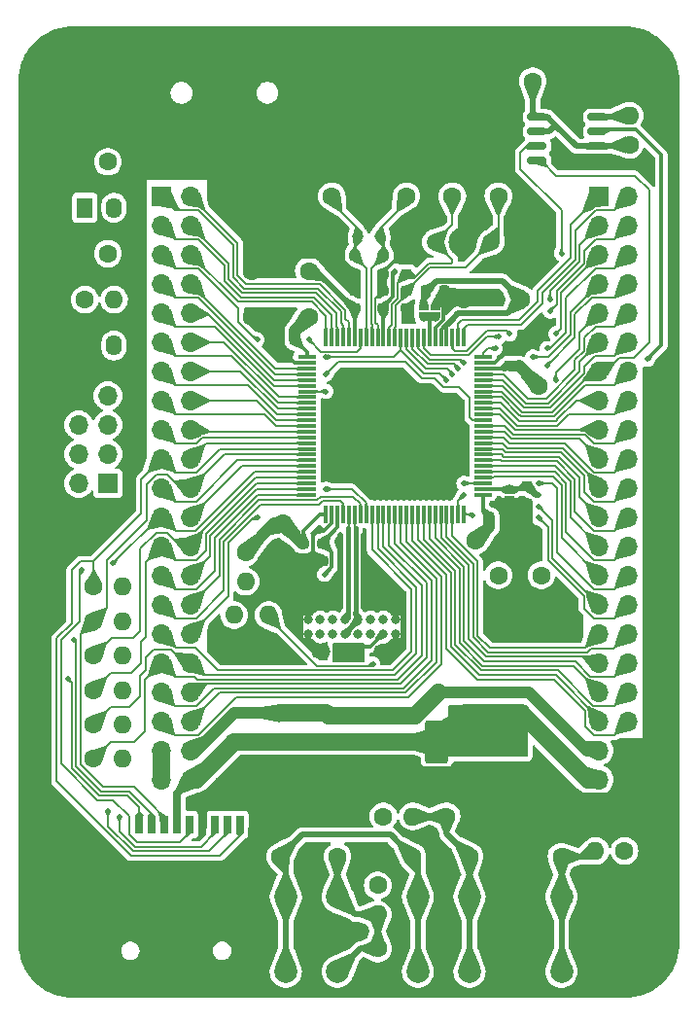
<source format=gbl>
%TF.GenerationSoftware,KiCad,Pcbnew,8.0.6*%
%TF.CreationDate,2024-11-05T16:44:43+08:00*%
%TF.ProjectId,li-chuang-liang-shan-pai-tian-kong-xing-kai-fa-ban,6c692d63-6875-4616-9e67-2d6c69616e67,rev?*%
%TF.SameCoordinates,Original*%
%TF.FileFunction,Copper,L2,Bot*%
%TF.FilePolarity,Positive*%
%FSLAX46Y46*%
G04 Gerber Fmt 4.6, Leading zero omitted, Abs format (unit mm)*
G04 Created by KiCad (PCBNEW 8.0.6) date 2024-11-05 16:44:43*
%MOMM*%
%LPD*%
G01*
G04 APERTURE LIST*
G04 Aperture macros list*
%AMRoundRect*
0 Rectangle with rounded corners*
0 $1 Rounding radius*
0 $2 $3 $4 $5 $6 $7 $8 $9 X,Y pos of 4 corners*
0 Add a 4 corners polygon primitive as box body*
4,1,4,$2,$3,$4,$5,$6,$7,$8,$9,$2,$3,0*
0 Add four circle primitives for the rounded corners*
1,1,$1+$1,$2,$3*
1,1,$1+$1,$4,$5*
1,1,$1+$1,$6,$7*
1,1,$1+$1,$8,$9*
0 Add four rect primitives between the rounded corners*
20,1,$1+$1,$2,$3,$4,$5,0*
20,1,$1+$1,$4,$5,$6,$7,0*
20,1,$1+$1,$6,$7,$8,$9,0*
20,1,$1+$1,$8,$9,$2,$3,0*%
%AMFreePoly0*
4,1,15,-0.400000,0.000000,-0.380423,0.123607,-0.323607,0.235114,-0.235114,0.323607,-0.123607,0.380423,0.000000,0.400000,0.400000,0.400000,0.400000,-0.400000,0.000000,-0.400000,-0.123607,-0.380423,-0.235114,-0.323607,-0.323607,-0.235114,-0.380423,-0.123607,-0.400000,0.000000,-0.400000,0.000000,-0.400000,0.000000,$1*%
%AMFreePoly1*
4,1,14,-0.400000,0.400000,0.000000,0.400000,0.123607,0.380423,0.235114,0.323607,0.323607,0.235114,0.380423,0.123607,0.400000,0.000000,0.380423,-0.123607,0.323607,-0.235114,0.235114,-0.323607,0.123607,-0.380423,0.000000,-0.400000,-0.400000,-0.400000,-0.400000,0.400000,-0.400000,0.400000,$1*%
G04 Aperture macros list end*
%TA.AperFunction,Conductor*%
%ADD10C,0.200000*%
%TD*%
%TA.AperFunction,ComponentPad*%
%ADD11C,1.600000*%
%TD*%
%TA.AperFunction,ComponentPad*%
%ADD12O,1.600000X1.600000*%
%TD*%
%TA.AperFunction,ComponentPad*%
%ADD13C,2.000000*%
%TD*%
%TA.AperFunction,ComponentPad*%
%ADD14R,1.700000X1.700000*%
%TD*%
%TA.AperFunction,ComponentPad*%
%ADD15O,1.700000X1.700000*%
%TD*%
%TA.AperFunction,ComponentPad*%
%ADD16R,1.400000X1.800000*%
%TD*%
%TA.AperFunction,ComponentPad*%
%ADD17O,1.400000X1.800000*%
%TD*%
%TA.AperFunction,ComponentPad*%
%ADD18C,0.800000*%
%TD*%
%TA.AperFunction,ComponentPad*%
%ADD19O,1.700000X1.200000*%
%TD*%
%TA.AperFunction,ComponentPad*%
%ADD20O,1.700000X1.300000*%
%TD*%
%TA.AperFunction,ComponentPad*%
%ADD21C,1.000000*%
%TD*%
%TA.AperFunction,ComponentPad*%
%ADD22R,1.000000X1.000000*%
%TD*%
%TA.AperFunction,ComponentPad*%
%ADD23C,1.500000*%
%TD*%
%TA.AperFunction,ComponentPad*%
%ADD24C,2.500000*%
%TD*%
%TA.AperFunction,ComponentPad*%
%ADD25C,6.000000*%
%TD*%
%TA.AperFunction,SMDPad,CuDef*%
%ADD26RoundRect,0.225000X-0.250000X0.225000X-0.250000X-0.225000X0.250000X-0.225000X0.250000X0.225000X0*%
%TD*%
%TA.AperFunction,SMDPad,CuDef*%
%ADD27RoundRect,0.225000X0.250000X-0.225000X0.250000X0.225000X-0.250000X0.225000X-0.250000X-0.225000X0*%
%TD*%
%TA.AperFunction,SMDPad,CuDef*%
%ADD28RoundRect,0.075000X-0.075000X0.725000X-0.075000X-0.725000X0.075000X-0.725000X0.075000X0.725000X0*%
%TD*%
%TA.AperFunction,SMDPad,CuDef*%
%ADD29RoundRect,0.075000X-0.725000X0.075000X-0.725000X-0.075000X0.725000X-0.075000X0.725000X0.075000X0*%
%TD*%
%TA.AperFunction,SMDPad,CuDef*%
%ADD30RoundRect,0.225000X-0.225000X-0.250000X0.225000X-0.250000X0.225000X0.250000X-0.225000X0.250000X0*%
%TD*%
%TA.AperFunction,SMDPad,CuDef*%
%ADD31R,0.700000X1.600000*%
%TD*%
%TA.AperFunction,SMDPad,CuDef*%
%ADD32R,1.200000X2.200000*%
%TD*%
%TA.AperFunction,SMDPad,CuDef*%
%ADD33R,1.200000X1.500000*%
%TD*%
%TA.AperFunction,SMDPad,CuDef*%
%ADD34R,1.600000X1.500000*%
%TD*%
%TA.AperFunction,SMDPad,CuDef*%
%ADD35FreePoly0,90.000000*%
%TD*%
%TA.AperFunction,SMDPad,CuDef*%
%ADD36FreePoly1,90.000000*%
%TD*%
%TA.AperFunction,SMDPad,CuDef*%
%ADD37FreePoly0,270.000000*%
%TD*%
%TA.AperFunction,SMDPad,CuDef*%
%ADD38FreePoly1,270.000000*%
%TD*%
%TA.AperFunction,SMDPad,CuDef*%
%ADD39RoundRect,0.250000X-0.750000X-0.500000X0.750000X-0.500000X0.750000X0.500000X-0.750000X0.500000X0*%
%TD*%
%TA.AperFunction,SMDPad,CuDef*%
%ADD40RoundRect,0.250000X-0.750000X-1.650000X0.750000X-1.650000X0.750000X1.650000X-0.750000X1.650000X0*%
%TD*%
%TA.AperFunction,SMDPad,CuDef*%
%ADD41RoundRect,0.150000X0.675000X0.150000X-0.675000X0.150000X-0.675000X-0.150000X0.675000X-0.150000X0*%
%TD*%
%TA.AperFunction,SMDPad,CuDef*%
%ADD42RoundRect,0.225000X0.225000X0.250000X-0.225000X0.250000X-0.225000X-0.250000X0.225000X-0.250000X0*%
%TD*%
%TA.AperFunction,ViaPad*%
%ADD43C,0.500000*%
%TD*%
%TA.AperFunction,Conductor*%
%ADD44C,0.500000*%
%TD*%
%TA.AperFunction,Conductor*%
%ADD45C,0.300000*%
%TD*%
%TA.AperFunction,Conductor*%
%ADD46C,1.500000*%
%TD*%
%TA.AperFunction,Conductor*%
%ADD47C,1.000000*%
%TD*%
%TA.AperFunction,Conductor*%
%ADD48C,0.180000*%
%TD*%
%TA.AperFunction,Conductor*%
%ADD49C,0.700000*%
%TD*%
%TA.AperFunction,Conductor*%
%ADD50C,0.900000*%
%TD*%
%TA.AperFunction,Conductor*%
%ADD51C,0.130000*%
%TD*%
%TA.AperFunction,Conductor*%
%ADD52C,0.438400*%
%TD*%
G04 APERTURE END LIST*
%TO.N,+3.3V*%
D10*
X104690000Y-124370000D02*
X111480000Y-124370000D01*
X111480000Y-128730000D01*
X104690000Y-128730000D01*
X104690000Y-124370000D01*
%TA.AperFunction,Conductor*%
G36*
X104690000Y-124370000D02*
G01*
X111480000Y-124370000D01*
X111480000Y-128730000D01*
X104690000Y-128730000D01*
X104690000Y-124370000D01*
G37*
%TD.AperFunction*%
%TO.N,/VUSB*%
X94665000Y-118930000D02*
X97280000Y-118930000D01*
X97280000Y-120450000D01*
X94665000Y-120450000D01*
X94665000Y-118930000D01*
%TA.AperFunction,Conductor*%
G36*
X94665000Y-118930000D02*
G01*
X97280000Y-118930000D01*
X97280000Y-120450000D01*
X94665000Y-120450000D01*
X94665000Y-118930000D01*
G37*
%TD.AperFunction*%
%TD*%
D11*
%TO.P,R7,1*%
%TO.N,/PB2_BOOT1*%
X75000000Y-77000000D03*
D12*
%TO.P,R7,2*%
%TO.N,GND*%
X72460000Y-77000000D03*
%TD*%
D13*
%TO.P,SW2,1*%
%TO.N,Net-(C13-Pad2)*%
X106500000Y-141000000D03*
X106500000Y-147500000D03*
%TO.P,SW2,2*%
%TO.N,+3.3V*%
X102000000Y-141000000D03*
X102000000Y-147500000D03*
%TD*%
D11*
%TO.P,R1,1*%
%TO.N,+3.3V*%
X73000000Y-89000000D03*
D12*
%TO.P,R1,2*%
%TO.N,Net-(LED1-A)*%
X75540000Y-89000000D03*
%TD*%
D14*
%TO.P,J2,1,Pin_1*%
%TO.N,/PA9_USART1_TX*%
X75000000Y-105000000D03*
D15*
%TO.P,J2,2,Pin_2*%
%TO.N,/PA13_SWDIO*%
X72460000Y-105000000D03*
%TO.P,J2,3,Pin_3*%
%TO.N,/PA10_USART1_RX*%
X75000000Y-102460000D03*
%TO.P,J2,4,Pin_4*%
%TO.N,/PA14_SWCLK*%
X72460000Y-102460000D03*
%TO.P,J2,5,Pin_5*%
%TO.N,/PB3_SWO*%
X75000000Y-99920000D03*
%TO.P,J2,6,Pin_6*%
%TO.N,+3.3V*%
X72460000Y-99920000D03*
%TO.P,J2,7,Pin_7*%
%TO.N,/NRST*%
X75000000Y-97380000D03*
%TO.P,J2,8,Pin_8*%
%TO.N,GND*%
X72460000Y-97380000D03*
%TD*%
D11*
%TO.P,R18,1*%
%TO.N,/PC10_SDIO_D2*%
X73760000Y-123000000D03*
D12*
%TO.P,R18,2*%
%TO.N,+3.3V*%
X76300000Y-123000000D03*
%TD*%
D11*
%TO.P,R12,1*%
%TO.N,+3.3V*%
X120430000Y-75535000D03*
D12*
%TO.P,R12,2*%
%TO.N,/PA4_SPI1_CS#*%
X120430000Y-72995000D03*
%TD*%
D16*
%TO.P,LED1,1,K*%
%TO.N,GND*%
X73000000Y-93000000D03*
D17*
%TO.P,LED1,2,A*%
%TO.N,Net-(LED1-A)*%
X75540000Y-93000000D03*
%TD*%
D11*
%TO.P,C1,1*%
%TO.N,+5V*%
X90000000Y-125000000D03*
%TO.P,C1,2*%
%TO.N,GND*%
X90000000Y-130000000D03*
%TD*%
%TO.P,R6,1*%
%TO.N,Net-(LED2-K)*%
X75000000Y-85000000D03*
D12*
%TO.P,R6,2*%
%TO.N,GND*%
X72460000Y-85000000D03*
%TD*%
D11*
%TO.P,C2,1*%
%TO.N,+5V*%
X94000000Y-125000000D03*
%TO.P,C2,2*%
%TO.N,GND*%
X94000000Y-130000000D03*
%TD*%
D14*
%TO.P,J5,1,Pin_1*%
%TO.N,/PA1*%
X117780000Y-80000000D03*
D15*
%TO.P,J5,2,Pin_2*%
%TO.N,/PA2*%
X120320000Y-80000000D03*
%TO.P,J5,3,Pin_3*%
%TO.N,/PC3*%
X117780000Y-82540000D03*
%TO.P,J5,4,Pin_4*%
%TO.N,/PA0_WKUP*%
X120320000Y-82540000D03*
%TO.P,J5,5,Pin_5*%
%TO.N,/PA3*%
X117780000Y-85080000D03*
%TO.P,J5,6,Pin_6*%
%TO.N,/PC2*%
X120320000Y-85080000D03*
%TO.P,J5,7,Pin_7*%
%TO.N,/PC1*%
X117780000Y-87620000D03*
%TO.P,J5,8,Pin_8*%
%TO.N,/PC0*%
X120320000Y-87620000D03*
%TO.P,J5,9,Pin_9*%
%TO.N,/NRST*%
X117780000Y-90160000D03*
%TO.P,J5,10,Pin_10*%
%TO.N,/PA4_SPI1_CS#*%
X120320000Y-90160000D03*
%TO.P,J5,11,Pin_11*%
%TO.N,/PA5_SPI1_SCLK*%
X117780000Y-92700000D03*
%TO.P,J5,12,Pin_12*%
%TO.N,/PA6_SPI1_MISO*%
X120320000Y-92700000D03*
%TO.P,J5,13,Pin_13*%
%TO.N,/PA7_SPI1_MOSI*%
X117780000Y-95240000D03*
%TO.P,J5,14,Pin_14*%
%TO.N,/PC4*%
X120320000Y-95240000D03*
%TO.P,J5,15,Pin_15*%
%TO.N,/PC5*%
X117780000Y-97780000D03*
%TO.P,J5,16,Pin_16*%
%TO.N,/PB0*%
X120320000Y-97780000D03*
%TO.P,J5,17,Pin_17*%
%TO.N,/PB1*%
X117780000Y-100320000D03*
%TO.P,J5,18,Pin_18*%
%TO.N,/PE7*%
X120320000Y-100320000D03*
%TO.P,J5,19,Pin_19*%
%TO.N,/PE8*%
X117780000Y-102860000D03*
%TO.P,J5,20,Pin_20*%
%TO.N,/PE9*%
X120320000Y-102860000D03*
%TO.P,J5,21,Pin_21*%
%TO.N,/PE10*%
X117780000Y-105400000D03*
%TO.P,J5,22,Pin_22*%
%TO.N,/PE11*%
X120320000Y-105400000D03*
%TO.P,J5,23,Pin_23*%
%TO.N,/PE12*%
X117780000Y-107940000D03*
%TO.P,J5,24,Pin_24*%
%TO.N,/PE13*%
X120320000Y-107940000D03*
%TO.P,J5,25,Pin_25*%
%TO.N,/PE14*%
X117780000Y-110480000D03*
%TO.P,J5,26,Pin_26*%
%TO.N,/PE15*%
X120320000Y-110480000D03*
%TO.P,J5,27,Pin_27*%
%TO.N,/PB10*%
X117780000Y-113020000D03*
%TO.P,J5,28,Pin_28*%
%TO.N,/PB11*%
X120320000Y-113020000D03*
%TO.P,J5,29,Pin_29*%
%TO.N,/PB13*%
X117780000Y-115560000D03*
%TO.P,J5,30,Pin_30*%
%TO.N,/PB12*%
X120320000Y-115560000D03*
%TO.P,J5,31,Pin_31*%
%TO.N,/PB14*%
X117780000Y-118100000D03*
%TO.P,J5,32,Pin_32*%
%TO.N,/PB15*%
X120320000Y-118100000D03*
%TO.P,J5,33,Pin_33*%
%TO.N,/PD8*%
X117780000Y-120640000D03*
%TO.P,J5,34,Pin_34*%
%TO.N,/PD9*%
X120320000Y-120640000D03*
%TO.P,J5,35,Pin_35*%
%TO.N,/PD10*%
X117780000Y-123180000D03*
%TO.P,J5,36,Pin_36*%
%TO.N,/PD11*%
X120320000Y-123180000D03*
%TO.P,J5,37,Pin_37*%
%TO.N,/PD12*%
X117780000Y-125720000D03*
%TO.P,J5,38,Pin_38*%
%TO.N,/PD13*%
X120320000Y-125720000D03*
%TO.P,J5,39,Pin_39*%
%TO.N,+5V*%
X117780000Y-128260000D03*
%TO.P,J5,40,Pin_40*%
%TO.N,GND*%
X120320000Y-128260000D03*
%TO.P,J5,41,Pin_41*%
%TO.N,+3.3V*%
X117780000Y-130800000D03*
%TO.P,J5,42,Pin_42*%
%TO.N,GND*%
X120320000Y-130800000D03*
%TD*%
D11*
%TO.P,C18,1*%
%TO.N,/OSC32-*%
X101000000Y-80000000D03*
%TO.P,C18,2*%
%TO.N,GND*%
X101000000Y-75000000D03*
%TD*%
%TO.P,C19,1*%
%TO.N,+3.3V*%
X112000000Y-70000000D03*
%TO.P,C19,2*%
%TO.N,GND*%
X117000000Y-70000000D03*
%TD*%
%TO.P,R4,1*%
%TO.N,+3.3V*%
X87000000Y-111000000D03*
D12*
%TO.P,R4,2*%
%TO.N,/D+*%
X87000000Y-113540000D03*
%TD*%
D11*
%TO.P,C9,1*%
%TO.N,+3.3V*%
X112500000Y-96500000D03*
%TO.P,C9,2*%
%TO.N,GND*%
X112500000Y-91500000D03*
%TD*%
%TO.P,C8,1*%
%TO.N,+3.3V*%
X107000000Y-110000000D03*
%TO.P,C8,2*%
%TO.N,GND*%
X112000000Y-110000000D03*
%TD*%
D18*
%TO.P,J1,A1,GND*%
%TO.N,GND*%
X92400000Y-116875000D03*
%TO.P,J1,A4,VBUS*%
%TO.N,/VUSB*%
X93500000Y-116875000D03*
%TO.P,J1,A5,CC1*%
%TO.N,Net-(J1-CC1)*%
X94600000Y-116875000D03*
%TO.P,J1,A6,D+*%
%TO.N,/D+*%
X95700000Y-116875000D03*
%TO.P,J1,A7,D-*%
%TO.N,/D-*%
X96800000Y-116875000D03*
%TO.P,J1,A8,SBU1*%
%TO.N,unconnected-(J1-SBU1-PadA8)*%
X97900000Y-116875000D03*
%TO.P,J1,A9,VBUS*%
%TO.N,/VUSB*%
X99000000Y-116875000D03*
%TO.P,J1,A12,GND*%
%TO.N,GND*%
X100100000Y-116875000D03*
%TO.P,J1,B1,GND*%
X100100000Y-118125000D03*
%TO.P,J1,B4,VBUS*%
%TO.N,/VUSB*%
X99000000Y-118125000D03*
%TO.P,J1,B5,CC2*%
%TO.N,Net-(J1-CC2)*%
X97900000Y-118125000D03*
%TO.P,J1,B6,D+*%
%TO.N,/D+*%
X96800000Y-118125000D03*
%TO.P,J1,B7,D-*%
%TO.N,/D-*%
X95700000Y-118125000D03*
%TO.P,J1,B8,SBU2*%
%TO.N,unconnected-(J1-SBU2-PadB8)*%
X94600000Y-118125000D03*
%TO.P,J1,B9,VBUS*%
%TO.N,/VUSB*%
X93500000Y-118125000D03*
%TO.P,J1,B12,GND*%
%TO.N,GND*%
X92400000Y-118125000D03*
D19*
%TO.P,J1,S1,SHIELD*%
X93580000Y-115350000D03*
D20*
X93580000Y-119650000D03*
X98920000Y-115350000D03*
X98920000Y-119650000D03*
%TD*%
D11*
%TO.P,C6,1*%
%TO.N,+3.3V*%
X92500000Y-90500000D03*
%TO.P,C6,2*%
%TO.N,GND*%
X87500000Y-90500000D03*
%TD*%
%TO.P,R9,1*%
%TO.N,/BOOT0*%
X99000000Y-134000000D03*
D12*
%TO.P,R9,2*%
%TO.N,Net-(C13-Pad2)*%
X101540000Y-134000000D03*
%TD*%
D11*
%TO.P,C4,1*%
%TO.N,+3.3V*%
X111000000Y-125000000D03*
%TO.P,C4,2*%
%TO.N,GND*%
X111000000Y-130000000D03*
%TD*%
%TO.P,C10,1*%
%TO.N,+3.3V*%
X111000000Y-89000000D03*
%TO.P,C10,2*%
%TO.N,GND*%
X106000000Y-89000000D03*
%TD*%
%TO.P,C20,1*%
%TO.N,+3.3V*%
X86000000Y-127500000D03*
%TO.P,C20,2*%
%TO.N,GND*%
X86000000Y-132500000D03*
%TD*%
%TO.P,R11,1*%
%TO.N,Net-(C13-Pad2)*%
X104500000Y-134000000D03*
D12*
%TO.P,R11,2*%
%TO.N,GND*%
X107040000Y-134000000D03*
%TD*%
D11*
%TO.P,C7,1*%
%TO.N,+3.3V*%
X90250000Y-108500000D03*
%TO.P,C7,2*%
%TO.N,GND*%
X90250000Y-113500000D03*
%TD*%
D21*
%TO.P,X2,1,1*%
%TO.N,/OSC32-*%
X98700000Y-83500000D03*
%TO.P,X2,2,2*%
%TO.N,/OSC32+*%
X96800000Y-83500000D03*
D22*
%TO.P,X2,3,3*%
%TO.N,GND*%
X99250000Y-78000000D03*
X96250000Y-78000000D03*
%TD*%
D11*
%TO.P,R17,1*%
%TO.N,/PC11_SDIO_D3*%
X73760000Y-120000000D03*
D12*
%TO.P,R17,2*%
%TO.N,+3.3V*%
X76300000Y-120000000D03*
%TD*%
D11*
%TO.P,C5,1*%
%TO.N,+BATT*%
X92500000Y-86500000D03*
%TO.P,C5,2*%
%TO.N,GND*%
X87500000Y-86500000D03*
%TD*%
D13*
%TO.P,SW3,1*%
%TO.N,GND*%
X110000000Y-147500000D03*
X110000000Y-141000000D03*
%TO.P,SW3,2*%
%TO.N,/NRST*%
X114500000Y-147500000D03*
X114500000Y-141000000D03*
%TD*%
D11*
%TO.P,R13,1*%
%TO.N,/PD3_SDIO_DET*%
X73760000Y-114000000D03*
D12*
%TO.P,R13,2*%
%TO.N,+3.3V*%
X76300000Y-114000000D03*
%TD*%
D11*
%TO.P,C14,1*%
%TO.N,/NRST*%
X114500000Y-137500000D03*
%TO.P,C14,2*%
%TO.N,GND*%
X109500000Y-137500000D03*
%TD*%
D14*
%TO.P,J4,1,Pin_1*%
%TO.N,/PE5*%
X79680000Y-80000000D03*
D15*
%TO.P,J4,2,Pin_2*%
%TO.N,/PE6*%
X82220000Y-80000000D03*
%TO.P,J4,3,Pin_3*%
%TO.N,/PE3*%
X79680000Y-82540000D03*
%TO.P,J4,4,Pin_4*%
%TO.N,/PE4*%
X82220000Y-82540000D03*
%TO.P,J4,5,Pin_5*%
%TO.N,/PC13*%
X79680000Y-85080000D03*
%TO.P,J4,6,Pin_6*%
%TO.N,/PE2*%
X82220000Y-85080000D03*
%TO.P,J4,7,Pin_7*%
%TO.N,/PE0*%
X79680000Y-87620000D03*
%TO.P,J4,8,Pin_8*%
%TO.N,/PE1*%
X82220000Y-87620000D03*
%TO.P,J4,9,Pin_9*%
%TO.N,/PB8*%
X79680000Y-90160000D03*
%TO.P,J4,10,Pin_10*%
%TO.N,/PB9*%
X82220000Y-90160000D03*
%TO.P,J4,11,Pin_11*%
%TO.N,/PB6*%
X79680000Y-92700000D03*
%TO.P,J4,12,Pin_12*%
%TO.N,/PB7*%
X82220000Y-92700000D03*
%TO.P,J4,13,Pin_13*%
%TO.N,/PB4*%
X79680000Y-95240000D03*
%TO.P,J4,14,Pin_14*%
%TO.N,/PB5*%
X82220000Y-95240000D03*
%TO.P,J4,15,Pin_15*%
%TO.N,/PD7*%
X79680000Y-97780000D03*
%TO.P,J4,16,Pin_16*%
%TO.N,/PB3_SWO*%
X82220000Y-97780000D03*
%TO.P,J4,17,Pin_17*%
%TO.N,/PD5*%
X79680000Y-100320000D03*
%TO.P,J4,18,Pin_18*%
%TO.N,/PD6*%
X82220000Y-100320000D03*
%TO.P,J4,19,Pin_19*%
%TO.N,/PD3_SDIO_DET*%
X79680000Y-102860000D03*
%TO.P,J4,20,Pin_20*%
%TO.N,/PD4*%
X82220000Y-102860000D03*
%TO.P,J4,21,Pin_21*%
%TO.N,/PD1*%
X79680000Y-105400000D03*
%TO.P,J4,22,Pin_22*%
%TO.N,/PD2_SDIO_CMD*%
X82220000Y-105400000D03*
%TO.P,J4,23,Pin_23*%
%TO.N,/PC12_SDIO_CLK*%
X79680000Y-107940000D03*
%TO.P,J4,24,Pin_24*%
%TO.N,/PD0*%
X82220000Y-107940000D03*
%TO.P,J4,25,Pin_25*%
%TO.N,/PC10_SDIO_D2*%
X79680000Y-110480000D03*
%TO.P,J4,26,Pin_26*%
%TO.N,/PC11_SDIO_D3*%
X82220000Y-110480000D03*
%TO.P,J4,27,Pin_27*%
%TO.N,/PA14_SWCLK*%
X79680000Y-113020000D03*
%TO.P,J4,28,Pin_28*%
%TO.N,/PA15*%
X82220000Y-113020000D03*
%TO.P,J4,29,Pin_29*%
%TO.N,/PA13_SWDIO*%
X79680000Y-115560000D03*
%TO.P,J4,30,Pin_30*%
%TO.N,/PA10_USART1_RX*%
X82220000Y-115560000D03*
%TO.P,J4,31,Pin_31*%
%TO.N,/PA8*%
X79680000Y-118100000D03*
%TO.P,J4,32,Pin_32*%
%TO.N,/PA9_USART1_TX*%
X82220000Y-118100000D03*
%TO.P,J4,33,Pin_33*%
%TO.N,/PC8_SDIO_D0*%
X79680000Y-120640000D03*
%TO.P,J4,34,Pin_34*%
%TO.N,/PC9_SDIO_D1*%
X82220000Y-120640000D03*
%TO.P,J4,35,Pin_35*%
%TO.N,/PC6*%
X79680000Y-123180000D03*
%TO.P,J4,36,Pin_36*%
%TO.N,/PC7*%
X82220000Y-123180000D03*
%TO.P,J4,37,Pin_37*%
%TO.N,/PD14*%
X79680000Y-125720000D03*
%TO.P,J4,38,Pin_38*%
%TO.N,/PD15*%
X82220000Y-125720000D03*
%TO.P,J4,39,Pin_39*%
%TO.N,GND*%
X79680000Y-128260000D03*
%TO.P,J4,40,Pin_40*%
%TO.N,+5V*%
X82220000Y-128260000D03*
%TO.P,J4,41,Pin_41*%
%TO.N,GND*%
X79680000Y-130800000D03*
%TO.P,J4,42,Pin_42*%
%TO.N,+3.3V*%
X82220000Y-130800000D03*
%TD*%
D23*
%TO.P,X1,1,1*%
%TO.N,/OSC+*%
X103500000Y-84000000D03*
D24*
%TO.P,X1,2,2*%
%TO.N,GND*%
X105940000Y-84000000D03*
D23*
%TO.P,X1,3,3*%
%TO.N,/OSC-*%
X108380000Y-84000000D03*
%TD*%
D11*
%TO.P,C12,1*%
%TO.N,+3.3V*%
X90000000Y-137500000D03*
%TO.P,C12,2*%
%TO.N,Net-(C12-Pad2)*%
X95000000Y-137500000D03*
%TD*%
%TO.P,C13,1*%
%TO.N,+3.3V*%
X101500000Y-137500000D03*
%TO.P,C13,2*%
%TO.N,Net-(C13-Pad2)*%
X106500000Y-137500000D03*
%TD*%
%TO.P,R15,1*%
%TO.N,/PC8_SDIO_D0*%
X73760000Y-129000000D03*
D12*
%TO.P,R15,2*%
%TO.N,+3.3V*%
X76300000Y-129000000D03*
%TD*%
D13*
%TO.P,SW1,1*%
%TO.N,Net-(C12-Pad2)*%
X95000000Y-141000000D03*
X95000000Y-147500000D03*
%TO.P,SW1,2*%
%TO.N,+3.3V*%
X90500000Y-141000000D03*
X90500000Y-147500000D03*
%TD*%
D11*
%TO.P,R8,1*%
%TO.N,/PA0_WKUP*%
X98500000Y-140000000D03*
D12*
%TO.P,R8,2*%
%TO.N,Net-(C12-Pad2)*%
X98500000Y-142540000D03*
%TD*%
D11*
%TO.P,R16,1*%
%TO.N,/PD2_SDIO_CMD*%
X73760000Y-117000000D03*
D12*
%TO.P,R16,2*%
%TO.N,+3.3V*%
X76300000Y-117000000D03*
%TD*%
D11*
%TO.P,C17,1*%
%TO.N,/OSC32+*%
X94500000Y-80000000D03*
%TO.P,C17,2*%
%TO.N,GND*%
X94500000Y-75000000D03*
%TD*%
%TO.P,C16,1*%
%TO.N,/OSC-*%
X109000000Y-80000000D03*
%TO.P,C16,2*%
%TO.N,GND*%
X109000000Y-75000000D03*
%TD*%
%TO.P,C22,1*%
%TO.N,Net-(C22-Pad1)*%
X112750000Y-113000000D03*
%TO.P,C22,2*%
%TO.N,GND*%
X112750000Y-118000000D03*
%TD*%
%TO.P,R3,1*%
%TO.N,GND*%
X89000000Y-119000000D03*
D12*
%TO.P,R3,2*%
%TO.N,Net-(J1-CC2)*%
X89000000Y-116460000D03*
%TD*%
D11*
%TO.P,C15,1*%
%TO.N,/OSC+*%
X105000000Y-80000000D03*
%TO.P,C15,2*%
%TO.N,GND*%
X105000000Y-75000000D03*
%TD*%
D16*
%TO.P,LED2,1,K*%
%TO.N,Net-(LED2-K)*%
X73000000Y-81000000D03*
D17*
%TO.P,LED2,2,A*%
%TO.N,/PB2_BOOT1*%
X75540000Y-81000000D03*
%TD*%
D11*
%TO.P,R10,1*%
%TO.N,Net-(C12-Pad2)*%
X98500000Y-145500000D03*
D12*
%TO.P,R10,2*%
%TO.N,GND*%
X98500000Y-148040000D03*
%TD*%
D11*
%TO.P,C3,1*%
%TO.N,+3.3V*%
X107000000Y-125000000D03*
%TO.P,C3,2*%
%TO.N,GND*%
X107000000Y-130000000D03*
%TD*%
D25*
%TO.P,H1,1,1*%
%TO.N,GND*%
X119760000Y-144910000D03*
%TD*%
D11*
%TO.P,R2,1*%
%TO.N,GND*%
X86000000Y-119000000D03*
D12*
%TO.P,R2,2*%
%TO.N,Net-(J1-CC1)*%
X86000000Y-116460000D03*
%TD*%
D11*
%TO.P,R14,1*%
%TO.N,/PC9_SDIO_D1*%
X73760000Y-125995200D03*
D12*
%TO.P,R14,2*%
%TO.N,+3.3V*%
X76300000Y-125995200D03*
%TD*%
D11*
%TO.P,C24,1*%
%TO.N,Net-(U3-NC)*%
X109000000Y-113000000D03*
%TO.P,C24,2*%
%TO.N,GND*%
X109000000Y-118000000D03*
%TD*%
%TO.P,R5,1*%
%TO.N,+3.3V*%
X120000000Y-137000000D03*
D12*
%TO.P,R5,2*%
%TO.N,/NRST*%
X117460000Y-137000000D03*
%TD*%
D26*
%TO.P,C35,1*%
%TO.N,/OSC32+*%
X96500000Y-85225000D03*
%TO.P,C35,2*%
%TO.N,GND*%
X96500000Y-86775000D03*
%TD*%
D27*
%TO.P,C26,1*%
%TO.N,+BATT*%
X96500000Y-89775000D03*
%TO.P,C26,2*%
%TO.N,GND*%
X96500000Y-88225000D03*
%TD*%
D28*
%TO.P,U3,1,PE2*%
%TO.N,/PE2*%
X94000000Y-92325000D03*
%TO.P,U3,2,PE3*%
%TO.N,/PE3*%
X94500000Y-92325000D03*
%TO.P,U3,3,PE4*%
%TO.N,/PE4*%
X95000000Y-92325000D03*
%TO.P,U3,4,PE5*%
%TO.N,/PE5*%
X95500000Y-92325000D03*
%TO.P,U3,5,PE6*%
%TO.N,/PE6*%
X96000000Y-92325000D03*
%TO.P,U3,6,VBAT*%
%TO.N,+BATT*%
X96500000Y-92325000D03*
%TO.P,U3,7,PC13*%
%TO.N,/PC13*%
X97000000Y-92325000D03*
%TO.P,U3,8,PC14*%
%TO.N,/OSC32+*%
X97500000Y-92325000D03*
%TO.P,U3,9,PC15*%
%TO.N,/OSC32-*%
X98000000Y-92325000D03*
%TO.P,U3,10,VSS*%
%TO.N,GND*%
X98500000Y-92325000D03*
%TO.P,U3,11,VDD*%
%TO.N,+3.3V*%
X99000000Y-92325000D03*
%TO.P,U3,12,OSC_IN*%
%TO.N,/OSC+*%
X99500000Y-92325000D03*
%TO.P,U3,13,OSC_OUT*%
%TO.N,/OSC-*%
X100000000Y-92325000D03*
%TO.P,U3,14,NRST*%
%TO.N,/NRST*%
X100500000Y-92325000D03*
%TO.P,U3,15,PC0*%
%TO.N,/PC0*%
X101000000Y-92325000D03*
%TO.P,U3,16,PC1*%
%TO.N,/PC1*%
X101500000Y-92325000D03*
%TO.P,U3,17,PC2*%
%TO.N,/PC2*%
X102000000Y-92325000D03*
%TO.P,U3,18,PC3*%
%TO.N,/PC3*%
X102500000Y-92325000D03*
%TO.P,U3,19,VSSA*%
%TO.N,Net-(U3-VSSA)*%
X103000000Y-92325000D03*
%TO.P,U3,20,VREF-*%
%TO.N,GND*%
X103500000Y-92325000D03*
%TO.P,U3,21,VREF+*%
%TO.N,+3.3V*%
X104000000Y-92325000D03*
%TO.P,U3,22,VDDA*%
X104500000Y-92325000D03*
%TO.P,U3,23,PA0*%
%TO.N,/PA0_WKUP*%
X105000000Y-92325000D03*
%TO.P,U3,24,PA1*%
%TO.N,/PA1*%
X105500000Y-92325000D03*
%TO.P,U3,25,PA2*%
%TO.N,/PA2*%
X106000000Y-92325000D03*
D29*
%TO.P,U3,26,PA3*%
%TO.N,/PA3*%
X107675000Y-94000000D03*
%TO.P,U3,27,VSS*%
%TO.N,GND*%
X107675000Y-94500000D03*
%TO.P,U3,28,VDD*%
%TO.N,+3.3V*%
X107675000Y-95000000D03*
%TO.P,U3,29,PA4*%
%TO.N,/PA4_SPI1_CS#*%
X107675000Y-95500000D03*
%TO.P,U3,30,PA5*%
%TO.N,/PA5_SPI1_SCLK*%
X107675000Y-96000000D03*
%TO.P,U3,31,PA6*%
%TO.N,/PA6_SPI1_MISO*%
X107675000Y-96500000D03*
%TO.P,U3,32,PA7*%
%TO.N,/PA7_SPI1_MOSI*%
X107675000Y-97000000D03*
%TO.P,U3,33,PC4*%
%TO.N,/PC4*%
X107675000Y-97500000D03*
%TO.P,U3,34,PC5*%
%TO.N,/PC5*%
X107675000Y-98000000D03*
%TO.P,U3,35,PB0*%
%TO.N,/PB0*%
X107675000Y-98500000D03*
%TO.P,U3,36,PB1*%
%TO.N,/PB1*%
X107675000Y-99000000D03*
%TO.P,U3,37,PB2*%
%TO.N,/PB2_BOOT1*%
X107675000Y-99500000D03*
%TO.P,U3,38,PE7*%
%TO.N,/PE7*%
X107675000Y-100000000D03*
%TO.P,U3,39,PE8*%
%TO.N,/PE8*%
X107675000Y-100500000D03*
%TO.P,U3,40,PE9*%
%TO.N,/PE9*%
X107675000Y-101000000D03*
%TO.P,U3,41,PE10*%
%TO.N,/PE10*%
X107675000Y-101500000D03*
%TO.P,U3,42,PE11*%
%TO.N,/PE11*%
X107675000Y-102000000D03*
%TO.P,U3,43,PE12*%
%TO.N,/PE12*%
X107675000Y-102500000D03*
%TO.P,U3,44,PE13*%
%TO.N,/PE13*%
X107675000Y-103000000D03*
%TO.P,U3,45,PE14*%
%TO.N,/PE14*%
X107675000Y-103500000D03*
%TO.P,U3,46,PE15*%
%TO.N,/PE15*%
X107675000Y-104000000D03*
%TO.P,U3,47,PB10*%
%TO.N,/PB10*%
X107675000Y-104500000D03*
%TO.P,U3,48,PB11*%
%TO.N,/PB11*%
X107675000Y-105000000D03*
%TO.P,U3,49,VSS*%
%TO.N,Net-(C22-Pad1)*%
X107675000Y-105500000D03*
%TO.P,U3,50,VDD*%
%TO.N,+3.3V*%
X107675000Y-106000000D03*
D28*
%TO.P,U3,51,PB12*%
%TO.N,/PB12*%
X106000000Y-107675000D03*
%TO.P,U3,52,PB13*%
%TO.N,/PB13*%
X105500000Y-107675000D03*
%TO.P,U3,53,PB14*%
%TO.N,/PB14*%
X105000000Y-107675000D03*
%TO.P,U3,54,PB15*%
%TO.N,/PB15*%
X104500000Y-107675000D03*
%TO.P,U3,55,PD8*%
%TO.N,/PD8*%
X104000000Y-107675000D03*
%TO.P,U3,56,PD9*%
%TO.N,/PD9*%
X103500000Y-107675000D03*
%TO.P,U3,57,PD10*%
%TO.N,/PD10*%
X103000000Y-107675000D03*
%TO.P,U3,58,PD11*%
%TO.N,/PD11*%
X102500000Y-107675000D03*
%TO.P,U3,59,PD12*%
%TO.N,/PD12*%
X102000000Y-107675000D03*
%TO.P,U3,60,PD13*%
%TO.N,/PD13*%
X101500000Y-107675000D03*
%TO.P,U3,61,PD14*%
%TO.N,/PD14*%
X101000000Y-107675000D03*
%TO.P,U3,62,PD15*%
%TO.N,/PD15*%
X100500000Y-107675000D03*
%TO.P,U3,63,PC6*%
%TO.N,/PC6*%
X100000000Y-107675000D03*
%TO.P,U3,64,PC7*%
%TO.N,/PC7*%
X99500000Y-107675000D03*
%TO.P,U3,65,PC8*%
%TO.N,/PC8_SDIO_D0*%
X99000000Y-107675000D03*
%TO.P,U3,66,PC9*%
%TO.N,/PC9_SDIO_D1*%
X98500000Y-107675000D03*
%TO.P,U3,67,PA8*%
%TO.N,/PA8*%
X98000000Y-107675000D03*
%TO.P,U3,68,PA9*%
%TO.N,/PA9_USART1_TX*%
X97500000Y-107675000D03*
%TO.P,U3,69,PA10*%
%TO.N,/PA10_USART1_RX*%
X97000000Y-107675000D03*
%TO.P,U3,70,PA11*%
%TO.N,/D-*%
X96500000Y-107675000D03*
%TO.P,U3,71,PA12*%
%TO.N,/D+*%
X96000000Y-107675000D03*
%TO.P,U3,72,PA13*%
%TO.N,/PA13_SWDIO*%
X95500000Y-107675000D03*
%TO.P,U3,73,NC*%
%TO.N,Net-(U3-NC)*%
X95000000Y-107675000D03*
%TO.P,U3,74,VSS*%
%TO.N,GND*%
X94500000Y-107675000D03*
%TO.P,U3,75,VDD*%
%TO.N,+3.3V*%
X94000000Y-107675000D03*
D29*
%TO.P,U3,76,PA14*%
%TO.N,/PA14_SWCLK*%
X92325000Y-106000000D03*
%TO.P,U3,77,PA15*%
%TO.N,/PA15*%
X92325000Y-105500000D03*
%TO.P,U3,78,PC10*%
%TO.N,/PC10_SDIO_D2*%
X92325000Y-105000000D03*
%TO.P,U3,79,PC11*%
%TO.N,/PC11_SDIO_D3*%
X92325000Y-104500000D03*
%TO.P,U3,80,PC12*%
%TO.N,/PC12_SDIO_CLK*%
X92325000Y-104000000D03*
%TO.P,U3,81,PD0*%
%TO.N,/PD0*%
X92325000Y-103500000D03*
%TO.P,U3,82,PD1*%
%TO.N,/PD1*%
X92325000Y-103000000D03*
%TO.P,U3,83,PD2*%
%TO.N,/PD2_SDIO_CMD*%
X92325000Y-102500000D03*
%TO.P,U3,84,PD3*%
%TO.N,/PD3_SDIO_DET*%
X92325000Y-102000000D03*
%TO.P,U3,85,PD4*%
%TO.N,/PD4*%
X92325000Y-101500000D03*
%TO.P,U3,86,PD5*%
%TO.N,/PD5*%
X92325000Y-101000000D03*
%TO.P,U3,87,PD6*%
%TO.N,/PD6*%
X92325000Y-100500000D03*
%TO.P,U3,88,PD7*%
%TO.N,/PD7*%
X92325000Y-100000000D03*
%TO.P,U3,89,PB3*%
%TO.N,/PB3_SWO*%
X92325000Y-99500000D03*
%TO.P,U3,90,PB4*%
%TO.N,/PB4*%
X92325000Y-99000000D03*
%TO.P,U3,91,PB5*%
%TO.N,/PB5*%
X92325000Y-98500000D03*
%TO.P,U3,92,PB6*%
%TO.N,/PB6*%
X92325000Y-98000000D03*
%TO.P,U3,93,PB7*%
%TO.N,/PB7*%
X92325000Y-97500000D03*
%TO.P,U3,94,BOOT0*%
%TO.N,/BOOT0*%
X92325000Y-97000000D03*
%TO.P,U3,95,PB8*%
%TO.N,/PB8*%
X92325000Y-96500000D03*
%TO.P,U3,96,PB9*%
%TO.N,/PB9*%
X92325000Y-96000000D03*
%TO.P,U3,97,PE0*%
%TO.N,/PE0*%
X92325000Y-95500000D03*
%TO.P,U3,98,PE1*%
%TO.N,/PE1*%
X92325000Y-95000000D03*
%TO.P,U3,99,VSS*%
%TO.N,GND*%
X92325000Y-94500000D03*
%TO.P,U3,100,VDD*%
%TO.N,+3.3V*%
X92325000Y-94000000D03*
%TD*%
D27*
%TO.P,C33,1*%
%TO.N,/OSC+*%
X101000000Y-86775000D03*
%TO.P,C33,2*%
%TO.N,GND*%
X101000000Y-85225000D03*
%TD*%
D30*
%TO.P,C27,1*%
%TO.N,+3.3V*%
X108225000Y-108000000D03*
%TO.P,C27,2*%
%TO.N,GND*%
X109775000Y-108000000D03*
%TD*%
D31*
%TO.P,J3,1,DAT2*%
%TO.N,/PC10_SDIO_D2*%
X77750000Y-134700000D03*
%TO.P,J3,2,DAT3/CD*%
%TO.N,/PC11_SDIO_D3*%
X78850000Y-134700000D03*
%TO.P,J3,3,CMD*%
%TO.N,/PD2_SDIO_CMD*%
X79950000Y-134700000D03*
%TO.P,J3,4,VDD*%
%TO.N,+3.3V*%
X81050000Y-134700000D03*
%TO.P,J3,5,CLK*%
%TO.N,/PC12_SDIO_CLK*%
X82150000Y-134700000D03*
%TO.P,J3,6,VSS*%
%TO.N,GND*%
X83250000Y-134700000D03*
%TO.P,J3,7,DAT0*%
%TO.N,/PC8_SDIO_D0*%
X84350000Y-134700000D03*
%TO.P,J3,8,DAT1*%
%TO.N,/PC9_SDIO_D1*%
X85450000Y-134700000D03*
%TO.P,J3,9,DET*%
%TO.N,/PD3_SDIO_DET*%
X86550000Y-134700000D03*
D32*
%TO.P,J3,10,SHIELD*%
%TO.N,GND*%
X87750000Y-145300000D03*
D33*
X87750000Y-135700000D03*
D34*
X73150000Y-135700000D03*
D32*
X72250000Y-145300000D03*
%TD*%
D35*
%TO.P,NT2,1,1*%
%TO.N,Net-(U3-VSSA)*%
X103500000Y-90500000D03*
D36*
%TO.P,NT2,2,2*%
%TO.N,GND*%
X103500000Y-89500000D03*
%TD*%
D26*
%TO.P,C25,1*%
%TO.N,Net-(U3-NC)*%
X93750000Y-110225000D03*
%TO.P,C25,2*%
%TO.N,GND*%
X93750000Y-111775000D03*
%TD*%
%TO.P,C34,1*%
%TO.N,/OSC-*%
X101000000Y-88225000D03*
%TO.P,C34,2*%
%TO.N,GND*%
X101000000Y-89775000D03*
%TD*%
%TO.P,C30,1*%
%TO.N,+3.3V*%
X92000000Y-110225000D03*
%TO.P,C30,2*%
%TO.N,GND*%
X92000000Y-111775000D03*
%TD*%
D37*
%TO.P,NT1,1,1*%
%TO.N,+3.3V*%
X102500000Y-89500000D03*
D38*
%TO.P,NT1,2,2*%
%TO.N,Net-(U3-VSSA)*%
X102500000Y-90500000D03*
%TD*%
D39*
%TO.P,U1,1*%
%TO.N,GND*%
X97350000Y-129800000D03*
%TO.P,U1,2,OUT*%
%TO.N,+3.3V*%
X97350000Y-127500000D03*
D40*
X103650000Y-127500000D03*
D39*
%TO.P,U1,3,IN*%
%TO.N,+5V*%
X97350000Y-125200000D03*
%TD*%
D37*
%TO.P,NT3,1,1*%
%TO.N,Net-(C22-Pad1)*%
X110000000Y-105500000D03*
D38*
%TO.P,NT3,2,2*%
%TO.N,GND*%
X110000000Y-106500000D03*
%TD*%
D30*
%TO.P,C31,1*%
%TO.N,+3.3V*%
X102725000Y-88250000D03*
%TO.P,C31,2*%
%TO.N,GND*%
X104275000Y-88250000D03*
%TD*%
D26*
%TO.P,C23,1*%
%TO.N,Net-(C22-Pad1)*%
X111500000Y-105225000D03*
%TO.P,C23,2*%
%TO.N,GND*%
X111500000Y-106775000D03*
%TD*%
D27*
%TO.P,C28,1*%
%TO.N,+3.3V*%
X99000000Y-89775000D03*
%TO.P,C28,2*%
%TO.N,GND*%
X99000000Y-88225000D03*
%TD*%
D41*
%TO.P,U2,1,~{CS}*%
%TO.N,/PA4_SPI1_CS#*%
X117625000Y-73095000D03*
%TO.P,U2,2,SO/SIO1*%
%TO.N,/PA6_SPI1_MISO*%
X117625000Y-74365000D03*
%TO.P,U2,3,~{WP}/SIO2*%
%TO.N,+3.3V*%
X117625000Y-75635000D03*
%TO.P,U2,4,GND*%
%TO.N,GND*%
X117625000Y-76905000D03*
%TO.P,U2,5,SI/SIO0*%
%TO.N,/PA7_SPI1_MOSI*%
X112375000Y-76905000D03*
%TO.P,U2,6,SCLK*%
%TO.N,/PA5_SPI1_SCLK*%
X112375000Y-75635000D03*
%TO.P,U2,7,~{HOLD}/SIO3*%
%TO.N,+3.3V*%
X112375000Y-74365000D03*
%TO.P,U2,8,VCC*%
X112375000Y-73095000D03*
%TD*%
D42*
%TO.P,C29,1*%
%TO.N,+3.3V*%
X91275000Y-92500000D03*
%TO.P,C29,2*%
%TO.N,GND*%
X89725000Y-92500000D03*
%TD*%
D27*
%TO.P,C32,1*%
%TO.N,+3.3V*%
X110000000Y-94775000D03*
%TO.P,C32,2*%
%TO.N,GND*%
X110000000Y-93225000D03*
%TD*%
D26*
%TO.P,C36,1*%
%TO.N,/OSC32-*%
X99000000Y-85225000D03*
%TO.P,C36,2*%
%TO.N,GND*%
X99000000Y-86775000D03*
%TD*%
D43*
%TO.N,GND*%
X95256800Y-109500000D03*
X75460000Y-138920000D03*
X104400000Y-142400000D03*
X69000000Y-92860000D03*
X123500000Y-134100000D03*
X95256800Y-112040000D03*
X69000000Y-115720000D03*
X78180000Y-148200000D03*
X83800000Y-68520000D03*
X69000000Y-134770000D03*
X74200000Y-87000000D03*
X123500000Y-103620000D03*
X94600000Y-83800000D03*
X69000000Y-70000000D03*
X122000000Y-77400000D03*
X123500000Y-96000000D03*
X99940000Y-97000000D03*
X112000000Y-137500000D03*
X109000000Y-115600000D03*
X106740000Y-67000000D03*
X101660000Y-67000000D03*
X92600000Y-139000000D03*
X75460000Y-141460000D03*
X73000000Y-110400000D03*
X89400000Y-79260000D03*
X83440000Y-132660000D03*
X99940000Y-104620000D03*
X116110000Y-76900000D03*
X78000000Y-138920000D03*
X102480000Y-102080000D03*
X69000000Y-130960000D03*
X78000000Y-144000000D03*
X97243200Y-115850000D03*
X83800000Y-71060000D03*
X69000000Y-100480000D03*
X99120000Y-69540000D03*
X97400000Y-97000000D03*
X97243200Y-114580000D03*
X83080000Y-138920000D03*
X123500000Y-99810000D03*
X69000000Y-111910000D03*
X123500000Y-118860000D03*
X97400000Y-104620000D03*
X109460000Y-134960000D03*
X123500000Y-137910000D03*
X113400000Y-81800000D03*
X99940000Y-99540000D03*
X102480000Y-99540000D03*
X101000000Y-90600000D03*
X114400000Y-76400000D03*
X102480000Y-104620000D03*
X90000000Y-110800000D03*
X86860000Y-76720000D03*
X69000000Y-89050000D03*
X69000000Y-96670000D03*
X97243200Y-109500000D03*
X112000000Y-132420000D03*
X97400000Y-102080000D03*
X105020000Y-99540000D03*
X69000000Y-108100000D03*
X86860000Y-79260000D03*
X69000000Y-85240000D03*
X80540000Y-144000000D03*
X73600000Y-78600000D03*
X83080000Y-141460000D03*
X95400000Y-133400000D03*
X86340000Y-71060000D03*
X69000000Y-127150000D03*
X98200000Y-137400000D03*
X83080000Y-144000000D03*
X104200000Y-72080000D03*
X75460000Y-144000000D03*
X85800000Y-148200000D03*
X97243200Y-110770000D03*
X89400000Y-76720000D03*
X69000000Y-138580000D03*
X97400000Y-99540000D03*
X123500000Y-115050000D03*
X88880000Y-73600000D03*
X75400000Y-95200000D03*
X113000000Y-115400000D03*
X88800000Y-112200000D03*
X99120000Y-67000000D03*
X112000000Y-134960000D03*
X75400000Y-83200000D03*
X99940000Y-102080000D03*
X123500000Y-107430000D03*
X108200000Y-111400000D03*
X81260000Y-73600000D03*
X69000000Y-123340000D03*
X104200000Y-67000000D03*
X109460000Y-132420000D03*
X69000000Y-104290000D03*
X101660000Y-72080000D03*
X94200000Y-98920000D03*
X110600000Y-86400000D03*
X77400000Y-79800000D03*
X86860000Y-81800000D03*
X83800000Y-73600000D03*
X69000000Y-119530000D03*
X100400000Y-144000000D03*
X69000000Y-77620000D03*
X78000000Y-141460000D03*
X86340000Y-73600000D03*
X69000000Y-81430000D03*
X80540000Y-141460000D03*
X69000000Y-73810000D03*
X99120000Y-72080000D03*
X95256800Y-113310000D03*
X123500000Y-111240000D03*
X94600000Y-82200000D03*
X123500000Y-126480000D03*
X97800000Y-82200000D03*
X97243200Y-113310000D03*
X94200000Y-104000000D03*
X88880000Y-68520000D03*
X104200000Y-69540000D03*
X117400000Y-139600000D03*
X74370000Y-148200000D03*
X105020000Y-102080000D03*
X113400000Y-83800000D03*
X97243200Y-112040000D03*
X102480000Y-97000000D03*
X94200000Y-101460000D03*
X81260000Y-68520000D03*
X113400000Y-86000000D03*
X97000000Y-141200000D03*
X123500000Y-130290000D03*
X123500000Y-122670000D03*
X106740000Y-69540000D03*
X86340000Y-68520000D03*
X95256800Y-110770000D03*
X104200000Y-139400000D03*
X90400000Y-90200000D03*
X101660000Y-69540000D03*
X81990000Y-148200000D03*
X69000000Y-142390000D03*
X106740000Y-72080000D03*
X80540000Y-138920000D03*
X89400000Y-81800000D03*
%TO.N,+3.3V*%
X100000000Y-86500000D03*
%TO.N,/NRST*%
X104500000Y-96000000D03*
X94000000Y-94000000D03*
X114000000Y-96000000D03*
%TO.N,Net-(C22-Pad1)*%
X112500000Y-106000000D03*
%TO.N,Net-(U3-NC)*%
X93860000Y-112930000D03*
%TO.N,Net-(J1-CC2)*%
X98080000Y-120710000D03*
%TO.N,/PA9_USART1_TX*%
X88000000Y-108000000D03*
X94000000Y-105500000D03*
%TO.N,/PC8_SDIO_D0*%
X76000000Y-134000000D03*
%TO.N,/PC9_SDIO_D1*%
X75000000Y-133500000D03*
%TO.N,/PC11_SDIO_D3*%
X72000000Y-118600000D03*
%TO.N,/PC10_SDIO_D2*%
X71500000Y-122000000D03*
%TO.N,/PA3*%
X114000000Y-92000000D03*
X108750000Y-93250000D03*
%TO.N,/PA5_SPI1_SCLK*%
X114500000Y-85000000D03*
%TO.N,/PA6_SPI1_MISO*%
X122000000Y-94200000D03*
%TO.N,/PB13*%
X112500000Y-107000000D03*
X106000000Y-106000000D03*
%TO.N,/PB12*%
X106750000Y-107750000D03*
X112500000Y-108000000D03*
%TO.N,/PB11*%
X112500000Y-105000000D03*
X106000000Y-105000000D03*
%TO.N,/PA0_WKUP*%
X113500000Y-90000000D03*
X110000000Y-92000000D03*
%TO.N,/PC2*%
X113250000Y-93250000D03*
X106000000Y-94500000D03*
%TO.N,/PC1*%
X105500000Y-95000000D03*
X112000000Y-94000000D03*
%TO.N,/PC12_SDIO_CLK*%
X72710000Y-112500000D03*
X75460000Y-111980000D03*
%TO.N,/PC3*%
X113500000Y-89000000D03*
X109000000Y-92250000D03*
%TO.N,/PC0*%
X113250000Y-94750000D03*
X105000000Y-95500000D03*
%TO.N,/PC13*%
X92500000Y-92500000D03*
X88000000Y-92500000D03*
%TO.N,/PB2_BOOT1*%
X94000000Y-95500000D03*
%TO.N,/BOOT0*%
X94000000Y-97000000D03*
%TO.N,/VUSB*%
X95000000Y-119200000D03*
X96000000Y-119200000D03*
X97000000Y-119200000D03*
X95000000Y-120200000D03*
X97000000Y-120200000D03*
X96000000Y-120200000D03*
%TD*%
D44*
%TO.N,+BATT*%
X96400198Y-89775000D02*
X96500000Y-89775000D01*
X93125198Y-86500000D02*
X96400198Y-89775000D01*
D45*
X96500000Y-89775000D02*
X96500000Y-92325000D01*
D44*
X92500000Y-86500000D02*
X93125198Y-86500000D01*
%TO.N,GND*%
X104275000Y-88250000D02*
X105250000Y-88250000D01*
D46*
X106590000Y-130410000D02*
X107000000Y-130000000D01*
D45*
X96500000Y-88225000D02*
X96500000Y-86775000D01*
D47*
X110775000Y-93225000D02*
X112500000Y-91500000D01*
D45*
X93829124Y-109150000D02*
X93290000Y-109150000D01*
D46*
X99220000Y-75000000D02*
X102930000Y-75000000D01*
D47*
X96250000Y-78000000D02*
X96250000Y-75010000D01*
D44*
X110000000Y-107775000D02*
X109775000Y-108000000D01*
D47*
X87725000Y-90500000D02*
X89725000Y-92500000D01*
D44*
X97243200Y-115850000D02*
X98420000Y-115850000D01*
D47*
X87500000Y-90500000D02*
X87725000Y-90500000D01*
D46*
X98520000Y-129800000D02*
X99130000Y-130410000D01*
D45*
X104180000Y-88345000D02*
X104180000Y-90774702D01*
X89725000Y-92975000D02*
X91250000Y-94500000D01*
D47*
X99250000Y-78000000D02*
X99250000Y-75030000D01*
D45*
X91250000Y-94500000D02*
X92325000Y-94500000D01*
D47*
X107189999Y-82750001D02*
X107189999Y-75059999D01*
D44*
X110000000Y-106500000D02*
X110000000Y-107775000D01*
X117625000Y-76905000D02*
X116115000Y-76905000D01*
D45*
X103500000Y-89025000D02*
X104275000Y-88250000D01*
X92900000Y-111645000D02*
X92770000Y-111775000D01*
X100384045Y-85225000D02*
X101000000Y-85225000D01*
X92900000Y-109540000D02*
X92900000Y-111645000D01*
D47*
X93500000Y-111775000D02*
X92770000Y-111775000D01*
X111500000Y-109500000D02*
X112000000Y-110000000D01*
D44*
X94080000Y-115850000D02*
X93580000Y-115350000D01*
D46*
X94000000Y-130000000D02*
X90000000Y-130000000D01*
D44*
X116115000Y-76905000D02*
X116110000Y-76900000D01*
D48*
X98500000Y-91220000D02*
X98500000Y-92325000D01*
D47*
X112000000Y-110000000D02*
X111775000Y-110000000D01*
X86850000Y-144400000D02*
X87750000Y-145300000D01*
D46*
X90000000Y-130000000D02*
X88500000Y-130000000D01*
D44*
X97243200Y-115850000D02*
X97243200Y-109500000D01*
D48*
X98305000Y-88920000D02*
X98305000Y-91025000D01*
D45*
X99000000Y-86775000D02*
X99000000Y-86609045D01*
D47*
X72250000Y-145300000D02*
X73150000Y-144400000D01*
D44*
X110000000Y-106500000D02*
X111225000Y-106500000D01*
D47*
X92770000Y-111775000D02*
X91975000Y-111775000D01*
D48*
X98305000Y-91025000D02*
X98500000Y-91220000D01*
D46*
X99130000Y-130410000D02*
X106590000Y-130410000D01*
X94500000Y-75000000D02*
X96240000Y-75000000D01*
D45*
X103500000Y-91454702D02*
X103500000Y-92325000D01*
X94500000Y-107675000D02*
X94500000Y-108479124D01*
X89725000Y-92500000D02*
X89725000Y-92975000D01*
X101000000Y-85225000D02*
X101000000Y-83320000D01*
D46*
X97350000Y-129800000D02*
X98520000Y-129800000D01*
X120320000Y-128260000D02*
X120320000Y-130800000D01*
D48*
X99000000Y-88225000D02*
X98305000Y-88920000D01*
D47*
X73150000Y-144400000D02*
X86850000Y-144400000D01*
D44*
X94915000Y-85190000D02*
X96500000Y-86775000D01*
D45*
X104275000Y-88250000D02*
X104180000Y-88345000D01*
D47*
X111500000Y-106775000D02*
X111500000Y-109500000D01*
D44*
X105250000Y-88250000D02*
X106000000Y-89000000D01*
D45*
X104180000Y-90774702D02*
X103500000Y-91454702D01*
D47*
X99250000Y-75030000D02*
X99220000Y-75000000D01*
D45*
X101000000Y-83320000D02*
X102930000Y-81390000D01*
D47*
X111775000Y-110000000D02*
X109775000Y-108000000D01*
D45*
X99000000Y-88225000D02*
X99000000Y-86775000D01*
D47*
X109000000Y-118000000D02*
X112750000Y-118000000D01*
D46*
X107000000Y-130000000D02*
X111000000Y-130000000D01*
X119330000Y-132660000D02*
X120320000Y-131670000D01*
D44*
X95256800Y-109500000D02*
X95256800Y-115850000D01*
D47*
X96250000Y-75010000D02*
X96240000Y-75000000D01*
D45*
X107675000Y-94500000D02*
X108725000Y-94500000D01*
X101000000Y-89775000D02*
X101000000Y-90600000D01*
D44*
X98420000Y-115850000D02*
X98920000Y-115350000D01*
D47*
X105940000Y-84000000D02*
X107189999Y-82750001D01*
D46*
X113660000Y-132660000D02*
X119330000Y-132660000D01*
X96240000Y-75000000D02*
X99220000Y-75000000D01*
X79680000Y-128260000D02*
X79680000Y-130800000D01*
X94200000Y-129800000D02*
X94000000Y-130000000D01*
X88500000Y-130000000D02*
X86000000Y-132500000D01*
D45*
X94500000Y-108479124D02*
X93829124Y-109150000D01*
D46*
X102930000Y-75000000D02*
X109000000Y-75000000D01*
D47*
X73150000Y-135700000D02*
X73150000Y-144400000D01*
X87750000Y-135700000D02*
X87750000Y-145300000D01*
D46*
X120320000Y-131670000D02*
X120320000Y-130800000D01*
D49*
X83250000Y-132850000D02*
X83440000Y-132660000D01*
D44*
X95256800Y-115850000D02*
X94080000Y-115850000D01*
D45*
X93290000Y-109150000D02*
X92900000Y-109540000D01*
D44*
X88810000Y-85190000D02*
X94915000Y-85190000D01*
X87500000Y-86500000D02*
X88810000Y-85190000D01*
D45*
X99000000Y-86609045D02*
X100384045Y-85225000D01*
D47*
X110000000Y-93225000D02*
X110775000Y-93225000D01*
D45*
X108725000Y-94500000D02*
X110000000Y-93225000D01*
D44*
X111225000Y-106500000D02*
X111500000Y-106775000D01*
D45*
X103500000Y-89500000D02*
X103500000Y-89025000D01*
D47*
X91975000Y-111775000D02*
X90250000Y-113500000D01*
D46*
X97350000Y-129800000D02*
X94200000Y-129800000D01*
D49*
X83250000Y-134700000D02*
X83250000Y-132850000D01*
D45*
X102930000Y-81390000D02*
X102930000Y-75000000D01*
D46*
X111000000Y-130000000D02*
X113660000Y-132660000D01*
D47*
%TO.N,+5V*%
X90000000Y-125000000D02*
X85976726Y-125000000D01*
D46*
X97350000Y-125200000D02*
X101761164Y-125200000D01*
X94000000Y-125000000D02*
X90000000Y-125000000D01*
D47*
X82716726Y-128260000D02*
X82220000Y-128260000D01*
X103771164Y-123190000D02*
X111670000Y-123190000D01*
X111670000Y-123190000D02*
X116740000Y-128260000D01*
D46*
X97350000Y-125200000D02*
X94200000Y-125200000D01*
D47*
X116740000Y-128260000D02*
X117780000Y-128260000D01*
D46*
X101761164Y-125200000D02*
X103771164Y-123190000D01*
D47*
X85976726Y-125000000D02*
X82716726Y-128260000D01*
D46*
X94200000Y-125200000D02*
X94000000Y-125000000D01*
D44*
%TO.N,+3.3V*%
X112000000Y-72720000D02*
X112375000Y-73095000D01*
D45*
X99850000Y-88758334D02*
X99850000Y-86650000D01*
D47*
X91275000Y-92500000D02*
X91275000Y-91725000D01*
D44*
X112000000Y-70000000D02*
X112000000Y-72720000D01*
D49*
X81050000Y-134700000D02*
X81050000Y-131970000D01*
D44*
X103580000Y-87395000D02*
X109395000Y-87395000D01*
D46*
X107000000Y-125000000D02*
X106150000Y-125000000D01*
D49*
X81050000Y-131970000D02*
X82220000Y-130800000D01*
D44*
X102000000Y-141000000D02*
X102000000Y-138000000D01*
D45*
X107675000Y-107450000D02*
X108225000Y-108000000D01*
D47*
X92000000Y-110225000D02*
X91975000Y-110225000D01*
D45*
X105130000Y-90770000D02*
X104830000Y-90770000D01*
X94000000Y-107675000D02*
X93495000Y-107675000D01*
D44*
X101500000Y-137500000D02*
X99600000Y-135600000D01*
D45*
X104000000Y-91600000D02*
X104000000Y-92325000D01*
D44*
X109395000Y-87395000D02*
X111000000Y-89000000D01*
X91900000Y-135600000D02*
X90000000Y-137500000D01*
X105520000Y-90220000D02*
X109780000Y-90220000D01*
D45*
X104500000Y-92325000D02*
X104500000Y-91400000D01*
X104830000Y-90770000D02*
X104000000Y-91600000D01*
X93495000Y-107675000D02*
X92000000Y-109170000D01*
D44*
X112375000Y-73095000D02*
X113265000Y-73095000D01*
D45*
X92325000Y-94000000D02*
X92325000Y-93550000D01*
D46*
X116800000Y-130800000D02*
X117780000Y-130800000D01*
D44*
X113985000Y-73815000D02*
X115805000Y-75635000D01*
D46*
X107000000Y-125000000D02*
X111000000Y-125000000D01*
D44*
X102725000Y-88250000D02*
X103580000Y-87395000D01*
D47*
X108225000Y-108775000D02*
X107000000Y-110000000D01*
D44*
X112375000Y-74365000D02*
X113435000Y-74365000D01*
D45*
X92000000Y-109170000D02*
X92000000Y-110225000D01*
D46*
X111000000Y-125000000D02*
X116800000Y-130800000D01*
D47*
X108225000Y-108000000D02*
X108225000Y-108775000D01*
X89500000Y-108500000D02*
X87000000Y-111000000D01*
D44*
X102000000Y-138000000D02*
X101500000Y-137500000D01*
X90500000Y-141000000D02*
X90500000Y-138000000D01*
D50*
X110000000Y-94775000D02*
X110775000Y-94775000D01*
D44*
X90500000Y-141000000D02*
X90500000Y-147500000D01*
X109780000Y-90220000D02*
X111000000Y-89000000D01*
X113265000Y-73095000D02*
X113985000Y-73815000D01*
X102000000Y-147500000D02*
X102000000Y-141000000D01*
X99600000Y-135600000D02*
X91900000Y-135600000D01*
D47*
X91275000Y-91725000D02*
X92500000Y-90500000D01*
D45*
X102500000Y-89500000D02*
X102500000Y-88475000D01*
D44*
X115805000Y-75635000D02*
X117625000Y-75635000D01*
D47*
X91975000Y-110225000D02*
X90250000Y-108500000D01*
D45*
X99000000Y-89775000D02*
X99000000Y-92325000D01*
X107675000Y-106000000D02*
X107675000Y-107450000D01*
D47*
X90250000Y-108500000D02*
X89500000Y-108500000D01*
D45*
X107675000Y-95000000D02*
X109775000Y-95000000D01*
D46*
X97350000Y-127500000D02*
X86000000Y-127500000D01*
D45*
X99000000Y-89775000D02*
X99000000Y-89608334D01*
D44*
X117625000Y-75635000D02*
X120330000Y-75635000D01*
D45*
X92325000Y-93550000D02*
X91275000Y-92500000D01*
X104500000Y-91400000D02*
X105130000Y-90770000D01*
D44*
X104970000Y-90770000D02*
X105520000Y-90220000D01*
D47*
X110775000Y-94775000D02*
X112500000Y-96500000D01*
D46*
X97350000Y-127500000D02*
X103650000Y-127500000D01*
X82700000Y-130800000D02*
X82220000Y-130800000D01*
D44*
X120330000Y-75635000D02*
X120430000Y-75535000D01*
D46*
X86000000Y-127500000D02*
X82700000Y-130800000D01*
D45*
X99000000Y-89608334D02*
X99850000Y-88758334D01*
D46*
X106150000Y-125000000D02*
X103650000Y-127500000D01*
D45*
X109775000Y-95000000D02*
X110000000Y-94775000D01*
X99850000Y-86650000D02*
X100000000Y-86500000D01*
D44*
X90500000Y-138000000D02*
X90000000Y-137500000D01*
X113435000Y-74365000D02*
X113985000Y-73815000D01*
D45*
X102500000Y-88475000D02*
X102725000Y-88250000D01*
D44*
%TO.N,Net-(C12-Pad2)*%
X97000000Y-145500000D02*
X98500000Y-145500000D01*
X95000000Y-147500000D02*
X97000000Y-145500000D01*
X98500000Y-142540000D02*
X98500000Y-145500000D01*
X95000000Y-141000000D02*
X96540000Y-142540000D01*
X96540000Y-142540000D02*
X98500000Y-142540000D01*
X95000000Y-141000000D02*
X95000000Y-137500000D01*
%TO.N,Net-(C13-Pad2)*%
X104500000Y-135500000D02*
X106500000Y-137500000D01*
X106500000Y-147500000D02*
X106500000Y-141000000D01*
X106500000Y-141000000D02*
X106500000Y-137500000D01*
X101540000Y-134000000D02*
X104500000Y-134000000D01*
X104500000Y-134000000D02*
X104500000Y-135500000D01*
D51*
%TO.N,/NRST*%
X100500000Y-93410000D02*
X99910000Y-94000000D01*
X114000000Y-96000000D02*
X114000000Y-95376912D01*
X104500000Y-96000000D02*
X103900000Y-95400000D01*
X102501060Y-95400000D02*
X100500000Y-93398940D01*
X100500000Y-93398940D02*
X100500000Y-92325000D01*
D44*
X114500000Y-141000000D02*
X114500000Y-137500000D01*
X116960000Y-137500000D02*
X117460000Y-137000000D01*
D51*
X100500000Y-92325000D02*
X100500000Y-93410000D01*
X116070000Y-91870000D02*
X117780000Y-90160000D01*
D44*
X114500000Y-137500000D02*
X116960000Y-137500000D01*
X114500000Y-147500000D02*
X114500000Y-141000000D01*
D51*
X99910000Y-94000000D02*
X94000000Y-94000000D01*
X116070000Y-93306912D02*
X116070000Y-91870000D01*
X103900000Y-95400000D02*
X102501060Y-95400000D01*
X114000000Y-95376912D02*
X116070000Y-93306912D01*
D48*
%TO.N,/OSC+*%
X105000000Y-82500000D02*
X105000000Y-80000000D01*
X105000000Y-85760000D02*
X104880000Y-85880000D01*
X101656594Y-87130000D02*
X101355000Y-87130000D01*
X103500000Y-84000000D02*
X105000000Y-82500000D01*
X105000000Y-85500000D02*
X105000000Y-85760000D01*
X104880000Y-85880000D02*
X102906594Y-85880000D01*
X101355000Y-87130000D02*
X101000000Y-86775000D01*
X99500000Y-91410000D02*
X99695000Y-91215000D01*
X103500000Y-84000000D02*
X105000000Y-85500000D01*
X99500000Y-92325000D02*
X99500000Y-91410000D01*
X102906594Y-85880000D02*
X101656594Y-87130000D01*
X99695000Y-91215000D02*
X99695000Y-89436594D01*
X100220000Y-88911594D02*
X100220000Y-87555000D01*
X100220000Y-87555000D02*
X101000000Y-86775000D01*
X99695000Y-89436594D02*
X100220000Y-88911594D01*
%TO.N,/OSC-*%
X109000000Y-83380000D02*
X108380000Y-84000000D01*
X106190000Y-86190000D02*
X108380000Y-84000000D01*
X103035000Y-86190000D02*
X106190000Y-86190000D01*
X101000000Y-88225000D02*
X103035000Y-86190000D01*
X101000000Y-88570000D02*
X101000000Y-88225000D01*
X100000000Y-91430000D02*
X100060000Y-91370000D01*
X109000000Y-80000000D02*
X109000000Y-83380000D01*
X100060000Y-91370000D02*
X100060000Y-89510000D01*
X100000000Y-92325000D02*
X100000000Y-91430000D01*
X100060000Y-89510000D02*
X101000000Y-88570000D01*
D10*
%TO.N,/OSC32+*%
X97500000Y-91124999D02*
X97525000Y-91099999D01*
X96500000Y-85225000D02*
X96500000Y-83800000D01*
D48*
X96800000Y-82800000D02*
X96800000Y-83500000D01*
D10*
X97525000Y-86275000D02*
X96500000Y-85250000D01*
D48*
X94500000Y-80500000D02*
X96800000Y-82800000D01*
D10*
X97525000Y-91099999D02*
X97525000Y-86275000D01*
X96500000Y-83800000D02*
X96800000Y-83500000D01*
X96500000Y-85250000D02*
X96500000Y-85225000D01*
X97500000Y-92325000D02*
X97500000Y-91124999D01*
%TO.N,/OSC32-*%
X99000000Y-85225000D02*
X99000000Y-83800000D01*
X98000000Y-91124999D02*
X97975000Y-91099999D01*
X97975000Y-91099999D02*
X97975000Y-86275000D01*
X99000000Y-83800000D02*
X98700000Y-83500000D01*
D48*
X101000000Y-80500000D02*
X98700000Y-82800000D01*
D10*
X97975000Y-86275000D02*
X99000000Y-85250000D01*
X99000000Y-85250000D02*
X99000000Y-85225000D01*
D48*
X98700000Y-82800000D02*
X98700000Y-83500000D01*
D10*
X98000000Y-92325000D02*
X98000000Y-91124999D01*
D45*
%TO.N,Net-(C22-Pad1)*%
X110000000Y-105500000D02*
X111225000Y-105500000D01*
D44*
X112275000Y-106000000D02*
X112500000Y-106000000D01*
D45*
X107675000Y-105500000D02*
X110000000Y-105500000D01*
D44*
X111500000Y-105225000D02*
X112275000Y-106000000D01*
D45*
X111225000Y-105500000D02*
X111500000Y-105225000D01*
%TO.N,Net-(U3-NC)*%
X95000000Y-107675000D02*
X95000000Y-108810000D01*
X94505000Y-112285000D02*
X93860000Y-112930000D01*
X94505000Y-110980000D02*
X94505000Y-112285000D01*
X93585000Y-110225000D02*
X93500000Y-110225000D01*
X93750000Y-110225000D02*
X94505000Y-110980000D01*
X95000000Y-108810000D02*
X93585000Y-110225000D01*
D51*
%TO.N,Net-(J1-CC2)*%
X98080000Y-120710000D02*
X97915000Y-120875000D01*
X93226142Y-120875000D02*
X89000000Y-116648858D01*
X97915000Y-120875000D02*
X93226142Y-120875000D01*
X89000000Y-116648858D02*
X89000000Y-116460000D01*
%TO.N,/PA14_SWCLK*%
X84320600Y-109713632D02*
X88034232Y-106000000D01*
X82731200Y-114195000D02*
X84320600Y-112605600D01*
X88034232Y-106000000D02*
X92325000Y-106000000D01*
X80855000Y-114195000D02*
X82731200Y-114195000D01*
X79680000Y-113020000D02*
X80855000Y-114195000D01*
X84320600Y-112605600D02*
X84320600Y-109713632D01*
%TO.N,/PA10_USART1_RX*%
X97000000Y-106807236D02*
X96352764Y-106160000D01*
X84710600Y-109875176D02*
X84710600Y-113069400D01*
X96352764Y-106160000D02*
X93532764Y-106160000D01*
X88110776Y-106475000D02*
X84710600Y-109875176D01*
X93532764Y-106160000D02*
X93217764Y-106475000D01*
X93217764Y-106475000D02*
X88110776Y-106475000D01*
X84710600Y-113069400D02*
X82220000Y-115560000D01*
X97000000Y-107675000D02*
X97000000Y-106807236D01*
%TO.N,/PB3_SWO*%
X89687648Y-99500000D02*
X87967648Y-97780000D01*
X87967648Y-97780000D02*
X82220000Y-97780000D01*
X92325000Y-99500000D02*
X89687648Y-99500000D01*
%TO.N,/PA9_USART1_TX*%
X85490600Y-114829400D02*
X82220000Y-118100000D01*
X88000000Y-108000000D02*
X87688864Y-108000000D01*
X94000000Y-105500000D02*
X96279663Y-105500000D01*
X87688864Y-108000000D02*
X85490600Y-110198264D01*
X96279663Y-105500000D02*
X97500000Y-106720337D01*
X97500000Y-106720337D02*
X97500000Y-107675000D01*
X85490600Y-110198264D02*
X85490600Y-114829400D01*
%TO.N,/PA13_SWDIO*%
X85100600Y-110036720D02*
X85100600Y-114341101D01*
X88272320Y-106865000D02*
X85100600Y-110036720D01*
X82706701Y-116735000D02*
X80855000Y-116735000D01*
X85100600Y-114341101D02*
X82706701Y-116735000D01*
X93694308Y-106550000D02*
X93379308Y-106865000D01*
X93379308Y-106865000D02*
X88272320Y-106865000D01*
X95500000Y-106807236D02*
X95242764Y-106550000D01*
X80855000Y-116735000D02*
X79680000Y-115560000D01*
X95242764Y-106550000D02*
X93694308Y-106550000D01*
X95500000Y-107675000D02*
X95500000Y-106807236D01*
%TO.N,/PD2_SDIO_CMD*%
X77257944Y-131424134D02*
X74593143Y-131424134D01*
X72635000Y-118125000D02*
X73760000Y-117000000D01*
X92325000Y-102500000D02*
X85120000Y-102500000D01*
X72635000Y-129465991D02*
X72635000Y-118125000D01*
X79193299Y-104225000D02*
X80166701Y-104225000D01*
X79950000Y-134116189D02*
X78643810Y-132810000D01*
X81341701Y-105400000D02*
X82220000Y-105400000D01*
X74885000Y-115875000D02*
X74885000Y-111676544D01*
X85120000Y-102500000D02*
X82220000Y-105400000D01*
X78643810Y-132810000D02*
X77257944Y-131424134D01*
X80166701Y-104225000D02*
X81341701Y-105400000D01*
X79950000Y-134700000D02*
X79950000Y-134116189D01*
X74593143Y-131424134D02*
X72635000Y-129465991D01*
X74885000Y-111676544D02*
X78360000Y-108201544D01*
X73760000Y-117000000D02*
X74885000Y-115875000D01*
X78360000Y-105058299D02*
X79193299Y-104225000D01*
X78360000Y-108201544D02*
X78360000Y-105058299D01*
%TO.N,/PC8_SDIO_D0*%
X99000000Y-107675000D02*
X99000000Y-110527712D01*
X82771701Y-122070000D02*
X82516701Y-121815000D01*
X99000000Y-110527712D02*
X102320000Y-113847712D01*
X73760000Y-129000000D02*
X75240000Y-127520000D01*
X102320000Y-113847712D02*
X102320000Y-120000984D01*
X77270000Y-127520000D02*
X78200000Y-126590000D01*
X77338457Y-136640000D02*
X83110000Y-136640000D01*
X78200000Y-122120000D02*
X79680000Y-120640000D01*
X78200000Y-126590000D02*
X78200000Y-122120000D01*
X84350000Y-135400000D02*
X84350000Y-134700000D01*
X102320000Y-120000984D02*
X100250984Y-122070000D01*
X76000000Y-135301543D02*
X77338457Y-136640000D01*
X82516701Y-121815000D02*
X80855000Y-121815000D01*
X83110000Y-136640000D02*
X84350000Y-135400000D01*
X100250984Y-122070000D02*
X82771701Y-122070000D01*
X80855000Y-121815000D02*
X79680000Y-120640000D01*
X76000000Y-134000000D02*
X76000000Y-135301543D01*
X75240000Y-127520000D02*
X77270000Y-127520000D01*
%TO.N,/PC9_SDIO_D1*%
X75000000Y-134853088D02*
X75000000Y-133500000D01*
X85450000Y-135400000D02*
X83820000Y-137030000D01*
X85450000Y-134700000D02*
X85450000Y-135400000D01*
X98500000Y-110649966D02*
X101880000Y-114029966D01*
X98500000Y-107675000D02*
X98500000Y-110649966D01*
X77810000Y-123500000D02*
X77810000Y-121800000D01*
X78320000Y-120160000D02*
X79015000Y-119465000D01*
X80485000Y-119465000D02*
X81660000Y-120640000D01*
X78320000Y-121290000D02*
X77810000Y-121800000D01*
X73760000Y-125995200D02*
X75275200Y-124480000D01*
X101880000Y-114029966D02*
X101880000Y-119818730D01*
X83260000Y-121680000D02*
X82220000Y-120640000D01*
X75275200Y-124480000D02*
X76830000Y-124480000D01*
X83820000Y-137030000D02*
X77176912Y-137030000D01*
X81660000Y-120640000D02*
X82220000Y-120640000D01*
X100018730Y-121680000D02*
X83260000Y-121680000D01*
X78320000Y-120160000D02*
X78320000Y-121290000D01*
X79015000Y-119465000D02*
X80485000Y-119465000D01*
X76830000Y-124480000D02*
X77810000Y-123500000D01*
X77176912Y-137030000D02*
X75000000Y-134853088D01*
X101880000Y-119818730D02*
X100018730Y-121680000D01*
%TO.N,/PC11_SDIO_D3*%
X74431599Y-131814134D02*
X76894134Y-131814134D01*
X72245000Y-129627535D02*
X74431599Y-131814134D01*
X80166701Y-109305000D02*
X81341701Y-110480000D01*
X81341701Y-110480000D02*
X82220000Y-110480000D01*
X73760000Y-120000000D02*
X75300000Y-118460000D01*
X87879600Y-104500000D02*
X82220000Y-110159600D01*
X78850000Y-133770000D02*
X78850000Y-134700000D01*
X82220000Y-110159600D02*
X82220000Y-110480000D01*
X92325000Y-104500000D02*
X87879600Y-104500000D01*
X77180000Y-118460000D02*
X77810000Y-117830000D01*
X76894134Y-131814134D02*
X78850000Y-133770000D01*
X72245000Y-118845000D02*
X72245000Y-129627535D01*
X77810000Y-110688299D02*
X79193299Y-109305000D01*
X75300000Y-118460000D02*
X77180000Y-118460000D01*
X72000000Y-118600000D02*
X72245000Y-118845000D01*
X79193299Y-109305000D02*
X80166701Y-109305000D01*
X77810000Y-117830000D02*
X77810000Y-110688299D01*
%TO.N,/PC10_SDIO_D2*%
X77890000Y-118830000D02*
X78340000Y-118380000D01*
X83540600Y-109390544D02*
X83540600Y-110821101D01*
X77040000Y-121480000D02*
X77890000Y-120630000D01*
X78340000Y-118380000D02*
X78340000Y-111820000D01*
X80855000Y-111655000D02*
X79680000Y-110480000D01*
X71855000Y-122355000D02*
X71855000Y-129789079D01*
X71500000Y-122000000D02*
X71855000Y-122355000D01*
X76732590Y-132204134D02*
X77750000Y-133221544D01*
X92325000Y-105000000D02*
X87931144Y-105000000D01*
X82706701Y-111655000D02*
X80855000Y-111655000D01*
X71855000Y-129789079D02*
X74270055Y-132204134D01*
X87931144Y-105000000D02*
X83540600Y-109390544D01*
X78340000Y-111820000D02*
X79680000Y-110480000D01*
X74270055Y-132204134D02*
X76732590Y-132204134D01*
X77890000Y-120630000D02*
X77890000Y-118830000D01*
X77750000Y-133221544D02*
X77750000Y-134700000D01*
X73760000Y-123000000D02*
X75280000Y-121480000D01*
X83540600Y-110821101D02*
X82706701Y-111655000D01*
X75280000Y-121480000D02*
X77040000Y-121480000D01*
%TO.N,/PD3_SDIO_DET*%
X72606827Y-111790000D02*
X73760000Y-111790000D01*
X77890000Y-104650000D02*
X79680000Y-102860000D01*
X82706701Y-104035000D02*
X80855000Y-104035000D01*
X77890000Y-107650000D02*
X77890000Y-104650000D01*
X92325000Y-102000000D02*
X84741701Y-102000000D01*
X80855000Y-104035000D02*
X79680000Y-102860000D01*
X70535000Y-118463456D02*
X71850000Y-117148456D01*
X73760000Y-111790000D02*
X73760000Y-114000000D01*
X84760000Y-137420000D02*
X77015368Y-137420000D01*
X73760000Y-111780000D02*
X77890000Y-107650000D01*
X84741701Y-102000000D02*
X82706701Y-104035000D01*
X71850000Y-117148456D02*
X71850000Y-112546827D01*
X86550000Y-134700000D02*
X86550000Y-135630000D01*
X71850000Y-112546827D02*
X72606827Y-111790000D01*
X73760000Y-114000000D02*
X73760000Y-111780000D01*
X77015368Y-137420000D02*
X70535000Y-130939632D01*
X70535000Y-130939632D02*
X70535000Y-118463456D01*
X86550000Y-135630000D02*
X84760000Y-137420000D01*
%TO.N,/PE11*%
X116450000Y-104311544D02*
X116450000Y-105731701D01*
X117293299Y-106575000D02*
X119145000Y-106575000D01*
X119145000Y-106575000D02*
X120320000Y-105400000D01*
X116450000Y-105731701D02*
X117293299Y-106575000D01*
X114443456Y-102305000D02*
X116450000Y-104311544D01*
X107675000Y-102000000D02*
X109347421Y-102000000D01*
X109347421Y-102000000D02*
X109652421Y-102305000D01*
X109652421Y-102305000D02*
X114443456Y-102305000D01*
%TO.N,/PA3*%
X107675000Y-94000000D02*
X107675000Y-93685000D01*
X114465000Y-88395000D02*
X117780000Y-85080000D01*
X114000000Y-92000000D02*
X114465000Y-91535000D01*
X108110000Y-93250000D02*
X108750000Y-93250000D01*
X107675000Y-93685000D02*
X108110000Y-93250000D01*
X114465000Y-91535000D02*
X114465000Y-88395000D01*
%TO.N,/PE13*%
X119145000Y-109115000D02*
X120320000Y-107940000D01*
X117293299Y-109115000D02*
X119145000Y-109115000D01*
X114105000Y-103085000D02*
X115670000Y-104650000D01*
X109244333Y-103000000D02*
X109329333Y-103085000D01*
X109329333Y-103085000D02*
X114105000Y-103085000D01*
X115670000Y-107491701D02*
X117293299Y-109115000D01*
X115670000Y-104650000D02*
X115670000Y-107491701D01*
X107675000Y-103000000D02*
X109244333Y-103000000D01*
%TO.N,/PA5_SPI1_SCLK*%
X107675000Y-96000000D02*
X109414404Y-96000000D01*
X114500000Y-81180000D02*
X110940000Y-77620000D01*
X116070000Y-94410000D02*
X117780000Y-92700000D01*
X111475000Y-75635000D02*
X112375000Y-75635000D01*
X113349717Y-98015000D02*
X116070000Y-95294717D01*
X110940000Y-77620000D02*
X110940000Y-76170000D01*
X111429404Y-98015000D02*
X113349717Y-98015000D01*
X116070000Y-95294717D02*
X116070000Y-94410000D01*
X110940000Y-76170000D02*
X111475000Y-75635000D01*
X114500000Y-85000000D02*
X114500000Y-81180000D01*
X109414404Y-96000000D02*
X111429404Y-98015000D01*
%TO.N,/PA7_SPI1_MOSI*%
X120806701Y-94065000D02*
X119565000Y-94065000D01*
X113672805Y-98795000D02*
X111106316Y-98795000D01*
X109311316Y-97000000D02*
X107675000Y-97000000D01*
X120890000Y-78220000D02*
X122120000Y-79450000D01*
X112375000Y-76905000D02*
X112735000Y-76905000D01*
X122120000Y-92751701D02*
X120806701Y-94065000D01*
X119565000Y-94065000D02*
X118390000Y-95240000D01*
X112735000Y-76905000D02*
X114050000Y-78220000D01*
X122120000Y-79450000D02*
X122120000Y-92751701D01*
X117227805Y-95240000D02*
X113672805Y-98795000D01*
X111106316Y-98795000D02*
X109311316Y-97000000D01*
X117780000Y-95240000D02*
X117227805Y-95240000D01*
X114050000Y-78220000D02*
X120890000Y-78220000D01*
X118390000Y-95240000D02*
X117780000Y-95240000D01*
%TO.N,/PB14*%
X107200000Y-111790991D02*
X105000000Y-109590991D01*
X107200000Y-118249192D02*
X107200000Y-111790991D01*
X116550000Y-119330000D02*
X108280808Y-119330000D01*
X105000000Y-109590991D02*
X105000000Y-107675000D01*
X117780000Y-118100000D02*
X116550000Y-119330000D01*
X108280808Y-119330000D02*
X107200000Y-118249192D01*
D45*
%TO.N,/PA6_SPI1_MISO*%
X123200000Y-76400000D02*
X121000000Y-74200000D01*
X117790000Y-74200000D02*
X117625000Y-74365000D01*
D51*
X111267860Y-98405000D02*
X113511261Y-98405000D01*
D45*
X122000000Y-94200000D02*
X123200000Y-93000000D01*
D51*
X116460000Y-94820000D02*
X117405000Y-93875000D01*
D45*
X123200000Y-76714009D02*
X123200000Y-76400000D01*
D51*
X107675000Y-96500000D02*
X109362860Y-96500000D01*
X119145000Y-93875000D02*
X120320000Y-92700000D01*
D45*
X123200000Y-93000000D02*
X123200000Y-76714009D01*
D51*
X117405000Y-93875000D02*
X119145000Y-93875000D01*
X109362860Y-96500000D02*
X111267860Y-98405000D01*
X113511261Y-98405000D02*
X116460000Y-95456261D01*
X116460000Y-95456261D02*
X116460000Y-94820000D01*
D45*
X121000000Y-74200000D02*
X117790000Y-74200000D01*
D51*
%TO.N,/PD13*%
X116605000Y-124828088D02*
X116605000Y-126206701D01*
X116605000Y-126206701D02*
X117293299Y-126895000D01*
X113836912Y-122060000D02*
X116605000Y-124828088D01*
X104470000Y-112957152D02*
X104470000Y-119380000D01*
X119145000Y-126895000D02*
X120320000Y-125720000D01*
X101500000Y-107675000D02*
X101500000Y-109987152D01*
X104470000Y-119380000D02*
X107150000Y-122060000D01*
X101500000Y-109987152D02*
X104470000Y-112957152D01*
X117293299Y-126895000D02*
X119145000Y-126895000D01*
X107150000Y-122060000D02*
X113836912Y-122060000D01*
%TO.N,/PD12*%
X113998456Y-121670000D02*
X107311544Y-121670000D01*
X104860000Y-112795608D02*
X102000000Y-109935608D01*
X117780000Y-125451544D02*
X113998456Y-121670000D01*
X117780000Y-125720000D02*
X117780000Y-125451544D01*
X104860000Y-119218456D02*
X104860000Y-112795608D01*
X107311544Y-121670000D02*
X104860000Y-119218456D01*
X102000000Y-109935608D02*
X102000000Y-107675000D01*
%TO.N,/PD15*%
X84700000Y-123240000D02*
X82220000Y-125720000D01*
X100947746Y-123240000D02*
X84700000Y-123240000D01*
X100500000Y-110160950D02*
X103640000Y-113300950D01*
X103640000Y-113300950D02*
X103640000Y-120547746D01*
X103640000Y-120547746D02*
X100947746Y-123240000D01*
X100500000Y-107675000D02*
X100500000Y-110160950D01*
%TO.N,/PE7*%
X116543299Y-100745000D02*
X117293299Y-101495000D01*
X117293299Y-101495000D02*
X119145000Y-101495000D01*
X109553597Y-100000000D02*
X110298597Y-100745000D01*
X110298597Y-100745000D02*
X116543299Y-100745000D01*
X119145000Y-101495000D02*
X120320000Y-100320000D01*
X107675000Y-100000000D02*
X109553597Y-100000000D01*
%TO.N,/PE14*%
X107675000Y-103500000D02*
X113968456Y-103500000D01*
X115280000Y-107980000D02*
X117780000Y-110480000D01*
X113968456Y-103500000D02*
X115280000Y-104811544D01*
X115280000Y-104811544D02*
X115280000Y-107980000D01*
%TO.N,/PD11*%
X105250000Y-119056912D02*
X107473088Y-121280000D01*
X114160000Y-121280000D02*
X117235000Y-124355000D01*
X102500000Y-109884064D02*
X105250000Y-112634064D01*
X102500000Y-107675000D02*
X102500000Y-109884064D01*
X107473088Y-121280000D02*
X114160000Y-121280000D01*
X105250000Y-112634064D02*
X105250000Y-119056912D01*
X119145000Y-124355000D02*
X120320000Y-123180000D01*
X117235000Y-124355000D02*
X119145000Y-124355000D01*
%TO.N,/PE8*%
X116055000Y-101135000D02*
X117780000Y-102860000D01*
X109502053Y-100500000D02*
X110137053Y-101135000D01*
X110137053Y-101135000D02*
X116055000Y-101135000D01*
X107675000Y-100500000D02*
X109502053Y-100500000D01*
%TO.N,/PE12*%
X107675000Y-102500000D02*
X109295877Y-102500000D01*
X116060000Y-106220000D02*
X117780000Y-107940000D01*
X114281912Y-102695000D02*
X116060000Y-104473088D01*
X116060000Y-104473088D02*
X116060000Y-106220000D01*
X109490877Y-102695000D02*
X114281912Y-102695000D01*
X109295877Y-102500000D02*
X109490877Y-102695000D01*
%TO.N,/PB10*%
X108542764Y-104500000D02*
X108622764Y-104420000D01*
X114500000Y-105134632D02*
X114500000Y-109740000D01*
X113785368Y-104420000D02*
X114500000Y-105134632D01*
X107675000Y-104500000D02*
X108542764Y-104500000D01*
X108622764Y-104420000D02*
X113785368Y-104420000D01*
X114500000Y-109740000D02*
X117780000Y-113020000D01*
%TO.N,/PE9*%
X117293299Y-104035000D02*
X119145000Y-104035000D01*
X109450509Y-101000000D02*
X109975509Y-101525000D01*
X119145000Y-104035000D02*
X120320000Y-102860000D01*
X107675000Y-101000000D02*
X109450509Y-101000000D01*
X114783299Y-101525000D02*
X117293299Y-104035000D01*
X109975509Y-101525000D02*
X114783299Y-101525000D01*
%TO.N,/PE10*%
X109398965Y-101500000D02*
X109813965Y-101915000D01*
X107675000Y-101500000D02*
X109398965Y-101500000D01*
X109813965Y-101915000D02*
X114605000Y-101915000D01*
X117780000Y-105090000D02*
X117780000Y-105400000D01*
X114605000Y-101915000D02*
X117780000Y-105090000D01*
%TO.N,/PB13*%
X112500000Y-107000000D02*
X113720000Y-108220000D01*
X113720000Y-111500000D02*
X117780000Y-115560000D01*
X105500000Y-106500000D02*
X106000000Y-106000000D01*
X105500000Y-107675000D02*
X105500000Y-106500000D01*
X113720000Y-108220000D02*
X113720000Y-111500000D01*
%TO.N,/PB0*%
X115132436Y-98990000D02*
X114157436Y-99965000D01*
X120320000Y-97780000D02*
X119110000Y-98990000D01*
X109156685Y-98500000D02*
X107675000Y-98500000D01*
X110621685Y-99965000D02*
X109156685Y-98500000D01*
X119110000Y-98990000D02*
X115132436Y-98990000D01*
X114157436Y-99965000D02*
X110621685Y-99965000D01*
%TO.N,/PC4*%
X110944772Y-99185000D02*
X113834349Y-99185000D01*
X110739886Y-98980113D02*
X110944772Y-99185000D01*
X116604349Y-96415000D02*
X119145000Y-96415000D01*
X119145000Y-96415000D02*
X120320000Y-95240000D01*
X113834349Y-99185000D02*
X116604349Y-96415000D01*
X107675000Y-97500000D02*
X109259773Y-97500000D01*
X109259773Y-97500000D02*
X110739886Y-98980113D01*
%TO.N,/PD8*%
X107957720Y-120110000D02*
X106420000Y-118572280D01*
X104000000Y-109729432D02*
X104000000Y-107675000D01*
X106420000Y-118572280D02*
X106420000Y-112149432D01*
X117780000Y-120640000D02*
X117250000Y-120110000D01*
X106420000Y-112149432D02*
X104000000Y-109729432D01*
X117250000Y-120110000D02*
X107957720Y-120110000D01*
%TO.N,/PD10*%
X105640000Y-118895368D02*
X105640000Y-112472520D01*
X117780000Y-123141544D02*
X115528456Y-120890000D01*
X117780000Y-123180000D02*
X117780000Y-123141544D01*
X105640000Y-112472520D02*
X103000000Y-109832520D01*
X115528456Y-120890000D02*
X107634632Y-120890000D01*
X103000000Y-109832520D02*
X103000000Y-107675000D01*
X107634632Y-120890000D02*
X105640000Y-118895368D01*
%TO.N,/PA4_SPI1_CS#*%
X115680000Y-94248456D02*
X116480000Y-93448456D01*
X113188173Y-97625000D02*
X115680000Y-95133173D01*
X116480000Y-93448456D02*
X116480000Y-92338299D01*
X117478299Y-91340000D02*
X119140000Y-91340000D01*
X107675000Y-95500000D02*
X109465948Y-95500000D01*
X116480000Y-92338299D02*
X117478299Y-91340000D01*
X119140000Y-91340000D02*
X120320000Y-90160000D01*
X111590948Y-97625000D02*
X113188173Y-97625000D01*
X109465948Y-95500000D02*
X111590948Y-97625000D01*
D44*
X120330000Y-73095000D02*
X120430000Y-72995000D01*
X117625000Y-73095000D02*
X120330000Y-73095000D01*
D51*
X115680000Y-95133173D02*
X115680000Y-94248456D01*
%TO.N,/PD14*%
X104080000Y-113118696D02*
X104080000Y-120730000D01*
X80880000Y-126920000D02*
X79680000Y-125720000D01*
X101180000Y-123630000D02*
X86180000Y-123630000D01*
X86180000Y-123630000D02*
X82890000Y-126920000D01*
X82890000Y-126920000D02*
X80880000Y-126920000D01*
X101000000Y-107675000D02*
X101000000Y-110038696D01*
X104080000Y-120730000D02*
X101180000Y-123630000D01*
X101000000Y-110038696D02*
X104080000Y-113118696D01*
%TO.N,/PC5*%
X115790892Y-97780000D02*
X114224349Y-99346543D01*
X109208229Y-98000000D02*
X107675000Y-98000000D01*
X117780000Y-97780000D02*
X115790892Y-97780000D01*
X110783229Y-99575000D02*
X109208229Y-98000000D01*
X114224349Y-99346543D02*
X113995893Y-99575000D01*
X113995893Y-99575000D02*
X110783229Y-99575000D01*
%TO.N,/PB12*%
X106675000Y-107675000D02*
X106750000Y-107750000D01*
X113330000Y-111661544D02*
X116470000Y-114801544D01*
X113330000Y-108830000D02*
X113330000Y-111661544D01*
X119145000Y-116735000D02*
X120320000Y-115560000D01*
X116470000Y-114801544D02*
X116470000Y-115911701D01*
X116470000Y-115911701D02*
X117293299Y-116735000D01*
X117293299Y-116735000D02*
X119145000Y-116735000D01*
X106000000Y-107675000D02*
X106675000Y-107675000D01*
X112500000Y-108000000D02*
X113330000Y-108830000D01*
%TO.N,/PD9*%
X119145000Y-121815000D02*
X120320000Y-120640000D01*
X115690000Y-120500000D02*
X117005000Y-121815000D01*
X103500000Y-109780976D02*
X106030000Y-112310976D01*
X117005000Y-121815000D02*
X119145000Y-121815000D01*
X106030000Y-112310976D02*
X106030000Y-118733824D01*
X103500000Y-107675000D02*
X103500000Y-109780976D01*
X106030000Y-118733824D02*
X107796176Y-120500000D01*
X107796176Y-120500000D02*
X115690000Y-120500000D01*
%TO.N,/PB15*%
X108119264Y-119720000D02*
X116750000Y-119720000D01*
X104500000Y-109677888D02*
X106810000Y-111987888D01*
X117100000Y-119370000D02*
X119050000Y-119370000D01*
X119050000Y-119370000D02*
X120320000Y-118100000D01*
X104500000Y-107675000D02*
X104500000Y-109677888D01*
X106810000Y-111987888D02*
X106810000Y-118410736D01*
X106810000Y-118410736D02*
X108119264Y-119720000D01*
X116750000Y-119720000D02*
X117100000Y-119370000D01*
%TO.N,/PB1*%
X117780000Y-100320000D02*
X117745000Y-100355000D01*
X107675000Y-99000000D02*
X109105141Y-99000000D01*
X117745000Y-100355000D02*
X110460141Y-100355000D01*
X109105141Y-99000000D02*
X110460141Y-100355000D01*
%TO.N,/PA1*%
X112440000Y-88213824D02*
X115300000Y-85353824D01*
X105500000Y-91071752D02*
X105776752Y-90795000D01*
X115300000Y-82480000D02*
X117780000Y-80000000D01*
X112440000Y-89180000D02*
X112440000Y-88213824D01*
X115300000Y-85353824D02*
X115300000Y-82480000D01*
X105776752Y-90795000D02*
X110825000Y-90795000D01*
X105500000Y-92325000D02*
X105500000Y-91071752D01*
X110825000Y-90795000D02*
X112440000Y-89180000D01*
%TO.N,/PA2*%
X106325000Y-91185000D02*
X110986543Y-91185000D01*
X117483299Y-81175000D02*
X119145000Y-81175000D01*
X112830000Y-89341543D02*
X112830000Y-88375368D01*
X112830000Y-88375368D02*
X115690000Y-85515368D01*
X106000000Y-91510000D02*
X106325000Y-91185000D01*
X110986543Y-91185000D02*
X112830000Y-89341543D01*
X119145000Y-81175000D02*
X120320000Y-80000000D01*
X115690000Y-85515368D02*
X115690000Y-82968299D01*
X115690000Y-82968299D02*
X117483299Y-81175000D01*
X106000000Y-92325000D02*
X106000000Y-91510000D01*
%TO.N,/PB11*%
X114110000Y-111011701D02*
X117293299Y-114195000D01*
X112500000Y-105000000D02*
X113690000Y-105000000D01*
X117293299Y-114195000D02*
X119145000Y-114195000D01*
X107675000Y-105000000D02*
X106000000Y-105000000D01*
X119145000Y-114195000D02*
X120320000Y-113020000D01*
X114110000Y-105420000D02*
X114110000Y-111011701D01*
X113690000Y-105000000D02*
X114110000Y-105420000D01*
%TO.N,/PA0_WKUP*%
X116470000Y-84728299D02*
X117483299Y-83715000D01*
X109675000Y-91675000D02*
X108017764Y-91675000D01*
X108017764Y-91675000D02*
X106242764Y-93450000D01*
X114075000Y-88233456D02*
X116470000Y-85838456D01*
X106242764Y-93450000D02*
X105257236Y-93450000D01*
X105000000Y-93192764D02*
X105000000Y-92325000D01*
X105257236Y-93450000D02*
X105000000Y-93192764D01*
X117483299Y-83715000D02*
X119145000Y-83715000D01*
X119145000Y-83715000D02*
X120320000Y-82540000D01*
X116470000Y-85838456D02*
X116470000Y-84728299D01*
X113500000Y-90000000D02*
X114075000Y-89425000D01*
X114075000Y-89425000D02*
X114075000Y-88233456D01*
X110000000Y-92000000D02*
X109675000Y-91675000D01*
%TO.N,/PE15*%
X114890000Y-104973088D02*
X114890000Y-109251701D01*
X114890000Y-109251701D02*
X117293299Y-111655000D01*
X113916912Y-104000000D02*
X114890000Y-104973088D01*
X117293299Y-111655000D02*
X119145000Y-111655000D01*
X119145000Y-111655000D02*
X120320000Y-110480000D01*
X107675000Y-104000000D02*
X113916912Y-104000000D01*
%TO.N,/PD7*%
X92325000Y-100000000D02*
X89636104Y-100000000D01*
X88591104Y-98955000D02*
X80855000Y-98955000D01*
X89636104Y-100000000D02*
X88591104Y-98955000D01*
X80855000Y-98955000D02*
X79680000Y-97780000D01*
%TO.N,/PD1*%
X80855000Y-106575000D02*
X79680000Y-105400000D01*
X82706701Y-106575000D02*
X80855000Y-106575000D01*
X92325000Y-103000000D02*
X86281701Y-103000000D01*
X86281701Y-103000000D02*
X82706701Y-106575000D01*
%TO.N,/PC2*%
X102000000Y-93244308D02*
X102000000Y-92325000D01*
X114900000Y-88838299D02*
X117478299Y-86260000D01*
X106000000Y-94500000D02*
X105730000Y-94230000D01*
X113563173Y-93250000D02*
X114900000Y-91913173D01*
X102985692Y-94230000D02*
X102000000Y-93244308D01*
X119140000Y-86260000D02*
X120320000Y-85080000D01*
X105730000Y-94230000D02*
X102985692Y-94230000D01*
X114900000Y-91913173D02*
X114900000Y-88838299D01*
X117478299Y-86260000D02*
X119140000Y-86260000D01*
X113250000Y-93250000D02*
X113563173Y-93250000D01*
%TO.N,/PE4*%
X94920000Y-91377236D02*
X94920000Y-90211062D01*
X95000000Y-92325000D02*
X95000000Y-91457236D01*
X85520000Y-87214079D02*
X85520000Y-85840000D01*
X86725921Y-88420000D02*
X85520000Y-87214079D01*
X85520000Y-85840000D02*
X82220000Y-82540000D01*
X93128938Y-88420000D02*
X86725921Y-88420000D01*
X94920000Y-90211062D02*
X93128938Y-88420000D01*
X95000000Y-91457236D02*
X94920000Y-91377236D01*
%TO.N,/PB8*%
X92325000Y-96500000D02*
X89445368Y-96500000D01*
X80855000Y-91335000D02*
X79680000Y-90160000D01*
X89445368Y-96500000D02*
X84280368Y-91335000D01*
X84280368Y-91335000D02*
X80855000Y-91335000D01*
%TO.N,/PB6*%
X92325000Y-98000000D02*
X89842280Y-98000000D01*
X80855000Y-93875000D02*
X79680000Y-92700000D01*
X85717280Y-93875000D02*
X80855000Y-93875000D01*
X89842280Y-98000000D02*
X85717280Y-93875000D01*
%TO.N,/PC1*%
X115290000Y-92074717D02*
X115290000Y-90110000D01*
X105120000Y-94620000D02*
X102824148Y-94620000D01*
X101500000Y-93295852D02*
X101500000Y-92325000D01*
X102824148Y-94620000D02*
X101500000Y-93295852D01*
X113364717Y-94000000D02*
X115290000Y-92074717D01*
X105500000Y-95000000D02*
X105120000Y-94620000D01*
X112000000Y-94000000D02*
X113364717Y-94000000D01*
X115290000Y-90110000D02*
X117780000Y-87620000D01*
%TO.N,/PB5*%
X92325000Y-98500000D02*
X89790736Y-98500000D01*
X86530736Y-95240000D02*
X82220000Y-95240000D01*
X89790736Y-98500000D02*
X86530736Y-95240000D01*
%TO.N,/PE0*%
X80855000Y-88795000D02*
X79680000Y-87620000D01*
X92325000Y-95500000D02*
X89548456Y-95500000D01*
X82843456Y-88795000D02*
X80855000Y-88795000D01*
X89548456Y-95500000D02*
X82843456Y-88795000D01*
%TO.N,/PB7*%
X89893824Y-97500000D02*
X85093824Y-92700000D01*
X85093824Y-92700000D02*
X82220000Y-92700000D01*
X92325000Y-97500000D02*
X89893824Y-97500000D01*
%TO.N,/PB4*%
X87154192Y-96415000D02*
X80855000Y-96415000D01*
X92325000Y-99000000D02*
X89739192Y-99000000D01*
X89739192Y-99000000D02*
X87154192Y-96415000D01*
X80855000Y-96415000D02*
X79680000Y-95240000D01*
%TO.N,/PD4*%
X92325000Y-101500000D02*
X92335000Y-101510000D01*
X92320000Y-101525000D02*
X83555000Y-101525000D01*
X92335000Y-101510000D02*
X92320000Y-101525000D01*
X83555000Y-101525000D02*
X82220000Y-102860000D01*
%TO.N,/PA15*%
X83930600Y-109552088D02*
X83930600Y-111309400D01*
X92325000Y-105500000D02*
X87982688Y-105500000D01*
X83930600Y-111309400D02*
X82220000Y-113020000D01*
X87982688Y-105500000D02*
X83930600Y-109552088D01*
%TO.N,/PD6*%
X92325000Y-100500000D02*
X82400000Y-100500000D01*
X82400000Y-100500000D02*
X82220000Y-100320000D01*
%TO.N,/PE2*%
X92790991Y-89200000D02*
X86340000Y-89200000D01*
X94000000Y-90409009D02*
X92790991Y-89200000D01*
X94000000Y-92325000D02*
X94000000Y-90409009D01*
X86340000Y-89200000D02*
X82220000Y-85080000D01*
%TO.N,/PD0*%
X92325000Y-103500000D02*
X86660000Y-103500000D01*
X86660000Y-103500000D02*
X82220000Y-107940000D01*
%TO.N,/PA8*%
X82587057Y-119310000D02*
X80890000Y-119310000D01*
X84567057Y-121290000D02*
X82587057Y-119310000D01*
X101440000Y-119636476D02*
X99786476Y-121290000D01*
X99786476Y-121290000D02*
X84567057Y-121290000D01*
X98000000Y-110772220D02*
X101440000Y-114212220D01*
X101440000Y-114212220D02*
X101440000Y-119636476D01*
X80890000Y-119310000D02*
X79680000Y-118100000D01*
X98000000Y-107675000D02*
X98000000Y-110772220D01*
%TO.N,/PE6*%
X96000000Y-92325000D02*
X96000000Y-90970000D01*
X96000000Y-90970000D02*
X95700000Y-90670000D01*
X86300000Y-86890991D02*
X86300000Y-84080000D01*
X86300000Y-84080000D02*
X82220000Y-80000000D01*
X87049009Y-87640000D02*
X86300000Y-86890991D01*
X95700000Y-89887974D02*
X93452026Y-87640000D01*
X93452026Y-87640000D02*
X87049009Y-87640000D01*
X95700000Y-90670000D02*
X95700000Y-89887974D01*
%TO.N,/PB9*%
X92325000Y-96000000D02*
X89496912Y-96000000D01*
X89496912Y-96000000D02*
X83656912Y-90160000D01*
X83656912Y-90160000D02*
X82220000Y-90160000D01*
%TO.N,/PE3*%
X85130000Y-87375623D02*
X85130000Y-86001544D01*
X86564377Y-88810000D02*
X85130000Y-87375623D01*
X94500000Y-92325000D02*
X94500000Y-90342606D01*
X82843456Y-83715000D02*
X80855000Y-83715000D01*
X92967394Y-88810000D02*
X86564377Y-88810000D01*
X80855000Y-83715000D02*
X79680000Y-82540000D01*
X85130000Y-86001544D02*
X82843456Y-83715000D01*
X94500000Y-90342606D02*
X92967394Y-88810000D01*
%TO.N,/PD5*%
X92325000Y-101000000D02*
X83201701Y-101000000D01*
X82706701Y-101495000D02*
X80855000Y-101495000D01*
X83201701Y-101000000D02*
X82706701Y-101495000D01*
X80855000Y-101495000D02*
X79680000Y-100320000D01*
%TO.N,/PC12_SDIO_CLK*%
X82641701Y-109180000D02*
X80920000Y-109180000D01*
X80920000Y-109180000D02*
X79680000Y-107940000D01*
X70925000Y-118625000D02*
X70925000Y-129410623D01*
X72560000Y-116990000D02*
X70925000Y-118625000D01*
X76850000Y-133990000D02*
X76850000Y-135600000D01*
X82150000Y-135400000D02*
X82150000Y-134700000D01*
X75460000Y-111980000D02*
X75460000Y-111960000D01*
X92325000Y-104000000D02*
X87821701Y-104000000D01*
X76850000Y-135600000D02*
X77500000Y-136250000D01*
X70925000Y-129410623D02*
X74108511Y-132594134D01*
X77500000Y-136250000D02*
X81300000Y-136250000D01*
X87821701Y-104000000D02*
X82641701Y-109180000D01*
X81300000Y-136250000D02*
X82150000Y-135400000D01*
X75454134Y-132594134D02*
X76850000Y-133990000D01*
X75460000Y-111960000D02*
X79480000Y-107940000D01*
X72560000Y-112650000D02*
X72560000Y-116990000D01*
X72710000Y-112500000D02*
X72560000Y-112650000D01*
X74108511Y-132594134D02*
X75454134Y-132594134D01*
X79480000Y-107940000D02*
X79680000Y-107940000D01*
%TO.N,/PE5*%
X85910000Y-87052535D02*
X85910000Y-84241544D01*
X95500000Y-91240000D02*
X95310000Y-91050000D01*
X86887465Y-88030000D02*
X85910000Y-87052535D01*
X80855000Y-81175000D02*
X79680000Y-80000000D01*
X95500000Y-92325000D02*
X95500000Y-91240000D01*
X85910000Y-84241544D02*
X82843456Y-81175000D01*
X82843456Y-81175000D02*
X80855000Y-81175000D01*
X95310000Y-90049518D02*
X93290482Y-88030000D01*
X93290482Y-88030000D02*
X86887465Y-88030000D01*
X95310000Y-91050000D02*
X95310000Y-90049518D01*
%TO.N,/PC3*%
X106404308Y-93840000D02*
X108034308Y-92210000D01*
X108034308Y-92210000D02*
X108960000Y-92210000D01*
X116080000Y-85676912D02*
X116080000Y-84240000D01*
X102500000Y-92325000D02*
X102500000Y-93192764D01*
X113500000Y-88256912D02*
X116080000Y-85676912D01*
X102500000Y-93192764D02*
X103147236Y-93840000D01*
X113500000Y-89000000D02*
X113500000Y-88256912D01*
X108960000Y-92210000D02*
X109000000Y-92250000D01*
X116080000Y-84240000D02*
X117780000Y-82540000D01*
X103147236Y-93840000D02*
X106404308Y-93840000D01*
%TO.N,/PC6*%
X103200000Y-113483204D02*
X103200000Y-120365492D01*
X100715492Y-122850000D02*
X84247057Y-122850000D01*
X80880000Y-124380000D02*
X79680000Y-123180000D01*
X100000000Y-107675000D02*
X100000000Y-110283204D01*
X100000000Y-110283204D02*
X103200000Y-113483204D01*
X84247057Y-122850000D02*
X82717057Y-124380000D01*
X103200000Y-120365492D02*
X100715492Y-122850000D01*
X82717057Y-124380000D02*
X80880000Y-124380000D01*
%TO.N,/PC0*%
X102662604Y-95010000D02*
X104510000Y-95010000D01*
X101000000Y-93347396D02*
X102662604Y-95010000D01*
X115680000Y-90271544D02*
X117141544Y-88810000D01*
X113250000Y-94750000D02*
X115680000Y-92320000D01*
X104510000Y-95010000D02*
X105000000Y-95500000D01*
X119130000Y-88810000D02*
X120320000Y-87620000D01*
X101000000Y-92325000D02*
X101000000Y-93347396D01*
X115680000Y-92320000D02*
X115680000Y-90271544D01*
X117141544Y-88810000D02*
X119130000Y-88810000D01*
%TO.N,/PE1*%
X92325000Y-95000000D02*
X89600000Y-95000000D01*
X89600000Y-95000000D02*
X82220000Y-87620000D01*
%TO.N,/PC13*%
X80855000Y-86255000D02*
X79680000Y-85080000D01*
X87909009Y-92500000D02*
X86360000Y-90950991D01*
X86360000Y-89771544D02*
X82843456Y-86255000D01*
X97000000Y-93192764D02*
X96662764Y-93530000D01*
X82843456Y-86255000D02*
X80855000Y-86255000D01*
X86360000Y-90950991D02*
X86360000Y-89771544D01*
X96662764Y-93530000D02*
X93530000Y-93530000D01*
X93530000Y-93530000D02*
X92500000Y-92500000D01*
X88000000Y-92500000D02*
X87909009Y-92500000D01*
X97000000Y-92325000D02*
X97000000Y-93192764D01*
%TO.N,/PC7*%
X99500000Y-107675000D02*
X99500000Y-110405458D01*
X82940000Y-122460000D02*
X82220000Y-123180000D01*
X99500000Y-110405458D02*
X102760000Y-113665458D01*
X100483238Y-122460000D02*
X82940000Y-122460000D01*
X102760000Y-113665458D02*
X102760000Y-120183238D01*
X102760000Y-120183238D02*
X100483238Y-122460000D01*
D48*
%TO.N,/PB2_BOOT1*%
X102329161Y-95815000D02*
X100929161Y-94415000D01*
X95085000Y-94415000D02*
X94000000Y-95500000D01*
X105600000Y-96600000D02*
X104251471Y-96600000D01*
X103466471Y-95815000D02*
X102329161Y-95815000D01*
X106525000Y-97525000D02*
X105600000Y-96600000D01*
X100929161Y-94415000D02*
X95085000Y-94415000D01*
X107675000Y-99500000D02*
X106771880Y-99500000D01*
X104251471Y-96600000D02*
X103466471Y-95815000D01*
X106771880Y-99500000D02*
X106525000Y-99253120D01*
X106525000Y-99253120D02*
X106525000Y-97525000D01*
D45*
%TO.N,Net-(U3-VSSA)*%
X102500000Y-90500000D02*
X103010000Y-90500000D01*
X103010000Y-90500000D02*
X103500000Y-90500000D01*
X103010000Y-90500000D02*
X103000000Y-90510000D01*
X103000000Y-90510000D02*
X103000000Y-92325000D01*
D48*
%TO.N,/BOOT0*%
X92325000Y-97000000D02*
X94000000Y-97000000D01*
D52*
%TO.N,/D-*%
X96570800Y-116645800D02*
X96570800Y-108889593D01*
D48*
X96500000Y-108818793D02*
X96570800Y-108889593D01*
X96500000Y-107675000D02*
X96500000Y-108818793D01*
D52*
X96800000Y-116938050D02*
X95700000Y-118038050D01*
X96800000Y-116875000D02*
X96570800Y-116645800D01*
X95700000Y-118038050D02*
X95700000Y-118125000D01*
X96800000Y-116875000D02*
X96800000Y-116938050D01*
%TO.N,/D+*%
X95700000Y-116875000D02*
X95929200Y-116645800D01*
D48*
X96000000Y-107675000D02*
X96000000Y-108818793D01*
D52*
X95929200Y-116645800D02*
X95929200Y-108889593D01*
D48*
X96000000Y-108818793D02*
X95929200Y-108889593D01*
D45*
%TO.N,/VUSB*%
X97000000Y-119200000D02*
X97854781Y-119200000D01*
X98929781Y-118125000D02*
X99000000Y-118125000D01*
X97854781Y-119200000D02*
X98929781Y-118125000D01*
%TD*%
%TA.AperFunction,Conductor*%
%TO.N,GND*%
G36*
X95228834Y-109462204D02*
G01*
X95284767Y-109504076D01*
X95309184Y-109569540D01*
X95309500Y-109578386D01*
X95309500Y-115987504D01*
X95289815Y-116054543D01*
X95288425Y-116056660D01*
X95211164Y-116171648D01*
X95157436Y-116216315D01*
X95088089Y-116224844D01*
X95042267Y-116207486D01*
X94949523Y-116149211D01*
X94779254Y-116089631D01*
X94779249Y-116089630D01*
X94600004Y-116069435D01*
X94599996Y-116069435D01*
X94420750Y-116089630D01*
X94420745Y-116089631D01*
X94250476Y-116149211D01*
X94115972Y-116233727D01*
X94048736Y-116252727D01*
X93984028Y-116233727D01*
X93849523Y-116149211D01*
X93679254Y-116089631D01*
X93679249Y-116089630D01*
X93500004Y-116069435D01*
X93499996Y-116069435D01*
X93320750Y-116089630D01*
X93320745Y-116089631D01*
X93150476Y-116149211D01*
X92997737Y-116245184D01*
X92870184Y-116372737D01*
X92856731Y-116394148D01*
X92826680Y-116441973D01*
X92774348Y-116488263D01*
X92721688Y-116500000D01*
X92050000Y-116500000D01*
X92050000Y-118500000D01*
X92721688Y-118500000D01*
X92788727Y-118519685D01*
X92826680Y-118558026D01*
X92870184Y-118627262D01*
X92997738Y-118754816D01*
X93027647Y-118773609D01*
X93133913Y-118840381D01*
X93150478Y-118850789D01*
X93304041Y-118904523D01*
X93320745Y-118910368D01*
X93320750Y-118910369D01*
X93499996Y-118930565D01*
X93500000Y-118930565D01*
X93500004Y-118930565D01*
X93679249Y-118910369D01*
X93679252Y-118910368D01*
X93679255Y-118910368D01*
X93849522Y-118850789D01*
X93974529Y-118772241D01*
X94041764Y-118753242D01*
X94108600Y-118773609D01*
X94153814Y-118826877D01*
X94164500Y-118877236D01*
X94164500Y-120285500D01*
X94144815Y-120352539D01*
X94092011Y-120398294D01*
X94040500Y-120409500D01*
X93470320Y-120409500D01*
X93403281Y-120389815D01*
X93382639Y-120373181D01*
X90462028Y-117452570D01*
X90428645Y-117391710D01*
X90195382Y-116338707D01*
X90192980Y-116323351D01*
X90185115Y-116238464D01*
X90124229Y-116024472D01*
X90105197Y-115986251D01*
X90103880Y-115983335D01*
X90101511Y-115978851D01*
X90025058Y-115825311D01*
X89890981Y-115647764D01*
X89890979Y-115647761D01*
X89726562Y-115497876D01*
X89726560Y-115497874D01*
X89537404Y-115380754D01*
X89537398Y-115380752D01*
X89329940Y-115300382D01*
X89111243Y-115259500D01*
X88888757Y-115259500D01*
X88670060Y-115300382D01*
X88538864Y-115351207D01*
X88462601Y-115380752D01*
X88462595Y-115380754D01*
X88273439Y-115497874D01*
X88273437Y-115497876D01*
X88109020Y-115647761D01*
X87974943Y-115825308D01*
X87974938Y-115825316D01*
X87875775Y-116024461D01*
X87875769Y-116024476D01*
X87814885Y-116238462D01*
X87814884Y-116238464D01*
X87794357Y-116459999D01*
X87794357Y-116460000D01*
X87814884Y-116681535D01*
X87814885Y-116681537D01*
X87875769Y-116895523D01*
X87875775Y-116895538D01*
X87974938Y-117094683D01*
X87974943Y-117094691D01*
X88109020Y-117272238D01*
X88273437Y-117422123D01*
X88273439Y-117422125D01*
X88295081Y-117435525D01*
X88462599Y-117539247D01*
X88518823Y-117561028D01*
X88537702Y-117570251D01*
X88553568Y-117579747D01*
X89585331Y-117994500D01*
X89732372Y-118053608D01*
X89773804Y-118080979D01*
X91136484Y-119443659D01*
X92305645Y-120612819D01*
X92339130Y-120674142D01*
X92334146Y-120743834D01*
X92292274Y-120799767D01*
X92226810Y-120824184D01*
X92217964Y-120824500D01*
X84811236Y-120824500D01*
X84744197Y-120804815D01*
X84723555Y-120788181D01*
X83636319Y-119700945D01*
X83602834Y-119639622D01*
X83600000Y-119613264D01*
X83600000Y-117900356D01*
X83605640Y-117863384D01*
X83606343Y-117861134D01*
X83819454Y-117178889D01*
X83850131Y-117128184D01*
X84584169Y-116394146D01*
X84645490Y-116360663D01*
X84715182Y-116365647D01*
X84771115Y-116407519D01*
X84795319Y-116470388D01*
X84814884Y-116681535D01*
X84814885Y-116681537D01*
X84875769Y-116895523D01*
X84875775Y-116895538D01*
X84974938Y-117094683D01*
X84974943Y-117094691D01*
X85109020Y-117272238D01*
X85273437Y-117422123D01*
X85273439Y-117422125D01*
X85462595Y-117539245D01*
X85462596Y-117539245D01*
X85462599Y-117539247D01*
X85670060Y-117619618D01*
X85888757Y-117660500D01*
X85888759Y-117660500D01*
X86111241Y-117660500D01*
X86111243Y-117660500D01*
X86329940Y-117619618D01*
X86537401Y-117539247D01*
X86726562Y-117422124D01*
X86890981Y-117272236D01*
X87025058Y-117094689D01*
X87124229Y-116895528D01*
X87185115Y-116681536D01*
X87205643Y-116460000D01*
X87203972Y-116441972D01*
X87185115Y-116238464D01*
X87185114Y-116238462D01*
X87181239Y-116224844D01*
X87124229Y-116024472D01*
X87124224Y-116024461D01*
X87025061Y-115825316D01*
X87025056Y-115825308D01*
X86890979Y-115647761D01*
X86726562Y-115497876D01*
X86726560Y-115497874D01*
X86537404Y-115380754D01*
X86537398Y-115380752D01*
X86329940Y-115300382D01*
X86111243Y-115259500D01*
X85994569Y-115259500D01*
X85927530Y-115239815D01*
X85881775Y-115187011D01*
X85871831Y-115117853D01*
X85887182Y-115073500D01*
X85924377Y-115009076D01*
X85956101Y-114890684D01*
X85956101Y-114768116D01*
X85956101Y-114760521D01*
X85956100Y-114760503D01*
X85956100Y-114493665D01*
X85975785Y-114426626D01*
X86028589Y-114380871D01*
X86097747Y-114370927D01*
X86161303Y-114399952D01*
X86163638Y-114402028D01*
X86273437Y-114502123D01*
X86273439Y-114502125D01*
X86462595Y-114619245D01*
X86462596Y-114619245D01*
X86462599Y-114619247D01*
X86670060Y-114699618D01*
X86888757Y-114740500D01*
X86888759Y-114740500D01*
X87111241Y-114740500D01*
X87111243Y-114740500D01*
X87329940Y-114699618D01*
X87537401Y-114619247D01*
X87726562Y-114502124D01*
X87890981Y-114352236D01*
X88025058Y-114174689D01*
X88124229Y-113975528D01*
X88185115Y-113761536D01*
X88205643Y-113540000D01*
X88185115Y-113318464D01*
X88124229Y-113104472D01*
X88124224Y-113104461D01*
X88025061Y-112905316D01*
X88025056Y-112905308D01*
X87890979Y-112727761D01*
X87726562Y-112577876D01*
X87726560Y-112577874D01*
X87537401Y-112460753D01*
X87537395Y-112460750D01*
X87443956Y-112424552D01*
X87343475Y-112385625D01*
X87288075Y-112343054D01*
X87264484Y-112277288D01*
X87280195Y-112209207D01*
X87330219Y-112160428D01*
X87343466Y-112154377D01*
X87537401Y-112079247D01*
X87726562Y-111962124D01*
X87890981Y-111812236D01*
X88025058Y-111634689D01*
X88062020Y-111560457D01*
X88070678Y-111545716D01*
X88807112Y-110469387D01*
X88821760Y-110451738D01*
X89403214Y-109870284D01*
X89464535Y-109836801D01*
X89471246Y-109835534D01*
X89924819Y-109762813D01*
X89994128Y-109771636D01*
X90014465Y-109782909D01*
X90780609Y-110307112D01*
X90798269Y-110321769D01*
X91152331Y-110675830D01*
X91171382Y-110700390D01*
X91251827Y-110836416D01*
X91251834Y-110836425D01*
X91363574Y-110948165D01*
X91363583Y-110948172D01*
X91411998Y-110976804D01*
X91499610Y-111028618D01*
X91515306Y-111033178D01*
X91651369Y-111072708D01*
X91651373Y-111072709D01*
X91652315Y-111072783D01*
X91652845Y-111072825D01*
X91655505Y-111073463D01*
X91657610Y-111073848D01*
X91657588Y-111073963D01*
X91690576Y-111081881D01*
X91712334Y-111090894D01*
X91856809Y-111119632D01*
X91886304Y-111125499D01*
X91886307Y-111125500D01*
X91886309Y-111125500D01*
X92088693Y-111125500D01*
X92088694Y-111125499D01*
X92262666Y-111090894D01*
X92278564Y-111084308D01*
X92316287Y-111075253D01*
X92348627Y-111072709D01*
X92500390Y-111028618D01*
X92636420Y-110948170D01*
X92748170Y-110836420D01*
X92768268Y-110802435D01*
X92819337Y-110754753D01*
X92888078Y-110742249D01*
X92952668Y-110768894D01*
X92981732Y-110802436D01*
X93001828Y-110836417D01*
X93001834Y-110836425D01*
X93113574Y-110948165D01*
X93113583Y-110948172D01*
X93161998Y-110976804D01*
X93249610Y-111028618D01*
X93401373Y-111072709D01*
X93436837Y-111075500D01*
X93436855Y-111075499D01*
X93439267Y-111075595D01*
X93439263Y-111075690D01*
X93439265Y-111075691D01*
X93439261Y-111075735D01*
X93439240Y-111076273D01*
X93488073Y-111087048D01*
X93882762Y-111270479D01*
X93935259Y-111316583D01*
X93954500Y-111382927D01*
X93954500Y-112005611D01*
X93934815Y-112072650D01*
X93918180Y-112093293D01*
X93879067Y-112132405D01*
X93860145Y-112147914D01*
X93547446Y-112356269D01*
X93543866Y-112359055D01*
X93543545Y-112358643D01*
X93525344Y-112370990D01*
X93487760Y-112390716D01*
X93369516Y-112495471D01*
X93279781Y-112625475D01*
X93279780Y-112625476D01*
X93223762Y-112773181D01*
X93204722Y-112929999D01*
X93204722Y-112930000D01*
X93223762Y-113086818D01*
X93271674Y-113213150D01*
X93279780Y-113234523D01*
X93369517Y-113364530D01*
X93487760Y-113469283D01*
X93487762Y-113469284D01*
X93627634Y-113542696D01*
X93781014Y-113580500D01*
X93781015Y-113580500D01*
X93938985Y-113580500D01*
X94092365Y-113542696D01*
X94097504Y-113539999D01*
X94232240Y-113469283D01*
X94350483Y-113364530D01*
X94440220Y-113234523D01*
X94440224Y-113234510D01*
X94441431Y-113232213D01*
X94448038Y-113221076D01*
X94642078Y-112929857D01*
X94657575Y-112910948D01*
X94945510Y-112623015D01*
X95017984Y-112497485D01*
X95021184Y-112485543D01*
X95027826Y-112460755D01*
X95027826Y-112460753D01*
X95040680Y-112412783D01*
X95055500Y-112357475D01*
X95055500Y-110907525D01*
X95017984Y-110767515D01*
X95007631Y-110749583D01*
X94945510Y-110641985D01*
X94929887Y-110626362D01*
X94904376Y-110589313D01*
X94888038Y-110552789D01*
X94725171Y-110188688D01*
X94715766Y-110119454D01*
X94719368Y-110103184D01*
X94807473Y-109802544D01*
X94838784Y-109749739D01*
X95097820Y-109490704D01*
X95159142Y-109457220D01*
X95228834Y-109462204D01*
G37*
%TD.AperFunction*%
%TA.AperFunction,Conductor*%
G36*
X97379515Y-108875500D02*
G01*
X97410498Y-108875499D01*
X97477536Y-108895182D01*
X97523293Y-108947984D01*
X97534500Y-108999499D01*
X97534500Y-110710936D01*
X97534500Y-110833504D01*
X97565225Y-110948170D01*
X97566223Y-110951896D01*
X97566224Y-110951899D01*
X97572128Y-110962125D01*
X97627507Y-111058044D01*
X97627509Y-111058046D01*
X100938181Y-114368718D01*
X100971666Y-114430041D01*
X100974500Y-114456399D01*
X100974500Y-119392297D01*
X100954815Y-119459336D01*
X100938181Y-119479978D01*
X99629978Y-120788181D01*
X99568655Y-120821666D01*
X99542297Y-120824500D01*
X98859035Y-120824500D01*
X98791996Y-120804815D01*
X98746241Y-120752011D01*
X98735939Y-120715446D01*
X98730265Y-120668716D01*
X98716237Y-120553182D01*
X98660220Y-120405477D01*
X98570483Y-120275470D01*
X98452240Y-120170717D01*
X98452238Y-120170716D01*
X98452237Y-120170715D01*
X98312365Y-120097303D01*
X98158986Y-120059500D01*
X98158985Y-120059500D01*
X98001015Y-120059500D01*
X98001014Y-120059500D01*
X97934174Y-120075974D01*
X97864372Y-120072904D01*
X97807310Y-120032584D01*
X97781105Y-119967815D01*
X97780500Y-119955577D01*
X97780500Y-119874500D01*
X97800185Y-119807461D01*
X97852989Y-119761706D01*
X97904500Y-119750500D01*
X97927253Y-119750500D01*
X97927255Y-119750500D01*
X97927256Y-119750500D01*
X98067266Y-119712984D01*
X98093635Y-119697760D01*
X98192796Y-119640510D01*
X98711226Y-119122077D01*
X98752265Y-119094866D01*
X99293785Y-118875065D01*
X99294023Y-118874969D01*
X99294024Y-118874970D01*
X99294076Y-118874949D01*
X99294084Y-118874945D01*
X99294171Y-118874909D01*
X99296154Y-118874109D01*
X99296310Y-118874042D01*
X99331220Y-118859893D01*
X99343255Y-118853826D01*
X99343248Y-118853810D01*
X99344151Y-118853375D01*
X99348736Y-118851063D01*
X99349522Y-118850789D01*
X99502262Y-118754816D01*
X99629816Y-118627262D01*
X99673319Y-118558026D01*
X99725652Y-118511737D01*
X99778312Y-118500000D01*
X100450000Y-118500000D01*
X100450000Y-116500000D01*
X99778312Y-116500000D01*
X99711273Y-116480315D01*
X99673319Y-116441973D01*
X99629816Y-116372738D01*
X99502262Y-116245184D01*
X99469891Y-116224844D01*
X99349523Y-116149211D01*
X99179254Y-116089631D01*
X99179249Y-116089630D01*
X99000004Y-116069435D01*
X98999996Y-116069435D01*
X98820750Y-116089630D01*
X98820745Y-116089631D01*
X98650476Y-116149211D01*
X98515972Y-116233727D01*
X98448736Y-116252727D01*
X98384028Y-116233727D01*
X98249523Y-116149211D01*
X98079254Y-116089631D01*
X98079249Y-116089630D01*
X97900004Y-116069435D01*
X97899996Y-116069435D01*
X97720750Y-116089630D01*
X97720745Y-116089631D01*
X97550476Y-116149211D01*
X97457731Y-116207487D01*
X97390494Y-116226487D01*
X97323659Y-116206119D01*
X97288834Y-116171648D01*
X97211575Y-116056662D01*
X97190526Y-115990039D01*
X97190500Y-115987507D01*
X97190500Y-108993224D01*
X97210185Y-108926185D01*
X97262989Y-108880430D01*
X97327755Y-108869935D01*
X97379515Y-108875500D01*
G37*
%TD.AperFunction*%
%TA.AperFunction,Conductor*%
G36*
X109105861Y-106069347D02*
G01*
X109377202Y-106238936D01*
X109420716Y-106258328D01*
X109426507Y-106261092D01*
X109474696Y-106285646D01*
X109474694Y-106285646D01*
X109479773Y-106286450D01*
X109488675Y-106287860D01*
X109500945Y-106290446D01*
X109503159Y-106291031D01*
X109509568Y-106291543D01*
X109519048Y-106292670D01*
X109568481Y-106300500D01*
X109616657Y-106300499D01*
X109626549Y-106300893D01*
X109629624Y-106301140D01*
X109629624Y-106301139D01*
X109629626Y-106301140D01*
X109633093Y-106300871D01*
X109642690Y-106300499D01*
X110431516Y-106300499D01*
X110431518Y-106300499D01*
X110447197Y-106298015D01*
X110465522Y-106296494D01*
X110465804Y-106296491D01*
X110465978Y-106296490D01*
X110465981Y-106296489D01*
X110465986Y-106296489D01*
X110469501Y-106295900D01*
X110474810Y-106295012D01*
X110499463Y-106289882D01*
X110505301Y-106288813D01*
X110525304Y-106285646D01*
X110584040Y-106255717D01*
X110591854Y-106252073D01*
X110622797Y-106238936D01*
X110864759Y-106087708D01*
X110932040Y-106068871D01*
X110935118Y-106068948D01*
X111164953Y-106077588D01*
X111224727Y-106095556D01*
X111455056Y-106235645D01*
X111788551Y-106438481D01*
X111811796Y-106456743D01*
X111860325Y-106505272D01*
X111860328Y-106505274D01*
X111860331Y-106505277D01*
X111886192Y-106522557D01*
X111930996Y-106576167D01*
X111939705Y-106645492D01*
X111922446Y-106688402D01*
X111923267Y-106688833D01*
X111919780Y-106695476D01*
X111863762Y-106843181D01*
X111844722Y-106999999D01*
X111844722Y-107000000D01*
X111863762Y-107156818D01*
X111910682Y-107280534D01*
X111919780Y-107304523D01*
X111938453Y-107331576D01*
X112006086Y-107429560D01*
X112027969Y-107495915D01*
X112010503Y-107563566D01*
X112006086Y-107570440D01*
X111919781Y-107695475D01*
X111919780Y-107695476D01*
X111863762Y-107843181D01*
X111844722Y-107999999D01*
X111844722Y-108000000D01*
X111863762Y-108156818D01*
X111914000Y-108289283D01*
X111919780Y-108304523D01*
X112009517Y-108434530D01*
X112127760Y-108539283D01*
X112237628Y-108596947D01*
X112245098Y-108601206D01*
X112258682Y-108609590D01*
X112258687Y-108609592D01*
X112566999Y-108738451D01*
X112606863Y-108765179D01*
X112828181Y-108986497D01*
X112861666Y-109047820D01*
X112864500Y-109074178D01*
X112864500Y-111675500D01*
X112844815Y-111742539D01*
X112792011Y-111788294D01*
X112740500Y-111799500D01*
X112638757Y-111799500D01*
X112420060Y-111840382D01*
X112363543Y-111862277D01*
X112212601Y-111920752D01*
X112212595Y-111920754D01*
X112023439Y-112037874D01*
X112023437Y-112037876D01*
X111859020Y-112187761D01*
X111724943Y-112365308D01*
X111724938Y-112365316D01*
X111625775Y-112564461D01*
X111625769Y-112564476D01*
X111564885Y-112778462D01*
X111564884Y-112778464D01*
X111544357Y-112999999D01*
X111544357Y-113000000D01*
X111564884Y-113221535D01*
X111564885Y-113221537D01*
X111625769Y-113435523D01*
X111625775Y-113435538D01*
X111724938Y-113634683D01*
X111724943Y-113634691D01*
X111859020Y-113812238D01*
X112023437Y-113962123D01*
X112023439Y-113962125D01*
X112212595Y-114079245D01*
X112212596Y-114079245D01*
X112212599Y-114079247D01*
X112420060Y-114159618D01*
X112638757Y-114200500D01*
X112638759Y-114200500D01*
X112861241Y-114200500D01*
X112861243Y-114200500D01*
X113079940Y-114159618D01*
X113287401Y-114079247D01*
X113476562Y-113962124D01*
X113640981Y-113812236D01*
X113775058Y-113634689D01*
X113874229Y-113435528D01*
X113935115Y-113221536D01*
X113935892Y-113213149D01*
X113961675Y-113148211D01*
X114018474Y-113107522D01*
X114088255Y-113103999D01*
X114147044Y-113136905D01*
X115968181Y-114958042D01*
X116001666Y-115019365D01*
X116004500Y-115045723D01*
X116004500Y-115850417D01*
X116004500Y-115972985D01*
X116036223Y-116091378D01*
X116097507Y-116197525D01*
X116097509Y-116197527D01*
X116363681Y-116463699D01*
X116397166Y-116525022D01*
X116400000Y-116551380D01*
X116400000Y-118299639D01*
X116394360Y-118336611D01*
X116256649Y-118777472D01*
X116217871Y-118835593D01*
X116153827Y-118863523D01*
X116138289Y-118864500D01*
X108524986Y-118864500D01*
X108457947Y-118844815D01*
X108437305Y-118828181D01*
X107701819Y-118092694D01*
X107668334Y-118031371D01*
X107665500Y-118005013D01*
X107665500Y-113540463D01*
X107685185Y-113473424D01*
X107737989Y-113427669D01*
X107807147Y-113417725D01*
X107870703Y-113446750D01*
X107900500Y-113485191D01*
X107974938Y-113634683D01*
X107974943Y-113634691D01*
X108109020Y-113812238D01*
X108273437Y-113962123D01*
X108273439Y-113962125D01*
X108462595Y-114079245D01*
X108462596Y-114079245D01*
X108462599Y-114079247D01*
X108670060Y-114159618D01*
X108888757Y-114200500D01*
X108888759Y-114200500D01*
X109111241Y-114200500D01*
X109111243Y-114200500D01*
X109329940Y-114159618D01*
X109537401Y-114079247D01*
X109726562Y-113962124D01*
X109890981Y-113812236D01*
X110025058Y-113634689D01*
X110124229Y-113435528D01*
X110185115Y-113221536D01*
X110205643Y-113000000D01*
X110202251Y-112963399D01*
X110185115Y-112778464D01*
X110185114Y-112778462D01*
X110183611Y-112773181D01*
X110124229Y-112564472D01*
X110124224Y-112564461D01*
X110025061Y-112365316D01*
X110025056Y-112365308D01*
X109890979Y-112187761D01*
X109726562Y-112037876D01*
X109726560Y-112037874D01*
X109537404Y-111920754D01*
X109537398Y-111920752D01*
X109329940Y-111840382D01*
X109111243Y-111799500D01*
X108888757Y-111799500D01*
X108670060Y-111840382D01*
X108613543Y-111862277D01*
X108462601Y-111920752D01*
X108462595Y-111920754D01*
X108273439Y-112037874D01*
X108273437Y-112037876D01*
X108109020Y-112187761D01*
X107974943Y-112365308D01*
X107974938Y-112365316D01*
X107900500Y-112514808D01*
X107852997Y-112566045D01*
X107785334Y-112583466D01*
X107718994Y-112561540D01*
X107675039Y-112507229D01*
X107665500Y-112459536D01*
X107665500Y-111862277D01*
X107665501Y-111862264D01*
X107665501Y-111729708D01*
X107665501Y-111729707D01*
X107633777Y-111611315D01*
X107572493Y-111505167D01*
X107390266Y-111322940D01*
X107356781Y-111261617D01*
X107361765Y-111191925D01*
X107403637Y-111135992D01*
X107433150Y-111119633D01*
X107537401Y-111079247D01*
X107726562Y-110962124D01*
X107890981Y-110812236D01*
X108025058Y-110634689D01*
X108062020Y-110560457D01*
X108070678Y-110545716D01*
X108807112Y-109469387D01*
X108821766Y-109451732D01*
X108924459Y-109349040D01*
X108924459Y-109349039D01*
X108924464Y-109349035D01*
X108937677Y-109329260D01*
X109023013Y-109201547D01*
X109037468Y-109166647D01*
X109049806Y-109136863D01*
X109049806Y-109136862D01*
X109062435Y-109106373D01*
X109090895Y-109037666D01*
X109125500Y-108863691D01*
X109125500Y-108686308D01*
X109125500Y-107911309D01*
X109125500Y-107911306D01*
X109125499Y-107911304D01*
X109090895Y-107737336D01*
X109089597Y-107734202D01*
X109084309Y-107721435D01*
X109075252Y-107683709D01*
X109072709Y-107651373D01*
X109072218Y-107649684D01*
X109044409Y-107553963D01*
X109028618Y-107499610D01*
X108948170Y-107363580D01*
X108948168Y-107363578D01*
X108948165Y-107363574D01*
X108836425Y-107251834D01*
X108836416Y-107251827D01*
X108700388Y-107171381D01*
X108700385Y-107171380D01*
X108564237Y-107131825D01*
X108543812Y-107123874D01*
X108294480Y-107000424D01*
X108243135Y-106953037D01*
X108225500Y-106889299D01*
X108225500Y-106674499D01*
X108245185Y-106607460D01*
X108297989Y-106561705D01*
X108349500Y-106550499D01*
X108445481Y-106550499D01*
X108445484Y-106550499D01*
X108502114Y-106544412D01*
X108630226Y-106496628D01*
X108739687Y-106414687D01*
X108821628Y-106305226D01*
X108869412Y-106177114D01*
X108871118Y-106161243D01*
X108897855Y-106096695D01*
X108955247Y-106056846D01*
X108994407Y-106050500D01*
X109040142Y-106050500D01*
X109105861Y-106069347D01*
G37*
%TD.AperFunction*%
%TA.AperFunction,Conductor*%
G36*
X93453965Y-108597072D02*
G01*
X93509898Y-108638944D01*
X93585311Y-108739685D01*
X93585312Y-108739685D01*
X93585313Y-108739687D01*
X93694774Y-108821628D01*
X93822886Y-108869412D01*
X93826263Y-108869775D01*
X93828019Y-108869964D01*
X93892570Y-108896702D01*
X93932418Y-108954094D01*
X93934912Y-109023919D01*
X93899260Y-109084008D01*
X93877690Y-109100100D01*
X93425938Y-109366155D01*
X93397607Y-109378384D01*
X93249615Y-109421380D01*
X93249609Y-109421382D01*
X93113583Y-109501827D01*
X93113574Y-109501834D01*
X93001834Y-109613574D01*
X93001827Y-109613583D01*
X92985261Y-109641595D01*
X92934191Y-109689278D01*
X92865449Y-109701780D01*
X92800860Y-109675133D01*
X92768507Y-109635665D01*
X92763560Y-109626149D01*
X92654570Y-109416482D01*
X92641116Y-109347922D01*
X92666865Y-109282970D01*
X92676905Y-109271618D01*
X93322952Y-108625571D01*
X93384273Y-108592088D01*
X93453965Y-108597072D01*
G37*
%TD.AperFunction*%
%TA.AperFunction,Conductor*%
G36*
X100741666Y-94925185D02*
G01*
X100762308Y-94941819D01*
X101936663Y-96116174D01*
X102027987Y-96207498D01*
X102139835Y-96272074D01*
X102264585Y-96305500D01*
X103211937Y-96305500D01*
X103278976Y-96325185D01*
X103299618Y-96341819D01*
X103854632Y-96896832D01*
X103854642Y-96896843D01*
X103858972Y-96901173D01*
X103858973Y-96901174D01*
X103950297Y-96992498D01*
X104045069Y-97047215D01*
X104062145Y-97057074D01*
X104186895Y-97090500D01*
X104316047Y-97090500D01*
X105345466Y-97090500D01*
X105412505Y-97110185D01*
X105433147Y-97126819D01*
X105998181Y-97691852D01*
X106031666Y-97753175D01*
X106034500Y-97779533D01*
X106034500Y-99188544D01*
X106034500Y-99317696D01*
X106035891Y-99322886D01*
X106067926Y-99442447D01*
X106076224Y-99456819D01*
X106132502Y-99554294D01*
X106132504Y-99554296D01*
X106438181Y-99859973D01*
X106471666Y-99921296D01*
X106474500Y-99947653D01*
X106474500Y-100120480D01*
X106474501Y-100120490D01*
X106480587Y-100177113D01*
X106480589Y-100177118D01*
X106491610Y-100206668D01*
X106496594Y-100276360D01*
X106491610Y-100293332D01*
X106480589Y-100322878D01*
X106480587Y-100322889D01*
X106474500Y-100379499D01*
X106474500Y-100620480D01*
X106474501Y-100620490D01*
X106480587Y-100677113D01*
X106480589Y-100677118D01*
X106491610Y-100706668D01*
X106496594Y-100776360D01*
X106491610Y-100793332D01*
X106480589Y-100822878D01*
X106480587Y-100822889D01*
X106474500Y-100879499D01*
X106474500Y-101120480D01*
X106474501Y-101120490D01*
X106480587Y-101177113D01*
X106480589Y-101177118D01*
X106491610Y-101206668D01*
X106496594Y-101276360D01*
X106491610Y-101293332D01*
X106480589Y-101322878D01*
X106480587Y-101322889D01*
X106474500Y-101379499D01*
X106474500Y-101620480D01*
X106474501Y-101620490D01*
X106480587Y-101677113D01*
X106480589Y-101677118D01*
X106491610Y-101706668D01*
X106496594Y-101776360D01*
X106491610Y-101793332D01*
X106480589Y-101822878D01*
X106480587Y-101822889D01*
X106474500Y-101879499D01*
X106474500Y-102120480D01*
X106474501Y-102120490D01*
X106480587Y-102177113D01*
X106480589Y-102177118D01*
X106491610Y-102206668D01*
X106496594Y-102276360D01*
X106491610Y-102293332D01*
X106480589Y-102322878D01*
X106480587Y-102322889D01*
X106474500Y-102379499D01*
X106474500Y-102620480D01*
X106474501Y-102620490D01*
X106480587Y-102677113D01*
X106480589Y-102677118D01*
X106491610Y-102706668D01*
X106496594Y-102776360D01*
X106491610Y-102793332D01*
X106480589Y-102822878D01*
X106480587Y-102822889D01*
X106474500Y-102879499D01*
X106474500Y-103120480D01*
X106474501Y-103120490D01*
X106480587Y-103177113D01*
X106480589Y-103177118D01*
X106491610Y-103206668D01*
X106496594Y-103276360D01*
X106491610Y-103293332D01*
X106480589Y-103322878D01*
X106480587Y-103322889D01*
X106474500Y-103379499D01*
X106474500Y-103620480D01*
X106474501Y-103620490D01*
X106480587Y-103677113D01*
X106480589Y-103677118D01*
X106491610Y-103706668D01*
X106496594Y-103776360D01*
X106491610Y-103793332D01*
X106480589Y-103822878D01*
X106480587Y-103822889D01*
X106474500Y-103879499D01*
X106474500Y-104120480D01*
X106474501Y-104120490D01*
X106480587Y-104177113D01*
X106480589Y-104177118D01*
X106491610Y-104206668D01*
X106496594Y-104276360D01*
X106491610Y-104293332D01*
X106480589Y-104322878D01*
X106478806Y-104330430D01*
X106476094Y-104329789D01*
X106454404Y-104382117D01*
X106397001Y-104421950D01*
X106327175Y-104424425D01*
X106310791Y-104418999D01*
X106260402Y-104398315D01*
X106260394Y-104398312D01*
X106260389Y-104398310D01*
X106244559Y-104392497D01*
X106235723Y-104388578D01*
X106232362Y-104387303D01*
X106078985Y-104349500D01*
X105921015Y-104349500D01*
X105921014Y-104349500D01*
X105767634Y-104387303D01*
X105627762Y-104460715D01*
X105509516Y-104565471D01*
X105419781Y-104695475D01*
X105419780Y-104695476D01*
X105363762Y-104843181D01*
X105344722Y-104999999D01*
X105344722Y-105000000D01*
X105363762Y-105156818D01*
X105419780Y-105304523D01*
X105419781Y-105304524D01*
X105506086Y-105429560D01*
X105527969Y-105495915D01*
X105510503Y-105563566D01*
X105506086Y-105570440D01*
X105419778Y-105695479D01*
X105408614Y-105724914D01*
X105398197Y-105746061D01*
X105390411Y-105758676D01*
X105261547Y-106066998D01*
X105234820Y-106106860D01*
X105127508Y-106214174D01*
X105127504Y-106214179D01*
X105066224Y-106320320D01*
X105066221Y-106320327D01*
X105049536Y-106382595D01*
X105013171Y-106442255D01*
X104950323Y-106472783D01*
X104929764Y-106474500D01*
X104879520Y-106474500D01*
X104879509Y-106474501D01*
X104822886Y-106480587D01*
X104822881Y-106480589D01*
X104793332Y-106491610D01*
X104723640Y-106496594D01*
X104706668Y-106491610D01*
X104677121Y-106480589D01*
X104677110Y-106480587D01*
X104620493Y-106474500D01*
X104379519Y-106474500D01*
X104379509Y-106474501D01*
X104322886Y-106480587D01*
X104322881Y-106480589D01*
X104293332Y-106491610D01*
X104223640Y-106496594D01*
X104206668Y-106491610D01*
X104177121Y-106480589D01*
X104177110Y-106480587D01*
X104120493Y-106474500D01*
X103879519Y-106474500D01*
X103879509Y-106474501D01*
X103822886Y-106480587D01*
X103822881Y-106480589D01*
X103793332Y-106491610D01*
X103723640Y-106496594D01*
X103706668Y-106491610D01*
X103677121Y-106480589D01*
X103677110Y-106480587D01*
X103620493Y-106474500D01*
X103379519Y-106474500D01*
X103379509Y-106474501D01*
X103322886Y-106480587D01*
X103322881Y-106480589D01*
X103293332Y-106491610D01*
X103223640Y-106496594D01*
X103206668Y-106491610D01*
X103177121Y-106480589D01*
X103177110Y-106480587D01*
X103120493Y-106474500D01*
X102879519Y-106474500D01*
X102879509Y-106474501D01*
X102822886Y-106480587D01*
X102822881Y-106480589D01*
X102793332Y-106491610D01*
X102723640Y-106496594D01*
X102706668Y-106491610D01*
X102677121Y-106480589D01*
X102677110Y-106480587D01*
X102620493Y-106474500D01*
X102379519Y-106474500D01*
X102379509Y-106474501D01*
X102322886Y-106480587D01*
X102322881Y-106480589D01*
X102293332Y-106491610D01*
X102223640Y-106496594D01*
X102206668Y-106491610D01*
X102177121Y-106480589D01*
X102177110Y-106480587D01*
X102120493Y-106474500D01*
X101879519Y-106474500D01*
X101879509Y-106474501D01*
X101822886Y-106480587D01*
X101822881Y-106480589D01*
X101793332Y-106491610D01*
X101723640Y-106496594D01*
X101706668Y-106491610D01*
X101677121Y-106480589D01*
X101677110Y-106480587D01*
X101620493Y-106474500D01*
X101379519Y-106474500D01*
X101379509Y-106474501D01*
X101322886Y-106480587D01*
X101322881Y-106480589D01*
X101293332Y-106491610D01*
X101223640Y-106496594D01*
X101206668Y-106491610D01*
X101177121Y-106480589D01*
X101177110Y-106480587D01*
X101120493Y-106474500D01*
X100879519Y-106474500D01*
X100879509Y-106474501D01*
X100822886Y-106480587D01*
X100822881Y-106480589D01*
X100793332Y-106491610D01*
X100723640Y-106496594D01*
X100706668Y-106491610D01*
X100677121Y-106480589D01*
X100677110Y-106480587D01*
X100620493Y-106474500D01*
X100379519Y-106474500D01*
X100379509Y-106474501D01*
X100322886Y-106480587D01*
X100322881Y-106480589D01*
X100293332Y-106491610D01*
X100223640Y-106496594D01*
X100206668Y-106491610D01*
X100177121Y-106480589D01*
X100177110Y-106480587D01*
X100120493Y-106474500D01*
X99879519Y-106474500D01*
X99879509Y-106474501D01*
X99822886Y-106480587D01*
X99822881Y-106480589D01*
X99793332Y-106491610D01*
X99723640Y-106496594D01*
X99706668Y-106491610D01*
X99677121Y-106480589D01*
X99677110Y-106480587D01*
X99620493Y-106474500D01*
X99379519Y-106474500D01*
X99379509Y-106474501D01*
X99322886Y-106480587D01*
X99322881Y-106480589D01*
X99293332Y-106491610D01*
X99223640Y-106496594D01*
X99206668Y-106491610D01*
X99177121Y-106480589D01*
X99177110Y-106480587D01*
X99120493Y-106474500D01*
X98879519Y-106474500D01*
X98879509Y-106474501D01*
X98822886Y-106480587D01*
X98822881Y-106480589D01*
X98793332Y-106491610D01*
X98723640Y-106496594D01*
X98706668Y-106491610D01*
X98677121Y-106480589D01*
X98677110Y-106480587D01*
X98620493Y-106474500D01*
X98379519Y-106474500D01*
X98379509Y-106474501D01*
X98322886Y-106480587D01*
X98322881Y-106480589D01*
X98293332Y-106491610D01*
X98223640Y-106496594D01*
X98206668Y-106491610D01*
X98177121Y-106480589D01*
X98177110Y-106480587D01*
X98120501Y-106474500D01*
X98120485Y-106474500D01*
X97963842Y-106474500D01*
X97896803Y-106454815D01*
X97876160Y-106438181D01*
X97872494Y-106434515D01*
X97872493Y-106434513D01*
X97785824Y-106347844D01*
X97785823Y-106347843D01*
X97781493Y-106343513D01*
X97781482Y-106343503D01*
X97173964Y-105735985D01*
X96565487Y-105127507D01*
X96459340Y-105066223D01*
X96340947Y-105034500D01*
X96340946Y-105034500D01*
X94616629Y-105034500D01*
X94569542Y-105025212D01*
X94260399Y-104898313D01*
X94244559Y-104892497D01*
X94235723Y-104888578D01*
X94232362Y-104887303D01*
X94078985Y-104849500D01*
X93921015Y-104849500D01*
X93921014Y-104849500D01*
X93767635Y-104887303D01*
X93700652Y-104922459D01*
X93632144Y-104936183D01*
X93567091Y-104910691D01*
X93526147Y-104854075D01*
X93519737Y-104825912D01*
X93519412Y-104822886D01*
X93508389Y-104793335D01*
X93503403Y-104723645D01*
X93508385Y-104706675D01*
X93519412Y-104677114D01*
X93522256Y-104650651D01*
X93525499Y-104620500D01*
X93525499Y-104620494D01*
X93525500Y-104620485D01*
X93525499Y-104379516D01*
X93519412Y-104322886D01*
X93508389Y-104293335D01*
X93503403Y-104223645D01*
X93508385Y-104206675D01*
X93519412Y-104177114D01*
X93522256Y-104150651D01*
X93525499Y-104120500D01*
X93525499Y-104120490D01*
X93525500Y-104120485D01*
X93525499Y-103879516D01*
X93519412Y-103822886D01*
X93508389Y-103793335D01*
X93503403Y-103723645D01*
X93508385Y-103706675D01*
X93519412Y-103677114D01*
X93523448Y-103639575D01*
X93525499Y-103620500D01*
X93525499Y-103620490D01*
X93525500Y-103620485D01*
X93525499Y-103379516D01*
X93519412Y-103322886D01*
X93508389Y-103293335D01*
X93503403Y-103223645D01*
X93508385Y-103206675D01*
X93519412Y-103177114D01*
X93522256Y-103150651D01*
X93525499Y-103120500D01*
X93525499Y-103120490D01*
X93525500Y-103120485D01*
X93525499Y-102879516D01*
X93519412Y-102822886D01*
X93508389Y-102793335D01*
X93503403Y-102723645D01*
X93508385Y-102706675D01*
X93519412Y-102677114D01*
X93522256Y-102650651D01*
X93525499Y-102620500D01*
X93525499Y-102620490D01*
X93525500Y-102620485D01*
X93525499Y-102379516D01*
X93519412Y-102322886D01*
X93508389Y-102293335D01*
X93503403Y-102223645D01*
X93508385Y-102206675D01*
X93519412Y-102177114D01*
X93522256Y-102150651D01*
X93525499Y-102120500D01*
X93525499Y-102120490D01*
X93525500Y-102120485D01*
X93525499Y-101879516D01*
X93519412Y-101822886D01*
X93508389Y-101793335D01*
X93503403Y-101723645D01*
X93508385Y-101706675D01*
X93519412Y-101677114D01*
X93522256Y-101650651D01*
X93525499Y-101620500D01*
X93525499Y-101620490D01*
X93525500Y-101620485D01*
X93525499Y-101379516D01*
X93519412Y-101322886D01*
X93508389Y-101293335D01*
X93503403Y-101223645D01*
X93508385Y-101206675D01*
X93519412Y-101177114D01*
X93525323Y-101122135D01*
X93525499Y-101120500D01*
X93525499Y-101120490D01*
X93525500Y-101120485D01*
X93525499Y-100879516D01*
X93519412Y-100822886D01*
X93508389Y-100793335D01*
X93503403Y-100723645D01*
X93508385Y-100706675D01*
X93519412Y-100677114D01*
X93522256Y-100650651D01*
X93525499Y-100620500D01*
X93525499Y-100620490D01*
X93525500Y-100620485D01*
X93525499Y-100379516D01*
X93521254Y-100340025D01*
X93519412Y-100322885D01*
X93519411Y-100322884D01*
X93508390Y-100293337D01*
X93503403Y-100223645D01*
X93508385Y-100206675D01*
X93519412Y-100177114D01*
X93522256Y-100150651D01*
X93525499Y-100120500D01*
X93525499Y-100120490D01*
X93525500Y-100120485D01*
X93525499Y-99879516D01*
X93519412Y-99822886D01*
X93508389Y-99793335D01*
X93503403Y-99723645D01*
X93508385Y-99706675D01*
X93519412Y-99677114D01*
X93522566Y-99647777D01*
X93525499Y-99620500D01*
X93525499Y-99620494D01*
X93525500Y-99620485D01*
X93525499Y-99379516D01*
X93519412Y-99322886D01*
X93508389Y-99293335D01*
X93503403Y-99223645D01*
X93508385Y-99206675D01*
X93519412Y-99177114D01*
X93522256Y-99150651D01*
X93525499Y-99120500D01*
X93525499Y-99120494D01*
X93525500Y-99120485D01*
X93525499Y-98879516D01*
X93519412Y-98822886D01*
X93508389Y-98793335D01*
X93503403Y-98723645D01*
X93508385Y-98706675D01*
X93519412Y-98677114D01*
X93523910Y-98635277D01*
X93525499Y-98620500D01*
X93525499Y-98620494D01*
X93525500Y-98620485D01*
X93525499Y-98379516D01*
X93519412Y-98322886D01*
X93508389Y-98293335D01*
X93503403Y-98223645D01*
X93508385Y-98206675D01*
X93519412Y-98177114D01*
X93522256Y-98150651D01*
X93525499Y-98120500D01*
X93525499Y-98120494D01*
X93525500Y-98120485D01*
X93525499Y-97879516D01*
X93519412Y-97822886D01*
X93508389Y-97793335D01*
X93503403Y-97723645D01*
X93508385Y-97706675D01*
X93519412Y-97677114D01*
X93519413Y-97677103D01*
X93520726Y-97671549D01*
X93555297Y-97610832D01*
X93617206Y-97578443D01*
X93682226Y-97582971D01*
X93760437Y-97610240D01*
X93762201Y-97610808D01*
X93768186Y-97612905D01*
X93768566Y-97613049D01*
X93773606Y-97614479D01*
X93778998Y-97616215D01*
X93780012Y-97616442D01*
X93791923Y-97618682D01*
X93921015Y-97650500D01*
X94078985Y-97650500D01*
X94232365Y-97612696D01*
X94233051Y-97612336D01*
X94372240Y-97539283D01*
X94490483Y-97434530D01*
X94580220Y-97304523D01*
X94636237Y-97156818D01*
X94655278Y-97000000D01*
X94647685Y-96937461D01*
X94636237Y-96843181D01*
X94614992Y-96787164D01*
X94580220Y-96695477D01*
X94490483Y-96565470D01*
X94372240Y-96460717D01*
X94372238Y-96460716D01*
X94372237Y-96460715D01*
X94232365Y-96387303D01*
X94232366Y-96387303D01*
X94163770Y-96370397D01*
X94103389Y-96335241D01*
X94071600Y-96273022D01*
X94078496Y-96203493D01*
X94121887Y-96148730D01*
X94163770Y-96129603D01*
X94232365Y-96112696D01*
X94238454Y-96109500D01*
X94372240Y-96039283D01*
X94490483Y-95934530D01*
X94580220Y-95804523D01*
X94585372Y-95790936D01*
X94599473Y-95764166D01*
X94600902Y-95762109D01*
X94749951Y-95453493D01*
X94773925Y-95419745D01*
X95251853Y-94941819D01*
X95313176Y-94908334D01*
X95339534Y-94905500D01*
X100674627Y-94905500D01*
X100741666Y-94925185D01*
G37*
%TD.AperFunction*%
%TA.AperFunction,Conductor*%
G36*
X91443845Y-89685185D02*
G01*
X91489600Y-89737989D01*
X91499544Y-89807147D01*
X91477470Y-89860125D01*
X91477963Y-89860431D01*
X91476067Y-89863492D01*
X91475764Y-89864221D01*
X91474945Y-89865304D01*
X91474944Y-89865305D01*
X91437982Y-89939533D01*
X91429321Y-89954280D01*
X90820118Y-90844656D01*
X90692886Y-91030608D01*
X90678230Y-91048267D01*
X90575536Y-91150963D01*
X90575533Y-91150966D01*
X90550486Y-91188455D01*
X90550484Y-91188458D01*
X90476985Y-91298455D01*
X90476984Y-91298457D01*
X90449247Y-91365423D01*
X90449247Y-91365424D01*
X90409105Y-91462333D01*
X90409103Y-91462341D01*
X90375135Y-91633107D01*
X90375136Y-91633108D01*
X90374501Y-91636301D01*
X90374500Y-91636306D01*
X90374500Y-91636309D01*
X90374500Y-92588691D01*
X90374500Y-92588693D01*
X90374499Y-92588693D01*
X90409105Y-92762663D01*
X90409107Y-92762669D01*
X90415691Y-92778566D01*
X90424746Y-92816286D01*
X90427291Y-92848628D01*
X90471380Y-93000385D01*
X90471382Y-93000390D01*
X90551827Y-93136416D01*
X90551834Y-93136425D01*
X90663574Y-93248165D01*
X90663583Y-93248172D01*
X90666674Y-93250000D01*
X90799610Y-93328618D01*
X90951373Y-93372709D01*
X90986837Y-93375500D01*
X90989375Y-93375499D01*
X91040026Y-93386306D01*
X91175069Y-93446713D01*
X91228228Y-93492056D01*
X91248433Y-93558940D01*
X91229271Y-93626131D01*
X91223705Y-93634214D01*
X91178374Y-93694770D01*
X91178373Y-93694772D01*
X91178372Y-93694774D01*
X91143121Y-93789284D01*
X91130587Y-93822889D01*
X91124500Y-93879499D01*
X91124500Y-94120480D01*
X91124501Y-94120490D01*
X91130587Y-94177114D01*
X91149888Y-94228859D01*
X91178372Y-94305226D01*
X91201551Y-94336190D01*
X91225968Y-94401653D01*
X91211117Y-94469926D01*
X91161712Y-94519332D01*
X91102284Y-94534500D01*
X89844178Y-94534500D01*
X89777139Y-94514815D01*
X89756497Y-94498181D01*
X88425807Y-93167491D01*
X88392322Y-93106168D01*
X88397306Y-93036476D01*
X88431259Y-92986997D01*
X88490483Y-92934530D01*
X88580220Y-92804523D01*
X88636237Y-92656818D01*
X88655278Y-92500000D01*
X88649659Y-92453718D01*
X88636237Y-92343181D01*
X88604271Y-92258895D01*
X88580220Y-92195477D01*
X88490483Y-92065470D01*
X88372240Y-91960717D01*
X88372238Y-91960716D01*
X88372237Y-91960715D01*
X88232367Y-91887304D01*
X88207122Y-91881082D01*
X88187288Y-91874372D01*
X88184464Y-91873142D01*
X88184462Y-91873141D01*
X87887752Y-91796215D01*
X87831191Y-91763865D01*
X86861819Y-90794493D01*
X86828334Y-90733170D01*
X86825500Y-90706812D01*
X86825500Y-89789500D01*
X86845185Y-89722461D01*
X86897989Y-89676706D01*
X86949500Y-89665500D01*
X91376806Y-89665500D01*
X91443845Y-89685185D01*
G37*
%TD.AperFunction*%
%TA.AperFunction,Conductor*%
G36*
X112806720Y-90125651D02*
G01*
X112862654Y-90167522D01*
X112879328Y-90197861D01*
X112919780Y-90304523D01*
X113009517Y-90434530D01*
X113127760Y-90539283D01*
X113127762Y-90539284D01*
X113267634Y-90612696D01*
X113421014Y-90650500D01*
X113421015Y-90650500D01*
X113578985Y-90650500D01*
X113732365Y-90612696D01*
X113817874Y-90567816D01*
X113886382Y-90554091D01*
X113951435Y-90579583D01*
X113992380Y-90636199D01*
X113999500Y-90677613D01*
X113999500Y-91207190D01*
X113979815Y-91274229D01*
X113927011Y-91319984D01*
X113923318Y-91321599D01*
X113758686Y-91390408D01*
X113731010Y-91403217D01*
X113731008Y-91403219D01*
X113721859Y-91409863D01*
X113706629Y-91419321D01*
X113627760Y-91460717D01*
X113509516Y-91565471D01*
X113419781Y-91695475D01*
X113419780Y-91695476D01*
X113363762Y-91843181D01*
X113344722Y-91999999D01*
X113344722Y-92000000D01*
X113363762Y-92156818D01*
X113419780Y-92304523D01*
X113419783Y-92304529D01*
X113497985Y-92417825D01*
X113519868Y-92484179D01*
X113502402Y-92551831D01*
X113451134Y-92599300D01*
X113382341Y-92611517D01*
X113373807Y-92610274D01*
X113373410Y-92610202D01*
X113365865Y-92608589D01*
X113328987Y-92599500D01*
X113328985Y-92599500D01*
X113315071Y-92599500D01*
X113302915Y-92598683D01*
X113302900Y-92598859D01*
X113298109Y-92598427D01*
X113298116Y-92598427D01*
X113231000Y-92597951D01*
X113224314Y-92598710D01*
X113210342Y-92599500D01*
X113171014Y-92599500D01*
X113017634Y-92637303D01*
X112877762Y-92710715D01*
X112759516Y-92815471D01*
X112669781Y-92945475D01*
X112669780Y-92945476D01*
X112613762Y-93093181D01*
X112594722Y-93249999D01*
X112594722Y-93250000D01*
X112605716Y-93340545D01*
X112594255Y-93409468D01*
X112547352Y-93461254D01*
X112479896Y-93479461D01*
X112435533Y-93470203D01*
X112260399Y-93398313D01*
X112244559Y-93392497D01*
X112235723Y-93388578D01*
X112232362Y-93387303D01*
X112078985Y-93349500D01*
X111921015Y-93349500D01*
X111921014Y-93349500D01*
X111767634Y-93387303D01*
X111627762Y-93460715D01*
X111509516Y-93565471D01*
X111419781Y-93695475D01*
X111419780Y-93695476D01*
X111363763Y-93843180D01*
X111360209Y-93872450D01*
X111332587Y-93936628D01*
X111274652Y-93975684D01*
X111204799Y-93977219D01*
X111189660Y-93972064D01*
X111037666Y-93909105D01*
X111037658Y-93909103D01*
X110863696Y-93874500D01*
X110863692Y-93874500D01*
X110686308Y-93874500D01*
X110686303Y-93874500D01*
X110512341Y-93909103D01*
X110512329Y-93909106D01*
X110497954Y-93915061D01*
X110450502Y-93924500D01*
X109686848Y-93924500D01*
X109686824Y-93924501D01*
X109651372Y-93927291D01*
X109499614Y-93971380D01*
X109499609Y-93971382D01*
X109363585Y-94051826D01*
X109363579Y-94051830D01*
X109292195Y-94123213D01*
X109285898Y-94129086D01*
X109063927Y-94322176D01*
X109000428Y-94351324D01*
X108931250Y-94341514D01*
X108878358Y-94295861D01*
X108858544Y-94228859D01*
X108866363Y-94185287D01*
X108869412Y-94177114D01*
X108873270Y-94141231D01*
X108875499Y-94120500D01*
X108875499Y-94120490D01*
X108875500Y-94120485D01*
X108875499Y-93986182D01*
X108895183Y-93919144D01*
X108947987Y-93873389D01*
X108969821Y-93865787D01*
X108982365Y-93862696D01*
X109122240Y-93789283D01*
X109240483Y-93684530D01*
X109330220Y-93554523D01*
X109386237Y-93406818D01*
X109405278Y-93250000D01*
X109386237Y-93093182D01*
X109330220Y-92945477D01*
X109330219Y-92945475D01*
X109327560Y-92938464D01*
X109329906Y-92937574D01*
X109318542Y-92880891D01*
X109344025Y-92815834D01*
X109366714Y-92794355D01*
X109366626Y-92794256D01*
X109369652Y-92791574D01*
X109371632Y-92789701D01*
X109372224Y-92789290D01*
X109372240Y-92789283D01*
X109490483Y-92684530D01*
X109538182Y-92615425D01*
X109592460Y-92571438D01*
X109661909Y-92563778D01*
X109697852Y-92576070D01*
X109767635Y-92612696D01*
X109844325Y-92631598D01*
X109921014Y-92650500D01*
X109921015Y-92650500D01*
X110078985Y-92650500D01*
X110232365Y-92612696D01*
X110237117Y-92610202D01*
X110372240Y-92539283D01*
X110490483Y-92434530D01*
X110580220Y-92304523D01*
X110636237Y-92156818D01*
X110655278Y-92000000D01*
X110636237Y-91843182D01*
X110636236Y-91843179D01*
X110636236Y-91843178D01*
X110626866Y-91818470D01*
X110621499Y-91748807D01*
X110654647Y-91687301D01*
X110715786Y-91653480D01*
X110742808Y-91650500D01*
X111047825Y-91650500D01*
X111047827Y-91650500D01*
X111166220Y-91618777D01*
X111272367Y-91557493D01*
X112675708Y-90154150D01*
X112737029Y-90120667D01*
X112806720Y-90125651D01*
G37*
%TD.AperFunction*%
%TA.AperFunction,Conductor*%
G36*
X101733937Y-88974714D02*
G01*
X101777701Y-89029179D01*
X101785070Y-89098659D01*
X101780495Y-89116318D01*
X101749973Y-89206257D01*
X101749958Y-89206300D01*
X101744552Y-89223477D01*
X101744550Y-89223486D01*
X101744549Y-89223490D01*
X101743870Y-89228860D01*
X101737891Y-89254271D01*
X101714631Y-89320745D01*
X101714631Y-89320746D01*
X101699500Y-89455039D01*
X101699500Y-89931519D01*
X101707274Y-89980606D01*
X101707273Y-90019397D01*
X101699500Y-90068475D01*
X101699500Y-90544960D01*
X101714630Y-90679249D01*
X101714631Y-90679254D01*
X101774211Y-90849522D01*
X101839704Y-90953753D01*
X101858704Y-91020989D01*
X101838336Y-91087825D01*
X101785069Y-91133039D01*
X101715812Y-91142277D01*
X101691380Y-91135908D01*
X101677120Y-91130589D01*
X101677110Y-91130587D01*
X101620493Y-91124500D01*
X101379519Y-91124500D01*
X101379509Y-91124501D01*
X101322886Y-91130587D01*
X101322881Y-91130589D01*
X101293332Y-91141610D01*
X101223640Y-91146594D01*
X101206668Y-91141610D01*
X101177121Y-91130589D01*
X101177110Y-91130587D01*
X101120493Y-91124500D01*
X100879519Y-91124500D01*
X100879509Y-91124501D01*
X100822886Y-91130587D01*
X100822881Y-91130589D01*
X100793332Y-91141610D01*
X100723640Y-91146594D01*
X100706668Y-91141610D01*
X100677121Y-91130589D01*
X100677111Y-91130587D01*
X100661241Y-91128881D01*
X100596691Y-91102141D01*
X100556844Y-91044747D01*
X100550500Y-91005592D01*
X100550500Y-89764533D01*
X100570185Y-89697494D01*
X100586815Y-89676856D01*
X100864720Y-89398950D01*
X100887502Y-89380972D01*
X101411894Y-89058935D01*
X101442186Y-89045526D01*
X101500390Y-89028618D01*
X101599953Y-88969736D01*
X101667674Y-88952554D01*
X101733937Y-88974714D01*
G37*
%TD.AperFunction*%
%TA.AperFunction,Conductor*%
G36*
X109141231Y-88065185D02*
G01*
X109161873Y-88081819D01*
X109330897Y-88250843D01*
X109356237Y-88287511D01*
X109654798Y-88948986D01*
X109664436Y-89018188D01*
X109654798Y-89051012D01*
X109453719Y-89496513D01*
X109408198Y-89549518D01*
X109341246Y-89569499D01*
X109340698Y-89569500D01*
X105455929Y-89569500D01*
X105338673Y-89592824D01*
X105338672Y-89592823D01*
X105330266Y-89594496D01*
X105330253Y-89594500D01*
X105211870Y-89643535D01*
X105105331Y-89714722D01*
X105105324Y-89714728D01*
X104512180Y-90307873D01*
X104450857Y-90341358D01*
X104381165Y-90336374D01*
X104325232Y-90294502D01*
X104300815Y-90229038D01*
X104300499Y-90220192D01*
X104300499Y-90068482D01*
X104289653Y-90000000D01*
X104285646Y-89974696D01*
X104228050Y-89861658D01*
X104228046Y-89861654D01*
X104228045Y-89861652D01*
X104138347Y-89771954D01*
X104138344Y-89771952D01*
X104138342Y-89771950D01*
X104041215Y-89722461D01*
X104025301Y-89714352D01*
X103931524Y-89699500D01*
X103931519Y-89699500D01*
X103424500Y-89699500D01*
X103357461Y-89679815D01*
X103311706Y-89627011D01*
X103300500Y-89575500D01*
X103300500Y-89455043D01*
X103300499Y-89455039D01*
X103285369Y-89320750D01*
X103285368Y-89320746D01*
X103285368Y-89320745D01*
X103257991Y-89242510D01*
X103252827Y-89222562D01*
X103250027Y-89206257D01*
X103247733Y-89199497D01*
X103244829Y-89129687D01*
X103271597Y-89078265D01*
X103370889Y-88964120D01*
X103376737Y-88957851D01*
X103448170Y-88886420D01*
X103528618Y-88750390D01*
X103572709Y-88598627D01*
X103573625Y-88586980D01*
X103591298Y-88532269D01*
X103851131Y-88105063D01*
X103902786Y-88058016D01*
X103957074Y-88045500D01*
X109074192Y-88045500D01*
X109141231Y-88065185D01*
G37*
%TD.AperFunction*%
%TA.AperFunction,Conductor*%
G36*
X99365195Y-86120298D02*
G01*
X99401118Y-86180225D01*
X99398940Y-86250061D01*
X99397052Y-86255405D01*
X99363762Y-86343181D01*
X99359432Y-86378846D01*
X99343723Y-86425898D01*
X99337016Y-86437513D01*
X99325012Y-86482314D01*
X99299500Y-86577525D01*
X99299500Y-86577527D01*
X99299500Y-86870526D01*
X99298724Y-86884373D01*
X99298503Y-86886336D01*
X99296593Y-86909055D01*
X99296520Y-86910352D01*
X99296520Y-86910359D01*
X99297140Y-86964792D01*
X99297998Y-86971697D01*
X99297424Y-86971768D01*
X99299500Y-86989295D01*
X99299500Y-88476999D01*
X99279815Y-88544038D01*
X99238525Y-88583788D01*
X98674901Y-88916427D01*
X98646475Y-88928713D01*
X98634099Y-88932309D01*
X98564229Y-88932112D01*
X98505558Y-88894172D01*
X98476713Y-88830534D01*
X98475500Y-88813234D01*
X98475500Y-86533676D01*
X98495185Y-86466637D01*
X98511819Y-86445995D01*
X98574344Y-86383470D01*
X98614055Y-86356806D01*
X99233141Y-86097088D01*
X99302575Y-86089306D01*
X99365195Y-86120298D01*
G37*
%TD.AperFunction*%
%TA.AperFunction,Conductor*%
G36*
X114028332Y-74794126D02*
G01*
X114072681Y-74822627D01*
X115390325Y-76140272D01*
X115390332Y-76140278D01*
X115478961Y-76199498D01*
X115478965Y-76199499D01*
X115478966Y-76199500D01*
X115496873Y-76211465D01*
X115615256Y-76260501D01*
X115615260Y-76260501D01*
X115615261Y-76260502D01*
X115740928Y-76285500D01*
X115740931Y-76285500D01*
X116435528Y-76285500D01*
X116460726Y-76288893D01*
X116460848Y-76288261D01*
X116465622Y-76289175D01*
X116465625Y-76289175D01*
X116465628Y-76289176D01*
X116902074Y-76337670D01*
X117002116Y-76335527D01*
X117004770Y-76335500D01*
X118245229Y-76335500D01*
X118247882Y-76335527D01*
X118347925Y-76337670D01*
X118759410Y-76291949D01*
X118809320Y-76296599D01*
X119770106Y-76590050D01*
X119770107Y-76590051D01*
X119809220Y-76601997D01*
X119809220Y-76601998D01*
X119994024Y-76658443D01*
X119994045Y-76658449D01*
X119995099Y-76658771D01*
X119995099Y-76658772D01*
X119995130Y-76658780D01*
X119995273Y-76658824D01*
X120006863Y-76662176D01*
X120006869Y-76662176D01*
X120012104Y-76663214D01*
X120011983Y-76663821D01*
X120035182Y-76669484D01*
X120100060Y-76694618D01*
X120318757Y-76735500D01*
X120318759Y-76735500D01*
X120541241Y-76735500D01*
X120541243Y-76735500D01*
X120759940Y-76694618D01*
X120967401Y-76614247D01*
X121156562Y-76497124D01*
X121304703Y-76362075D01*
X121320979Y-76347238D01*
X121328205Y-76337670D01*
X121455058Y-76169689D01*
X121554229Y-75970528D01*
X121593454Y-75832666D01*
X121630731Y-75773578D01*
X121694040Y-75744020D01*
X121763280Y-75753382D01*
X121800399Y-75778924D01*
X122613181Y-76591706D01*
X122646666Y-76653029D01*
X122649500Y-76679387D01*
X122649500Y-79021821D01*
X122629815Y-79088860D01*
X122577011Y-79134615D01*
X122507853Y-79144559D01*
X122444297Y-79115534D01*
X122437819Y-79109502D01*
X121175826Y-77847509D01*
X121175824Y-77847507D01*
X121105059Y-77806651D01*
X121069679Y-77786224D01*
X121069678Y-77786223D01*
X121069677Y-77786223D01*
X120951284Y-77754500D01*
X120951283Y-77754500D01*
X114294179Y-77754500D01*
X114227140Y-77734815D01*
X114206498Y-77718181D01*
X113680245Y-77191928D01*
X113648592Y-77137944D01*
X113605166Y-76984155D01*
X113600500Y-76950458D01*
X113600500Y-76711903D01*
X113600500Y-76711898D01*
X113589877Y-76623436D01*
X113534361Y-76482658D01*
X113534360Y-76482657D01*
X113534360Y-76482656D01*
X113442920Y-76362075D01*
X113438526Y-76357681D01*
X113405041Y-76296358D01*
X113410025Y-76226666D01*
X113438526Y-76182319D01*
X113442920Y-76177924D01*
X113449164Y-76169691D01*
X113534361Y-76057342D01*
X113589877Y-75916564D01*
X113600500Y-75828102D01*
X113600500Y-75441898D01*
X113589877Y-75353436D01*
X113534361Y-75212658D01*
X113534360Y-75212657D01*
X113534360Y-75212656D01*
X113519550Y-75193126D01*
X113494727Y-75127814D01*
X113509155Y-75059450D01*
X113558253Y-75009739D01*
X113594158Y-74996584D01*
X113624744Y-74990501D01*
X113743127Y-74941465D01*
X113746860Y-74938970D01*
X113750313Y-74936664D01*
X113750329Y-74936652D01*
X113750345Y-74936642D01*
X113849669Y-74870277D01*
X113897318Y-74822628D01*
X113958641Y-74789142D01*
X114028332Y-74794126D01*
G37*
%TD.AperFunction*%
%TA.AperFunction,Conductor*%
G36*
X120002702Y-65200617D02*
G01*
X120412917Y-65218528D01*
X120423654Y-65219468D01*
X120828057Y-65272708D01*
X120838695Y-65274583D01*
X121236925Y-65362869D01*
X121247365Y-65365667D01*
X121636363Y-65488317D01*
X121646524Y-65492015D01*
X122023363Y-65648108D01*
X122033155Y-65652674D01*
X122394965Y-65841020D01*
X122404305Y-65846413D01*
X122689636Y-66028189D01*
X122748309Y-66065568D01*
X122757170Y-66071772D01*
X123080766Y-66320076D01*
X123089053Y-66327030D01*
X123389767Y-66602583D01*
X123397416Y-66610232D01*
X123672969Y-66910946D01*
X123679923Y-66919233D01*
X123928227Y-67242829D01*
X123934431Y-67251690D01*
X124153578Y-67595680D01*
X124158987Y-67605048D01*
X124347322Y-67966838D01*
X124351894Y-67976642D01*
X124507983Y-68353473D01*
X124511683Y-68363639D01*
X124634331Y-68752630D01*
X124637131Y-68763078D01*
X124725414Y-69161296D01*
X124727292Y-69171950D01*
X124780529Y-69576326D01*
X124781472Y-69587102D01*
X124799382Y-69997297D01*
X124799500Y-70002706D01*
X124799500Y-144997293D01*
X124799382Y-145002702D01*
X124781472Y-145412897D01*
X124780529Y-145423673D01*
X124727292Y-145828049D01*
X124725414Y-145838703D01*
X124637131Y-146236921D01*
X124634331Y-146247369D01*
X124511683Y-146636360D01*
X124507983Y-146646526D01*
X124351894Y-147023357D01*
X124347322Y-147033161D01*
X124158987Y-147394951D01*
X124153578Y-147404319D01*
X123934431Y-147748309D01*
X123928227Y-147757170D01*
X123679923Y-148080766D01*
X123672969Y-148089053D01*
X123397416Y-148389767D01*
X123389767Y-148397416D01*
X123089053Y-148672969D01*
X123080766Y-148679923D01*
X122757170Y-148928227D01*
X122748309Y-148934431D01*
X122404319Y-149153578D01*
X122394951Y-149158987D01*
X122033161Y-149347322D01*
X122023357Y-149351894D01*
X121646526Y-149507983D01*
X121636360Y-149511683D01*
X121247369Y-149634331D01*
X121236921Y-149637131D01*
X120838703Y-149725414D01*
X120828049Y-149727292D01*
X120423673Y-149780529D01*
X120412897Y-149781472D01*
X120002703Y-149799382D01*
X119997294Y-149799500D01*
X72002706Y-149799500D01*
X71997297Y-149799382D01*
X71587102Y-149781472D01*
X71576326Y-149780529D01*
X71171950Y-149727292D01*
X71161296Y-149725414D01*
X70763078Y-149637131D01*
X70752630Y-149634331D01*
X70363639Y-149511683D01*
X70353473Y-149507983D01*
X69976642Y-149351894D01*
X69966838Y-149347322D01*
X69847126Y-149285004D01*
X69605042Y-149158983D01*
X69595686Y-149153582D01*
X69423685Y-149044004D01*
X69251690Y-148934431D01*
X69242829Y-148928227D01*
X68919233Y-148679923D01*
X68910946Y-148672969D01*
X68610232Y-148397416D01*
X68602583Y-148389767D01*
X68327030Y-148089053D01*
X68320076Y-148080766D01*
X68071772Y-147757170D01*
X68065568Y-147748309D01*
X67907377Y-147500000D01*
X67846413Y-147404305D01*
X67841020Y-147394965D01*
X67652674Y-147033155D01*
X67648105Y-147023357D01*
X67633451Y-146987980D01*
X67492015Y-146646524D01*
X67488316Y-146636360D01*
X67483290Y-146620421D01*
X67365667Y-146247365D01*
X67362868Y-146236921D01*
X67340204Y-146134689D01*
X67274583Y-145838695D01*
X67272707Y-145828049D01*
X67252317Y-145673168D01*
X76146258Y-145673168D01*
X76146258Y-145726831D01*
X76166702Y-145882112D01*
X76180588Y-145933933D01*
X76240522Y-146078629D01*
X76240527Y-146078639D01*
X76267351Y-146125101D01*
X76362700Y-146249362D01*
X76362706Y-146249369D01*
X76400630Y-146287293D01*
X76400637Y-146287299D01*
X76524898Y-146382648D01*
X76524900Y-146382649D01*
X76571359Y-146409472D01*
X76571364Y-146409474D01*
X76571370Y-146409477D01*
X76675714Y-146452697D01*
X76716068Y-146469412D01*
X76767885Y-146483297D01*
X76897048Y-146500302D01*
X76916461Y-146502858D01*
X76923176Y-146503742D01*
X76923183Y-146503742D01*
X76976817Y-146503742D01*
X76976824Y-146503742D01*
X77132115Y-146483297D01*
X77183932Y-146469412D01*
X77328641Y-146409472D01*
X77375100Y-146382649D01*
X77499364Y-146287298D01*
X77537298Y-146249364D01*
X77632649Y-146125100D01*
X77659472Y-146078641D01*
X77719412Y-145933932D01*
X77733297Y-145882115D01*
X77753742Y-145726824D01*
X77753742Y-145673176D01*
X77753741Y-145673168D01*
X84146258Y-145673168D01*
X84146258Y-145726831D01*
X84166702Y-145882112D01*
X84180588Y-145933933D01*
X84240522Y-146078629D01*
X84240527Y-146078639D01*
X84267351Y-146125101D01*
X84362700Y-146249362D01*
X84362706Y-146249369D01*
X84400630Y-146287293D01*
X84400637Y-146287299D01*
X84524898Y-146382648D01*
X84524900Y-146382649D01*
X84571359Y-146409472D01*
X84571364Y-146409474D01*
X84571370Y-146409477D01*
X84675714Y-146452697D01*
X84716068Y-146469412D01*
X84767885Y-146483297D01*
X84897048Y-146500302D01*
X84916461Y-146502858D01*
X84923176Y-146503742D01*
X84923183Y-146503742D01*
X84976817Y-146503742D01*
X84976824Y-146503742D01*
X85132115Y-146483297D01*
X85183932Y-146469412D01*
X85328641Y-146409472D01*
X85375100Y-146382649D01*
X85499364Y-146287298D01*
X85537298Y-146249364D01*
X85632649Y-146125100D01*
X85659472Y-146078641D01*
X85719412Y-145933932D01*
X85733297Y-145882115D01*
X85753742Y-145726824D01*
X85753742Y-145673176D01*
X85733297Y-145517885D01*
X85719412Y-145466068D01*
X85659472Y-145321359D01*
X85632649Y-145274900D01*
X85632648Y-145274898D01*
X85537299Y-145150637D01*
X85537293Y-145150630D01*
X85499369Y-145112706D01*
X85499362Y-145112700D01*
X85375101Y-145017351D01*
X85328639Y-144990527D01*
X85328629Y-144990522D01*
X85183933Y-144930588D01*
X85132112Y-144916702D01*
X84976831Y-144896258D01*
X84976824Y-144896258D01*
X84923176Y-144896258D01*
X84923168Y-144896258D01*
X84767887Y-144916702D01*
X84716066Y-144930588D01*
X84571370Y-144990522D01*
X84571360Y-144990527D01*
X84524898Y-145017351D01*
X84400637Y-145112700D01*
X84400630Y-145112706D01*
X84362706Y-145150630D01*
X84362700Y-145150637D01*
X84267351Y-145274898D01*
X84240527Y-145321360D01*
X84240522Y-145321370D01*
X84180588Y-145466066D01*
X84166702Y-145517887D01*
X84146258Y-145673168D01*
X77753741Y-145673168D01*
X77733297Y-145517885D01*
X77719412Y-145466068D01*
X77659472Y-145321359D01*
X77632649Y-145274900D01*
X77632648Y-145274898D01*
X77537299Y-145150637D01*
X77537293Y-145150630D01*
X77499369Y-145112706D01*
X77499362Y-145112700D01*
X77375101Y-145017351D01*
X77328639Y-144990527D01*
X77328629Y-144990522D01*
X77183933Y-144930588D01*
X77132112Y-144916702D01*
X76976831Y-144896258D01*
X76976824Y-144896258D01*
X76923176Y-144896258D01*
X76923168Y-144896258D01*
X76767887Y-144916702D01*
X76716066Y-144930588D01*
X76571370Y-144990522D01*
X76571360Y-144990527D01*
X76524898Y-145017351D01*
X76400637Y-145112700D01*
X76400630Y-145112706D01*
X76362706Y-145150630D01*
X76362700Y-145150637D01*
X76267351Y-145274898D01*
X76240527Y-145321360D01*
X76240522Y-145321370D01*
X76180588Y-145466066D01*
X76166702Y-145517887D01*
X76146258Y-145673168D01*
X67252317Y-145673168D01*
X67219468Y-145423654D01*
X67218528Y-145412917D01*
X67200618Y-145002702D01*
X67200500Y-144997293D01*
X67200500Y-118402170D01*
X70069500Y-118402170D01*
X70069500Y-118402172D01*
X70069500Y-130878348D01*
X70069500Y-131000916D01*
X70101223Y-131119309D01*
X70162507Y-131225456D01*
X70162508Y-131225457D01*
X70162509Y-131225458D01*
X76638534Y-137701482D01*
X76638544Y-137701493D01*
X76642874Y-137705823D01*
X76642875Y-137705824D01*
X76729544Y-137792493D01*
X76796838Y-137831345D01*
X76796839Y-137831346D01*
X76835685Y-137853774D01*
X76835686Y-137853774D01*
X76835691Y-137853777D01*
X76954084Y-137885500D01*
X76954086Y-137885500D01*
X84821282Y-137885500D01*
X84821284Y-137885500D01*
X84939677Y-137853777D01*
X85045824Y-137792493D01*
X85338317Y-137499999D01*
X88794357Y-137499999D01*
X88794357Y-137500000D01*
X88814884Y-137721535D01*
X88814885Y-137721537D01*
X88875769Y-137935523D01*
X88875775Y-137935538D01*
X88974938Y-138134683D01*
X88974943Y-138134691D01*
X89109020Y-138312237D01*
X89129933Y-138331302D01*
X89147935Y-138351766D01*
X89150738Y-138355765D01*
X89277849Y-138487271D01*
X89742823Y-138968324D01*
X89775261Y-139030208D01*
X89769093Y-139099805D01*
X89768126Y-139102195D01*
X89575512Y-139564472D01*
X89206317Y-140450543D01*
X89204390Y-140455354D01*
X89202143Y-140460964D01*
X89195092Y-140480822D01*
X89193690Y-140486323D01*
X89193021Y-140486152D01*
X89186801Y-140507315D01*
X89170843Y-140543697D01*
X89170842Y-140543701D01*
X89113866Y-140768691D01*
X89113864Y-140768702D01*
X89094700Y-140999993D01*
X89094700Y-141000006D01*
X89113864Y-141231297D01*
X89113866Y-141231308D01*
X89163068Y-141425597D01*
X89170843Y-141456300D01*
X89193193Y-141507253D01*
X89195282Y-141512014D01*
X89202239Y-141532626D01*
X89206315Y-141549449D01*
X89206315Y-141549451D01*
X89206316Y-141549455D01*
X89206317Y-141549456D01*
X89839961Y-143070207D01*
X89839962Y-143070208D01*
X89849500Y-143117900D01*
X89849500Y-145382098D01*
X89839961Y-145429790D01*
X89206317Y-146950543D01*
X89202153Y-146960938D01*
X89202143Y-146960964D01*
X89195092Y-146980822D01*
X89193690Y-146986323D01*
X89193021Y-146986152D01*
X89186801Y-147007315D01*
X89170843Y-147043697D01*
X89170842Y-147043701D01*
X89113866Y-147268691D01*
X89113864Y-147268702D01*
X89094700Y-147499993D01*
X89094700Y-147500006D01*
X89113864Y-147731297D01*
X89113866Y-147731308D01*
X89170842Y-147956300D01*
X89264075Y-148168848D01*
X89391016Y-148363147D01*
X89391019Y-148363151D01*
X89391021Y-148363153D01*
X89548216Y-148533913D01*
X89548219Y-148533915D01*
X89548222Y-148533918D01*
X89731365Y-148676464D01*
X89731371Y-148676468D01*
X89731374Y-148676470D01*
X89935497Y-148786936D01*
X90049487Y-148826068D01*
X90155015Y-148862297D01*
X90155017Y-148862297D01*
X90155019Y-148862298D01*
X90383951Y-148900500D01*
X90383952Y-148900500D01*
X90616048Y-148900500D01*
X90616049Y-148900500D01*
X90844981Y-148862298D01*
X91064503Y-148786936D01*
X91268626Y-148676470D01*
X91451784Y-148533913D01*
X91608979Y-148363153D01*
X91735924Y-148168849D01*
X91829157Y-147956300D01*
X91886134Y-147731305D01*
X91886135Y-147731297D01*
X91905300Y-147500006D01*
X91905300Y-147499993D01*
X91886135Y-147268702D01*
X91886133Y-147268691D01*
X91829156Y-147043696D01*
X91804716Y-146987980D01*
X91797759Y-146967370D01*
X91793682Y-146950543D01*
X91218218Y-145569423D01*
X91160038Y-145429791D01*
X91150500Y-145382099D01*
X91150500Y-143117899D01*
X91160038Y-143070207D01*
X91793682Y-141549456D01*
X91797846Y-141539061D01*
X91797851Y-141539048D01*
X91803017Y-141524496D01*
X91804906Y-141519177D01*
X91806309Y-141513674D01*
X91806986Y-141513846D01*
X91813198Y-141492679D01*
X91829157Y-141456300D01*
X91886134Y-141231305D01*
X91892509Y-141154372D01*
X91905300Y-141000006D01*
X91905300Y-140999993D01*
X91886135Y-140768702D01*
X91886133Y-140768691D01*
X91829156Y-140543696D01*
X91804716Y-140487980D01*
X91797759Y-140467370D01*
X91793682Y-140450543D01*
X91165850Y-138943741D01*
X91156390Y-138891653D01*
X91172712Y-138431523D01*
X91194959Y-137804316D01*
X91205860Y-137757700D01*
X91222182Y-137721538D01*
X91643761Y-136787509D01*
X91669096Y-136750848D01*
X92133127Y-136286819D01*
X92194450Y-136253334D01*
X92220808Y-136250500D01*
X94301752Y-136250500D01*
X94368791Y-136270185D01*
X94414546Y-136322989D01*
X94424490Y-136392147D01*
X94395465Y-136455703D01*
X94367029Y-136479927D01*
X94273439Y-136537874D01*
X94273437Y-136537876D01*
X94109020Y-136687761D01*
X93974943Y-136865308D01*
X93974938Y-136865316D01*
X93875775Y-137064461D01*
X93875769Y-137064476D01*
X93814885Y-137278462D01*
X93814884Y-137278464D01*
X93794357Y-137499999D01*
X93794357Y-137500000D01*
X93814884Y-137721535D01*
X93814885Y-137721538D01*
X93875770Y-137935528D01*
X93875770Y-137935529D01*
X93877239Y-137938478D01*
X93885304Y-137959118D01*
X93885596Y-137960124D01*
X94276504Y-138994213D01*
X94281796Y-139063882D01*
X94274977Y-139085751D01*
X93908961Y-139964192D01*
X93706317Y-140450543D01*
X93704390Y-140455354D01*
X93702143Y-140460964D01*
X93695092Y-140480822D01*
X93693690Y-140486323D01*
X93693021Y-140486152D01*
X93686801Y-140507315D01*
X93670843Y-140543697D01*
X93670842Y-140543701D01*
X93613866Y-140768691D01*
X93613864Y-140768702D01*
X93594700Y-140999993D01*
X93594700Y-141000006D01*
X93613864Y-141231297D01*
X93613866Y-141231308D01*
X93670842Y-141456300D01*
X93764075Y-141668848D01*
X93891016Y-141863147D01*
X93891019Y-141863151D01*
X93891021Y-141863153D01*
X94048216Y-142033913D01*
X94048219Y-142033915D01*
X94048222Y-142033918D01*
X94231365Y-142176464D01*
X94231371Y-142176468D01*
X94231374Y-142176470D01*
X94435497Y-142286936D01*
X94448876Y-142291529D01*
X94469379Y-142301161D01*
X94469413Y-142301096D01*
X94471601Y-142302205D01*
X94473179Y-142302946D01*
X94473752Y-142303296D01*
X95228646Y-142614136D01*
X95239876Y-142618760D01*
X95239877Y-142618760D01*
X95997140Y-142930575D01*
X96037605Y-142957551D01*
X96125331Y-143045277D01*
X96180717Y-143082284D01*
X96231873Y-143116465D01*
X96350256Y-143165501D01*
X96350260Y-143165501D01*
X96350261Y-143165502D01*
X96475928Y-143190500D01*
X96475931Y-143190500D01*
X96790037Y-143190500D01*
X96833882Y-143198510D01*
X97512727Y-143455128D01*
X97568474Y-143497246D01*
X97584869Y-143527271D01*
X97754556Y-143976153D01*
X97759848Y-144045822D01*
X97754556Y-144063845D01*
X97570317Y-144551221D01*
X97528199Y-144606969D01*
X97504192Y-144620907D01*
X97007557Y-144839032D01*
X96957693Y-144849500D01*
X96935929Y-144849500D01*
X96810261Y-144874497D01*
X96810255Y-144874499D01*
X96691875Y-144923533D01*
X96691866Y-144923538D01*
X96585331Y-144994723D01*
X96585327Y-144994726D01*
X96037609Y-145542444D01*
X95997141Y-145569423D01*
X94473749Y-146196703D01*
X94451532Y-146206906D01*
X94440073Y-146211492D01*
X94435497Y-146213063D01*
X94231376Y-146323528D01*
X94231365Y-146323535D01*
X94048222Y-146466081D01*
X94048219Y-146466084D01*
X94048216Y-146466086D01*
X94048216Y-146466087D01*
X94032373Y-146483297D01*
X93891016Y-146636852D01*
X93764075Y-146831151D01*
X93670842Y-147043699D01*
X93613866Y-147268691D01*
X93613864Y-147268702D01*
X93594700Y-147499993D01*
X93594700Y-147500006D01*
X93613864Y-147731297D01*
X93613866Y-147731308D01*
X93670842Y-147956300D01*
X93764075Y-148168848D01*
X93891016Y-148363147D01*
X93891019Y-148363151D01*
X93891021Y-148363153D01*
X94048216Y-148533913D01*
X94048219Y-148533915D01*
X94048222Y-148533918D01*
X94231365Y-148676464D01*
X94231371Y-148676468D01*
X94231374Y-148676470D01*
X94435497Y-148786936D01*
X94549487Y-148826068D01*
X94655015Y-148862297D01*
X94655017Y-148862297D01*
X94655019Y-148862298D01*
X94883951Y-148900500D01*
X94883952Y-148900500D01*
X95116048Y-148900500D01*
X95116049Y-148900500D01*
X95344981Y-148862298D01*
X95564503Y-148786936D01*
X95768626Y-148676470D01*
X95951784Y-148533913D01*
X96108979Y-148363153D01*
X96235924Y-148168849D01*
X96270926Y-148089053D01*
X96282779Y-148062030D01*
X96290473Y-148047269D01*
X96303297Y-148026245D01*
X96930576Y-146502854D01*
X96957550Y-146462393D01*
X97129058Y-146290885D01*
X97190379Y-146257402D01*
X97260071Y-146262386D01*
X97267804Y-146265571D01*
X97961864Y-146579247D01*
X98015842Y-146603642D01*
X98021831Y-146606292D01*
X98022106Y-146606411D01*
X98057661Y-146619859D01*
X98057663Y-146619859D01*
X98057665Y-146619860D01*
X98061201Y-146620422D01*
X98086527Y-146627257D01*
X98170060Y-146659618D01*
X98388757Y-146700500D01*
X98388759Y-146700500D01*
X98611241Y-146700500D01*
X98611243Y-146700500D01*
X98829940Y-146659618D01*
X99037401Y-146579247D01*
X99226562Y-146462124D01*
X99390981Y-146312236D01*
X99525058Y-146134689D01*
X99624229Y-145935528D01*
X99685115Y-145721536D01*
X99705643Y-145500000D01*
X99685115Y-145278464D01*
X99637951Y-145112700D01*
X99624231Y-145064477D01*
X99624229Y-145064472D01*
X99622760Y-145061523D01*
X99614685Y-145040848D01*
X99614404Y-145039882D01*
X99614402Y-145039873D01*
X99245441Y-144063842D01*
X99240150Y-143994176D01*
X99245438Y-143976165D01*
X99614402Y-143000126D01*
X99617099Y-142992257D01*
X99623400Y-142977192D01*
X99624229Y-142975528D01*
X99685115Y-142761536D01*
X99705643Y-142540000D01*
X99685115Y-142318464D01*
X99624229Y-142104472D01*
X99624224Y-142104461D01*
X99525061Y-141905316D01*
X99525056Y-141905308D01*
X99390979Y-141727761D01*
X99226562Y-141577876D01*
X99226560Y-141577874D01*
X99037404Y-141460754D01*
X99037395Y-141460750D01*
X98936534Y-141421677D01*
X98843475Y-141385625D01*
X98788075Y-141343054D01*
X98764484Y-141277288D01*
X98780195Y-141209207D01*
X98830219Y-141160428D01*
X98843466Y-141154377D01*
X99037401Y-141079247D01*
X99226562Y-140962124D01*
X99390981Y-140812236D01*
X99525058Y-140634689D01*
X99624229Y-140435528D01*
X99685115Y-140221536D01*
X99705643Y-140000000D01*
X99685115Y-139778464D01*
X99624229Y-139564472D01*
X99624224Y-139564461D01*
X99525061Y-139365316D01*
X99525056Y-139365308D01*
X99390979Y-139187761D01*
X99226562Y-139037876D01*
X99226560Y-139037874D01*
X99037404Y-138920754D01*
X99037398Y-138920752D01*
X98829940Y-138840382D01*
X98611243Y-138799500D01*
X98388757Y-138799500D01*
X98170060Y-138840382D01*
X98038864Y-138891207D01*
X97962601Y-138920752D01*
X97962595Y-138920754D01*
X97773439Y-139037874D01*
X97773437Y-139037876D01*
X97609020Y-139187761D01*
X97474943Y-139365308D01*
X97474938Y-139365316D01*
X97375775Y-139564461D01*
X97375769Y-139564476D01*
X97314885Y-139778462D01*
X97314884Y-139778464D01*
X97294357Y-139999999D01*
X97294357Y-140000000D01*
X97314884Y-140221535D01*
X97314885Y-140221537D01*
X97375769Y-140435523D01*
X97375775Y-140435538D01*
X97474938Y-140634683D01*
X97474943Y-140634691D01*
X97609020Y-140812238D01*
X97773437Y-140962123D01*
X97773439Y-140962125D01*
X97962595Y-141079245D01*
X97962597Y-141079246D01*
X97962599Y-141079247D01*
X98156523Y-141154373D01*
X98211923Y-141196945D01*
X98235514Y-141262711D01*
X98219803Y-141330792D01*
X98169779Y-141379571D01*
X98156521Y-141385626D01*
X98078412Y-141415885D01*
X98058787Y-141421677D01*
X98039879Y-141425596D01*
X98039861Y-141425601D01*
X96988995Y-141822851D01*
X96919326Y-141828143D01*
X96857856Y-141794930D01*
X96830489Y-141754075D01*
X96795396Y-141668849D01*
X96303291Y-140473740D01*
X96299229Y-140464895D01*
X96294059Y-140451696D01*
X96293684Y-140450554D01*
X96293682Y-140450543D01*
X95725020Y-139085750D01*
X95717407Y-139016298D01*
X95723490Y-138994225D01*
X96114402Y-137960126D01*
X96117099Y-137952257D01*
X96123400Y-137937192D01*
X96124229Y-137935528D01*
X96185115Y-137721536D01*
X96205643Y-137500000D01*
X96204248Y-137484950D01*
X96185115Y-137278464D01*
X96185114Y-137278462D01*
X96180738Y-137263083D01*
X96124229Y-137064472D01*
X96092126Y-137000000D01*
X96025061Y-136865316D01*
X96025056Y-136865308D01*
X95890979Y-136687761D01*
X95726562Y-136537876D01*
X95726560Y-136537874D01*
X95632971Y-136479927D01*
X95586335Y-136427900D01*
X95575231Y-136358918D01*
X95603184Y-136294883D01*
X95661319Y-136256127D01*
X95698248Y-136250500D01*
X99279192Y-136250500D01*
X99346231Y-136270185D01*
X99366873Y-136286819D01*
X99830897Y-136750843D01*
X99856237Y-136787511D01*
X100066664Y-137253721D01*
X100385504Y-137960126D01*
X100386646Y-137962655D01*
X100397741Y-137985326D01*
X100397742Y-137985328D01*
X100397743Y-137985329D01*
X100399392Y-137987529D01*
X100411181Y-138006641D01*
X100474938Y-138134683D01*
X100474943Y-138134691D01*
X100609020Y-138312237D01*
X100629933Y-138331302D01*
X100647935Y-138351766D01*
X100650738Y-138355765D01*
X100777849Y-138487271D01*
X101242823Y-138968324D01*
X101275261Y-139030208D01*
X101269093Y-139099805D01*
X101268126Y-139102195D01*
X101075512Y-139564472D01*
X100706317Y-140450543D01*
X100704390Y-140455354D01*
X100702143Y-140460964D01*
X100695092Y-140480822D01*
X100693690Y-140486323D01*
X100693021Y-140486152D01*
X100686801Y-140507315D01*
X100670843Y-140543697D01*
X100670842Y-140543701D01*
X100613866Y-140768691D01*
X100613864Y-140768702D01*
X100594700Y-140999993D01*
X100594700Y-141000006D01*
X100613864Y-141231297D01*
X100613866Y-141231308D01*
X100663068Y-141425597D01*
X100670843Y-141456300D01*
X100693193Y-141507253D01*
X100695282Y-141512014D01*
X100702239Y-141532626D01*
X100706315Y-141549449D01*
X100706315Y-141549451D01*
X100706316Y-141549455D01*
X100706317Y-141549456D01*
X101339961Y-143070207D01*
X101339962Y-143070208D01*
X101349500Y-143117900D01*
X101349500Y-145382098D01*
X101339961Y-145429790D01*
X100706317Y-146950543D01*
X100702153Y-146960938D01*
X100702143Y-146960964D01*
X100695092Y-146980822D01*
X100693690Y-146986323D01*
X100693021Y-146986152D01*
X100686801Y-147007315D01*
X100670843Y-147043697D01*
X100670842Y-147043701D01*
X100613866Y-147268691D01*
X100613864Y-147268702D01*
X100594700Y-147499993D01*
X100594700Y-147500006D01*
X100613864Y-147731297D01*
X100613866Y-147731308D01*
X100670842Y-147956300D01*
X100764075Y-148168848D01*
X100891016Y-148363147D01*
X100891019Y-148363151D01*
X100891021Y-148363153D01*
X101048216Y-148533913D01*
X101048219Y-148533915D01*
X101048222Y-148533918D01*
X101231365Y-148676464D01*
X101231371Y-148676468D01*
X101231374Y-148676470D01*
X101435497Y-148786936D01*
X101549487Y-148826068D01*
X101655015Y-148862297D01*
X101655017Y-148862297D01*
X101655019Y-148862298D01*
X101883951Y-148900500D01*
X101883952Y-148900500D01*
X102116048Y-148900500D01*
X102116049Y-148900500D01*
X102344981Y-148862298D01*
X102564503Y-148786936D01*
X102768626Y-148676470D01*
X102951784Y-148533913D01*
X103108979Y-148363153D01*
X103235924Y-148168849D01*
X103329157Y-147956300D01*
X103386134Y-147731305D01*
X103386135Y-147731297D01*
X103405300Y-147500006D01*
X103405300Y-147499993D01*
X103386135Y-147268702D01*
X103386133Y-147268691D01*
X103329156Y-147043696D01*
X103304716Y-146987980D01*
X103297759Y-146967370D01*
X103293682Y-146950543D01*
X102718218Y-145569423D01*
X102660038Y-145429791D01*
X102650500Y-145382099D01*
X102650500Y-143117899D01*
X102660038Y-143070207D01*
X103293682Y-141549456D01*
X103297846Y-141539061D01*
X103297851Y-141539048D01*
X103303017Y-141524496D01*
X103304906Y-141519177D01*
X103306309Y-141513674D01*
X103306986Y-141513846D01*
X103313198Y-141492679D01*
X103329157Y-141456300D01*
X103386134Y-141231305D01*
X103392509Y-141154372D01*
X103405300Y-141000006D01*
X103405300Y-140999993D01*
X103386135Y-140768702D01*
X103386133Y-140768691D01*
X103329156Y-140543696D01*
X103304716Y-140487980D01*
X103297759Y-140467370D01*
X103293682Y-140450543D01*
X102665850Y-138943741D01*
X102656390Y-138891653D01*
X102672712Y-138431523D01*
X102704815Y-137526474D01*
X102705008Y-137519194D01*
X102705015Y-137518794D01*
X102704970Y-137517307D01*
X102705444Y-137502143D01*
X102705643Y-137499997D01*
X102705643Y-137499996D01*
X102704248Y-137484950D01*
X102704058Y-137481825D01*
X102704057Y-137481817D01*
X102703502Y-137476906D01*
X102685115Y-137278464D01*
X102624229Y-137064472D01*
X102592126Y-137000000D01*
X102525061Y-136865316D01*
X102525056Y-136865308D01*
X102390979Y-136687761D01*
X102226562Y-136537876D01*
X102226560Y-136537874D01*
X102037405Y-136420754D01*
X101994039Y-136403954D01*
X101970773Y-136391979D01*
X101962642Y-136386640D01*
X100787511Y-135856237D01*
X100750843Y-135830897D01*
X100014674Y-135094727D01*
X100014673Y-135094726D01*
X99908124Y-135023533D01*
X99906002Y-135022399D01*
X99905099Y-135021512D01*
X99903062Y-135020151D01*
X99903320Y-135019764D01*
X99856160Y-134973434D01*
X99840702Y-134905295D01*
X99864537Y-134839617D01*
X99880924Y-134821404D01*
X99890980Y-134812237D01*
X100005739Y-134660271D01*
X100025058Y-134634689D01*
X100124229Y-134435528D01*
X100150734Y-134342371D01*
X100188013Y-134283278D01*
X100251323Y-134253721D01*
X100320562Y-134263083D01*
X100373749Y-134308393D01*
X100389266Y-134342372D01*
X100415769Y-134435523D01*
X100415775Y-134435538D01*
X100514938Y-134634683D01*
X100514943Y-134634691D01*
X100649020Y-134812238D01*
X100813437Y-134962123D01*
X100813439Y-134962125D01*
X101002595Y-135079245D01*
X101002596Y-135079245D01*
X101002599Y-135079247D01*
X101210060Y-135159618D01*
X101428757Y-135200500D01*
X101428759Y-135200500D01*
X101651241Y-135200500D01*
X101651243Y-135200500D01*
X101869940Y-135159618D01*
X101961593Y-135124110D01*
X101981218Y-135118320D01*
X101993782Y-135115716D01*
X102000122Y-135114403D01*
X102000123Y-135114402D01*
X102000126Y-135114402D01*
X102976155Y-134745440D01*
X103045821Y-134740148D01*
X103063833Y-134745437D01*
X103486714Y-134905295D01*
X103551221Y-134929680D01*
X103606969Y-134971798D01*
X103620906Y-134995805D01*
X103839032Y-135492444D01*
X103849500Y-135542308D01*
X103849500Y-135564070D01*
X103872516Y-135679771D01*
X103872517Y-135679782D01*
X103872518Y-135679782D01*
X103874498Y-135689742D01*
X103874500Y-135689747D01*
X103923533Y-135808125D01*
X103994726Y-135914673D01*
X103994727Y-135914674D01*
X104830896Y-136750842D01*
X104856236Y-136787510D01*
X105384486Y-137957871D01*
X105387454Y-137965038D01*
X105776504Y-138994213D01*
X105781796Y-139063882D01*
X105774977Y-139085751D01*
X105408961Y-139964192D01*
X105206317Y-140450543D01*
X105204390Y-140455354D01*
X105202143Y-140460964D01*
X105195092Y-140480822D01*
X105193690Y-140486323D01*
X105193021Y-140486152D01*
X105186801Y-140507315D01*
X105170843Y-140543697D01*
X105170842Y-140543701D01*
X105113866Y-140768691D01*
X105113864Y-140768702D01*
X105094700Y-140999993D01*
X105094700Y-141000006D01*
X105113864Y-141231297D01*
X105113866Y-141231308D01*
X105163068Y-141425597D01*
X105170843Y-141456300D01*
X105193193Y-141507253D01*
X105195282Y-141512014D01*
X105202239Y-141532626D01*
X105206315Y-141549449D01*
X105206315Y-141549451D01*
X105206316Y-141549455D01*
X105206317Y-141549456D01*
X105839961Y-143070207D01*
X105839962Y-143070208D01*
X105849500Y-143117900D01*
X105849500Y-145382098D01*
X105839961Y-145429790D01*
X105206317Y-146950543D01*
X105202153Y-146960938D01*
X105202143Y-146960964D01*
X105195092Y-146980822D01*
X105193690Y-146986323D01*
X105193021Y-146986152D01*
X105186801Y-147007315D01*
X105170843Y-147043697D01*
X105170842Y-147043701D01*
X105113866Y-147268691D01*
X105113864Y-147268702D01*
X105094700Y-147499993D01*
X105094700Y-147500006D01*
X105113864Y-147731297D01*
X105113866Y-147731308D01*
X105170842Y-147956300D01*
X105264075Y-148168848D01*
X105391016Y-148363147D01*
X105391019Y-148363151D01*
X105391021Y-148363153D01*
X105548216Y-148533913D01*
X105548219Y-148533915D01*
X105548222Y-148533918D01*
X105731365Y-148676464D01*
X105731371Y-148676468D01*
X105731374Y-148676470D01*
X105935497Y-148786936D01*
X106049487Y-148826068D01*
X106155015Y-148862297D01*
X106155017Y-148862297D01*
X106155019Y-148862298D01*
X106383951Y-148900500D01*
X106383952Y-148900500D01*
X106616048Y-148900500D01*
X106616049Y-148900500D01*
X106844981Y-148862298D01*
X107064503Y-148786936D01*
X107268626Y-148676470D01*
X107451784Y-148533913D01*
X107608979Y-148363153D01*
X107735924Y-148168849D01*
X107829157Y-147956300D01*
X107886134Y-147731305D01*
X107886135Y-147731297D01*
X107905300Y-147500006D01*
X107905300Y-147499993D01*
X107886135Y-147268702D01*
X107886133Y-147268691D01*
X107829156Y-147043696D01*
X107804716Y-146987980D01*
X107797759Y-146967370D01*
X107793682Y-146950543D01*
X107218218Y-145569423D01*
X107160038Y-145429791D01*
X107150500Y-145382099D01*
X107150500Y-143117899D01*
X107160038Y-143070207D01*
X107793682Y-141549456D01*
X107797846Y-141539061D01*
X107797851Y-141539048D01*
X107803017Y-141524496D01*
X107804906Y-141519177D01*
X107806309Y-141513674D01*
X107806986Y-141513846D01*
X107813198Y-141492679D01*
X107829157Y-141456300D01*
X107886134Y-141231305D01*
X107892509Y-141154372D01*
X107905300Y-141000006D01*
X107905300Y-140999993D01*
X113094700Y-140999993D01*
X113094700Y-141000006D01*
X113113864Y-141231297D01*
X113113866Y-141231308D01*
X113163068Y-141425597D01*
X113170843Y-141456300D01*
X113193193Y-141507253D01*
X113195282Y-141512014D01*
X113202239Y-141532626D01*
X113206315Y-141549449D01*
X113206315Y-141549451D01*
X113206316Y-141549455D01*
X113206317Y-141549456D01*
X113839961Y-143070207D01*
X113839962Y-143070208D01*
X113849500Y-143117900D01*
X113849500Y-145382098D01*
X113839961Y-145429790D01*
X113206317Y-146950543D01*
X113202153Y-146960938D01*
X113202143Y-146960964D01*
X113195092Y-146980822D01*
X113193690Y-146986323D01*
X113193021Y-146986152D01*
X113186801Y-147007315D01*
X113170843Y-147043697D01*
X113170842Y-147043701D01*
X113113866Y-147268691D01*
X113113864Y-147268702D01*
X113094700Y-147499993D01*
X113094700Y-147500006D01*
X113113864Y-147731297D01*
X113113866Y-147731308D01*
X113170842Y-147956300D01*
X113264075Y-148168848D01*
X113391016Y-148363147D01*
X113391019Y-148363151D01*
X113391021Y-148363153D01*
X113548216Y-148533913D01*
X113548219Y-148533915D01*
X113548222Y-148533918D01*
X113731365Y-148676464D01*
X113731371Y-148676468D01*
X113731374Y-148676470D01*
X113935497Y-148786936D01*
X114049487Y-148826068D01*
X114155015Y-148862297D01*
X114155017Y-148862297D01*
X114155019Y-148862298D01*
X114383951Y-148900500D01*
X114383952Y-148900500D01*
X114616048Y-148900500D01*
X114616049Y-148900500D01*
X114844981Y-148862298D01*
X115064503Y-148786936D01*
X115268626Y-148676470D01*
X115451784Y-148533913D01*
X115608979Y-148363153D01*
X115735924Y-148168849D01*
X115829157Y-147956300D01*
X115886134Y-147731305D01*
X115886135Y-147731297D01*
X115905300Y-147500006D01*
X115905300Y-147499993D01*
X115886135Y-147268702D01*
X115886133Y-147268691D01*
X115829156Y-147043696D01*
X115804716Y-146987980D01*
X115797759Y-146967370D01*
X115793682Y-146950543D01*
X115218218Y-145569423D01*
X115160038Y-145429791D01*
X115150500Y-145382099D01*
X115150500Y-143117899D01*
X115160038Y-143070207D01*
X115793682Y-141549456D01*
X115797846Y-141539061D01*
X115797851Y-141539048D01*
X115803017Y-141524496D01*
X115804906Y-141519177D01*
X115806309Y-141513674D01*
X115806986Y-141513846D01*
X115813198Y-141492679D01*
X115829157Y-141456300D01*
X115886134Y-141231305D01*
X115892509Y-141154372D01*
X115905300Y-141000006D01*
X115905300Y-140999993D01*
X115886135Y-140768702D01*
X115886133Y-140768691D01*
X115829156Y-140543696D01*
X115804716Y-140487980D01*
X115797759Y-140467370D01*
X115793682Y-140450543D01*
X115225020Y-139085750D01*
X115217407Y-139016298D01*
X115223491Y-138994222D01*
X115415130Y-138487268D01*
X115457247Y-138431523D01*
X115487267Y-138415130D01*
X116139537Y-138168557D01*
X116187772Y-138160625D01*
X117433525Y-138204815D01*
X117440805Y-138205008D01*
X117441205Y-138205015D01*
X117479621Y-138203866D01*
X117479625Y-138203865D01*
X117479626Y-138203865D01*
X117485913Y-138203030D01*
X117485927Y-138203136D01*
X117508318Y-138200500D01*
X117571241Y-138200500D01*
X117571243Y-138200500D01*
X117789940Y-138159618D01*
X117997401Y-138079247D01*
X118186562Y-137962124D01*
X118350981Y-137812236D01*
X118485058Y-137634689D01*
X118584229Y-137435528D01*
X118610734Y-137342371D01*
X118648013Y-137283278D01*
X118711323Y-137253721D01*
X118780562Y-137263083D01*
X118833749Y-137308393D01*
X118849266Y-137342372D01*
X118875769Y-137435523D01*
X118875775Y-137435538D01*
X118974938Y-137634683D01*
X118974943Y-137634691D01*
X119109020Y-137812238D01*
X119273437Y-137962123D01*
X119273439Y-137962125D01*
X119462595Y-138079245D01*
X119462596Y-138079245D01*
X119462599Y-138079247D01*
X119670060Y-138159618D01*
X119888757Y-138200500D01*
X119888759Y-138200500D01*
X120111241Y-138200500D01*
X120111243Y-138200500D01*
X120329940Y-138159618D01*
X120537401Y-138079247D01*
X120726562Y-137962124D01*
X120890981Y-137812236D01*
X121025058Y-137634689D01*
X121124229Y-137435528D01*
X121185115Y-137221536D01*
X121205643Y-137000000D01*
X121185953Y-136787513D01*
X121185115Y-136778464D01*
X121185114Y-136778462D01*
X121181814Y-136766864D01*
X121124229Y-136564472D01*
X121110985Y-136537874D01*
X121025061Y-136365316D01*
X121025056Y-136365308D01*
X120890979Y-136187761D01*
X120726562Y-136037876D01*
X120726560Y-136037874D01*
X120537404Y-135920754D01*
X120537398Y-135920752D01*
X120521709Y-135914674D01*
X120329940Y-135840382D01*
X120111243Y-135799500D01*
X119888757Y-135799500D01*
X119670060Y-135840382D01*
X119542645Y-135889743D01*
X119462601Y-135920752D01*
X119462595Y-135920754D01*
X119273439Y-136037874D01*
X119273437Y-136037876D01*
X119109020Y-136187761D01*
X118974943Y-136365308D01*
X118974938Y-136365316D01*
X118875775Y-136564461D01*
X118875769Y-136564476D01*
X118849266Y-136657627D01*
X118811987Y-136716721D01*
X118748677Y-136746278D01*
X118679438Y-136736916D01*
X118626251Y-136691606D01*
X118610734Y-136657627D01*
X118584230Y-136564476D01*
X118584229Y-136564472D01*
X118570985Y-136537874D01*
X118485061Y-136365316D01*
X118485056Y-136365308D01*
X118350979Y-136187761D01*
X118186562Y-136037876D01*
X118186560Y-136037874D01*
X117997404Y-135920754D01*
X117997398Y-135920752D01*
X117981709Y-135914674D01*
X117789940Y-135840382D01*
X117571243Y-135799500D01*
X117348757Y-135799500D01*
X117130060Y-135840382D01*
X117002645Y-135889743D01*
X116922601Y-135920752D01*
X116922595Y-135920754D01*
X116733441Y-136037873D01*
X116733438Y-136037876D01*
X116635398Y-136127251D01*
X116633465Y-136129013D01*
X116621101Y-136138914D01*
X116604238Y-136150733D01*
X116604236Y-136150735D01*
X116023847Y-136711724D01*
X115961964Y-136744162D01*
X115893823Y-136738554D01*
X114960132Y-136385599D01*
X114936251Y-136377412D01*
X114936241Y-136377409D01*
X114933259Y-136376983D01*
X114906036Y-136369861D01*
X114829944Y-136340383D01*
X114829941Y-136340382D01*
X114829940Y-136340382D01*
X114611243Y-136299500D01*
X114388757Y-136299500D01*
X114170060Y-136340382D01*
X114074475Y-136377412D01*
X113962601Y-136420752D01*
X113962595Y-136420754D01*
X113773439Y-136537874D01*
X113773437Y-136537876D01*
X113609020Y-136687761D01*
X113474943Y-136865308D01*
X113474938Y-136865316D01*
X113375775Y-137064461D01*
X113375769Y-137064476D01*
X113314885Y-137278462D01*
X113314884Y-137278464D01*
X113294357Y-137499999D01*
X113294357Y-137500000D01*
X113314884Y-137721535D01*
X113314885Y-137721538D01*
X113375770Y-137935528D01*
X113375770Y-137935529D01*
X113377239Y-137938478D01*
X113385304Y-137959118D01*
X113385596Y-137960124D01*
X113776504Y-138994213D01*
X113781796Y-139063882D01*
X113774977Y-139085751D01*
X113408961Y-139964192D01*
X113206317Y-140450543D01*
X113204390Y-140455354D01*
X113202143Y-140460964D01*
X113195092Y-140480822D01*
X113193690Y-140486323D01*
X113193021Y-140486152D01*
X113186801Y-140507315D01*
X113170843Y-140543697D01*
X113170842Y-140543701D01*
X113113866Y-140768691D01*
X113113864Y-140768702D01*
X113094700Y-140999993D01*
X107905300Y-140999993D01*
X107886135Y-140768702D01*
X107886133Y-140768691D01*
X107829156Y-140543696D01*
X107804716Y-140487980D01*
X107797759Y-140467370D01*
X107793682Y-140450543D01*
X107225020Y-139085750D01*
X107217407Y-139016298D01*
X107223490Y-138994225D01*
X107614402Y-137960126D01*
X107617099Y-137952257D01*
X107623400Y-137937192D01*
X107624229Y-137935528D01*
X107685115Y-137721536D01*
X107705643Y-137500000D01*
X107704248Y-137484950D01*
X107685115Y-137278464D01*
X107685114Y-137278462D01*
X107680738Y-137263083D01*
X107624229Y-137064472D01*
X107592126Y-137000000D01*
X107525061Y-136865316D01*
X107525056Y-136865308D01*
X107390979Y-136687761D01*
X107226562Y-136537876D01*
X107226560Y-136537874D01*
X107037405Y-136420754D01*
X106994039Y-136403954D01*
X106970773Y-136391979D01*
X106962642Y-136386640D01*
X105787510Y-135856236D01*
X105750842Y-135830896D01*
X105290887Y-135370941D01*
X105257402Y-135309618D01*
X105262386Y-135239926D01*
X105265566Y-135232205D01*
X105603647Y-134484146D01*
X105606268Y-134478221D01*
X105606413Y-134477886D01*
X105614558Y-134456350D01*
X105619541Y-134444943D01*
X105624227Y-134435532D01*
X105624226Y-134435532D01*
X105624229Y-134435528D01*
X105685115Y-134221536D01*
X105705643Y-134000000D01*
X105700668Y-133946315D01*
X105685115Y-133778464D01*
X105685114Y-133778462D01*
X105684042Y-133774696D01*
X105624229Y-133564472D01*
X105624224Y-133564461D01*
X105525061Y-133365316D01*
X105525056Y-133365308D01*
X105390979Y-133187761D01*
X105226562Y-133037876D01*
X105226560Y-133037874D01*
X105037404Y-132920754D01*
X105037398Y-132920752D01*
X104829940Y-132840382D01*
X104611243Y-132799500D01*
X104388757Y-132799500D01*
X104223731Y-132830348D01*
X104170054Y-132840383D01*
X104078412Y-132875885D01*
X104058787Y-132881677D01*
X104039879Y-132885596D01*
X104039865Y-132885600D01*
X103063845Y-133254556D01*
X102994176Y-133259848D01*
X102976153Y-133254556D01*
X102000132Y-132885599D01*
X101976251Y-132877412D01*
X101976241Y-132877409D01*
X101973259Y-132876983D01*
X101946036Y-132869861D01*
X101869944Y-132840383D01*
X101869941Y-132840382D01*
X101869940Y-132840382D01*
X101651243Y-132799500D01*
X101428757Y-132799500D01*
X101210060Y-132840382D01*
X101093347Y-132885597D01*
X101002601Y-132920752D01*
X101002595Y-132920754D01*
X100813439Y-133037874D01*
X100813437Y-133037876D01*
X100649020Y-133187761D01*
X100514943Y-133365308D01*
X100514938Y-133365316D01*
X100415775Y-133564461D01*
X100415769Y-133564476D01*
X100389266Y-133657627D01*
X100351987Y-133716721D01*
X100288677Y-133746278D01*
X100219438Y-133736916D01*
X100166251Y-133691606D01*
X100150734Y-133657627D01*
X100124230Y-133564476D01*
X100124229Y-133564472D01*
X100124224Y-133564461D01*
X100025061Y-133365316D01*
X100025056Y-133365308D01*
X99890979Y-133187761D01*
X99726562Y-133037876D01*
X99726560Y-133037874D01*
X99537404Y-132920754D01*
X99537398Y-132920752D01*
X99329940Y-132840382D01*
X99111243Y-132799500D01*
X98888757Y-132799500D01*
X98670060Y-132840382D01*
X98553347Y-132885597D01*
X98462601Y-132920752D01*
X98462595Y-132920754D01*
X98273439Y-133037874D01*
X98273437Y-133037876D01*
X98109020Y-133187761D01*
X97974943Y-133365308D01*
X97974938Y-133365316D01*
X97875775Y-133564461D01*
X97875769Y-133564476D01*
X97814885Y-133778462D01*
X97814884Y-133778464D01*
X97794357Y-133999999D01*
X97794357Y-134000000D01*
X97814884Y-134221535D01*
X97814885Y-134221537D01*
X97875769Y-134435523D01*
X97875775Y-134435538D01*
X97974938Y-134634683D01*
X97974947Y-134634697D01*
X98062604Y-134750774D01*
X98087296Y-134816135D01*
X98072731Y-134884470D01*
X98023533Y-134934082D01*
X97963650Y-134949500D01*
X91835929Y-134949500D01*
X91710261Y-134974497D01*
X91710255Y-134974499D01*
X91607155Y-135017205D01*
X91607154Y-135017205D01*
X91591876Y-135023533D01*
X91485326Y-135094726D01*
X90749158Y-135830894D01*
X90712490Y-135856234D01*
X89998798Y-136178366D01*
X89537345Y-136386645D01*
X89514666Y-136397744D01*
X89511547Y-136399653D01*
X89491632Y-136409504D01*
X89462600Y-136420752D01*
X89462592Y-136420756D01*
X89273439Y-136537874D01*
X89273437Y-136537876D01*
X89109020Y-136687761D01*
X88974943Y-136865308D01*
X88974938Y-136865316D01*
X88875775Y-137064461D01*
X88875769Y-137064476D01*
X88814885Y-137278462D01*
X88814884Y-137278464D01*
X88794357Y-137499999D01*
X85338317Y-137499999D01*
X86696618Y-136141696D01*
X86713961Y-136127258D01*
X86728060Y-136117551D01*
X86933387Y-135922347D01*
X86995536Y-135890423D01*
X86999400Y-135889748D01*
X87025304Y-135885646D01*
X87138342Y-135828050D01*
X87228050Y-135738342D01*
X87285646Y-135625304D01*
X87285646Y-135625302D01*
X87285647Y-135625301D01*
X87300499Y-135531524D01*
X87300500Y-135531519D01*
X87300499Y-133868482D01*
X87285646Y-133774696D01*
X87228050Y-133661658D01*
X87228046Y-133661654D01*
X87228045Y-133661652D01*
X87138347Y-133571954D01*
X87138344Y-133571952D01*
X87138342Y-133571950D01*
X87061517Y-133532805D01*
X87025301Y-133514352D01*
X86931524Y-133499500D01*
X86168482Y-133499500D01*
X86074693Y-133514354D01*
X86074692Y-133514355D01*
X86056293Y-133523730D01*
X85987623Y-133536625D01*
X85943707Y-133523730D01*
X85925303Y-133514353D01*
X85831524Y-133499500D01*
X85068482Y-133499500D01*
X84974693Y-133514354D01*
X84974692Y-133514355D01*
X84956293Y-133523730D01*
X84887623Y-133536625D01*
X84843707Y-133523730D01*
X84825303Y-133514353D01*
X84731524Y-133499500D01*
X83968482Y-133499500D01*
X83887519Y-133512323D01*
X83874696Y-133514354D01*
X83761658Y-133571950D01*
X83761657Y-133571951D01*
X83761652Y-133571954D01*
X83671954Y-133661652D01*
X83671951Y-133661657D01*
X83614352Y-133774698D01*
X83599500Y-133868475D01*
X83599500Y-134603026D01*
X83597074Y-134627435D01*
X83594303Y-134641233D01*
X83594302Y-134641240D01*
X83559580Y-135485728D01*
X83537158Y-135551902D01*
X83523366Y-135568315D01*
X82953502Y-136138181D01*
X82892179Y-136171666D01*
X82865821Y-136174500D01*
X82396188Y-136174500D01*
X82329149Y-136154815D01*
X82283394Y-136102011D01*
X82273450Y-136032853D01*
X82302475Y-135969297D01*
X82323439Y-135950083D01*
X82359329Y-135924082D01*
X82425168Y-135900692D01*
X82432078Y-135900499D01*
X82531517Y-135900499D01*
X82531518Y-135900499D01*
X82625304Y-135885646D01*
X82738342Y-135828050D01*
X82828050Y-135738342D01*
X82885646Y-135625304D01*
X82885646Y-135625302D01*
X82885647Y-135625301D01*
X82900499Y-135531524D01*
X82900500Y-135531519D01*
X82900499Y-133868482D01*
X82885646Y-133774696D01*
X82828050Y-133661658D01*
X82828046Y-133661654D01*
X82828045Y-133661652D01*
X82738347Y-133571954D01*
X82738344Y-133571952D01*
X82738342Y-133571950D01*
X82661517Y-133532805D01*
X82625301Y-133514352D01*
X82531524Y-133499500D01*
X82531519Y-133499500D01*
X81924500Y-133499500D01*
X81857461Y-133479815D01*
X81811706Y-133427011D01*
X81800500Y-133375500D01*
X81800500Y-132384014D01*
X81820185Y-132316975D01*
X81872989Y-132271220D01*
X81880899Y-132267932D01*
X82641789Y-131982204D01*
X82644424Y-131981360D01*
X82651065Y-131978944D01*
X82656005Y-131976866D01*
X82676513Y-131969166D01*
X82682751Y-131966765D01*
X82683111Y-131966623D01*
X82694605Y-131961444D01*
X82745539Y-131950501D01*
X82790545Y-131950501D01*
X82790546Y-131950501D01*
X82969409Y-131922171D01*
X83141639Y-131866211D01*
X83302994Y-131783996D01*
X83317435Y-131773504D01*
X83449501Y-131677553D01*
X83577553Y-131549501D01*
X83577554Y-131549499D01*
X83584614Y-131542439D01*
X83584620Y-131542432D01*
X84375490Y-130751561D01*
X84385588Y-130742513D01*
X84394195Y-130735613D01*
X84395488Y-130734496D01*
X84438741Y-130691000D01*
X84438744Y-130690995D01*
X84443208Y-130685317D01*
X84443825Y-130685802D01*
X84453372Y-130673679D01*
X86440233Y-128686819D01*
X86501556Y-128653334D01*
X86527914Y-128650500D01*
X96534306Y-128650500D01*
X97259454Y-128650500D01*
X101564816Y-128650500D01*
X101594890Y-128654202D01*
X102155575Y-128794372D01*
X102215838Y-128829728D01*
X102247420Y-128892053D01*
X102249500Y-128914670D01*
X102249500Y-129215701D01*
X102252401Y-129252567D01*
X102252402Y-129252573D01*
X102298254Y-129410393D01*
X102298255Y-129410396D01*
X102381917Y-129551862D01*
X102381923Y-129551870D01*
X102498129Y-129668076D01*
X102498133Y-129668079D01*
X102498135Y-129668081D01*
X102639602Y-129751744D01*
X102681224Y-129763836D01*
X102797426Y-129797597D01*
X102797429Y-129797597D01*
X102797431Y-129797598D01*
X102834306Y-129800500D01*
X102834314Y-129800500D01*
X104465686Y-129800500D01*
X104465694Y-129800500D01*
X104502569Y-129797598D01*
X104502571Y-129797597D01*
X104502573Y-129797597D01*
X104544191Y-129785505D01*
X104660398Y-129751744D01*
X104801865Y-129668081D01*
X104918081Y-129551865D01*
X105001744Y-129410398D01*
X105028035Y-129319902D01*
X105065641Y-129261020D01*
X105129113Y-129231813D01*
X105147111Y-129230500D01*
X111545890Y-129230500D01*
X111545892Y-129230500D01*
X111673186Y-129196392D01*
X111787314Y-129130500D01*
X111880500Y-129037314D01*
X111946392Y-128923186D01*
X111980500Y-128795892D01*
X111980500Y-127906914D01*
X112000185Y-127839875D01*
X112052989Y-127794120D01*
X112122147Y-127784176D01*
X112185703Y-127813201D01*
X112192181Y-127819233D01*
X115919315Y-131546367D01*
X115919342Y-131546396D01*
X115922446Y-131549500D01*
X115922447Y-131549501D01*
X116050499Y-131677553D01*
X116182565Y-131773504D01*
X116197006Y-131783996D01*
X116271644Y-131822026D01*
X116358356Y-131866209D01*
X116358358Y-131866209D01*
X116358361Y-131866211D01*
X116422657Y-131887102D01*
X116530590Y-131922172D01*
X116709449Y-131950501D01*
X116709454Y-131950501D01*
X116895658Y-131950501D01*
X116895682Y-131950500D01*
X117254782Y-131950500D01*
X117298832Y-131958587D01*
X117318356Y-131966008D01*
X117318358Y-131966008D01*
X117324307Y-131968269D01*
X117324242Y-131968439D01*
X117335779Y-131972631D01*
X117350670Y-131979575D01*
X117562023Y-132036207D01*
X117749787Y-132052633D01*
X117779998Y-132055277D01*
X117780000Y-132055277D01*
X117780002Y-132055277D01*
X117808254Y-132052805D01*
X117997977Y-132036207D01*
X118209330Y-131979575D01*
X118407639Y-131887102D01*
X118586877Y-131761598D01*
X118741598Y-131606877D01*
X118867102Y-131427639D01*
X118959575Y-131229330D01*
X119016207Y-131017977D01*
X119035277Y-130800000D01*
X119033801Y-130783134D01*
X119029544Y-130734470D01*
X119016207Y-130582023D01*
X118959575Y-130370670D01*
X118867102Y-130172362D01*
X118867100Y-130172359D01*
X118867099Y-130172357D01*
X118741599Y-129993124D01*
X118741598Y-129993123D01*
X118586877Y-129838402D01*
X118407639Y-129712898D01*
X118256414Y-129642381D01*
X118203977Y-129596210D01*
X118184825Y-129529016D01*
X118205041Y-129462135D01*
X118256414Y-129417618D01*
X118407639Y-129347102D01*
X118586877Y-129221598D01*
X118741598Y-129066877D01*
X118867102Y-128887639D01*
X118959575Y-128689330D01*
X119016207Y-128477977D01*
X119035277Y-128260000D01*
X119016207Y-128042023D01*
X118971808Y-127876324D01*
X118959577Y-127830677D01*
X118959576Y-127830676D01*
X118959575Y-127830670D01*
X118867102Y-127632362D01*
X118813368Y-127555622D01*
X118791042Y-127489417D01*
X118808052Y-127421650D01*
X118859000Y-127373837D01*
X118914944Y-127360500D01*
X119083716Y-127360500D01*
X119100457Y-127360500D01*
X119108640Y-127360770D01*
X119110848Y-127360916D01*
X119110859Y-127360914D01*
X119116928Y-127360720D01*
X119116931Y-127360837D01*
X119122109Y-127360500D01*
X119206282Y-127360500D01*
X119206284Y-127360500D01*
X119324677Y-127328777D01*
X119348699Y-127314907D01*
X119375539Y-127303385D01*
X119708164Y-127205083D01*
X119743307Y-127200000D01*
X121600000Y-127200000D01*
X121600000Y-94928765D01*
X121619685Y-94861726D01*
X121672489Y-94815971D01*
X121741647Y-94806027D01*
X121764134Y-94811833D01*
X121767634Y-94812695D01*
X121767635Y-94812696D01*
X121800223Y-94820728D01*
X121921014Y-94850500D01*
X121921015Y-94850500D01*
X122078985Y-94850500D01*
X122232365Y-94812696D01*
X122234009Y-94811833D01*
X122372240Y-94739283D01*
X122490483Y-94634530D01*
X122580220Y-94504523D01*
X122580224Y-94504510D01*
X122581431Y-94502213D01*
X122588038Y-94491076D01*
X122782078Y-94199857D01*
X122797580Y-94180943D01*
X123640510Y-93338015D01*
X123712984Y-93212485D01*
X123716473Y-93199464D01*
X123750500Y-93072475D01*
X123750500Y-76641534D01*
X123750500Y-76327525D01*
X123712984Y-76187515D01*
X123712303Y-76186336D01*
X123640510Y-76061985D01*
X121425151Y-73846626D01*
X121391666Y-73785303D01*
X121396650Y-73715611D01*
X121413874Y-73684224D01*
X121455058Y-73629689D01*
X121554229Y-73430528D01*
X121615115Y-73216536D01*
X121635643Y-72995000D01*
X121615115Y-72773464D01*
X121554229Y-72559472D01*
X121554224Y-72559461D01*
X121455061Y-72360316D01*
X121455056Y-72360308D01*
X121320979Y-72182761D01*
X121156562Y-72032876D01*
X121156560Y-72032874D01*
X120967404Y-71915754D01*
X120967398Y-71915752D01*
X120759940Y-71835382D01*
X120541243Y-71794500D01*
X120318757Y-71794500D01*
X120100060Y-71835382D01*
X120100055Y-71835383D01*
X119980958Y-71881521D01*
X119969967Y-71885198D01*
X119942619Y-71892946D01*
X119942612Y-71892948D01*
X119900465Y-71912437D01*
X119893238Y-71915505D01*
X119892599Y-71915752D01*
X119887475Y-71918304D01*
X119887419Y-71918192D01*
X119883714Y-71920183D01*
X118794336Y-72423932D01*
X118728598Y-72434625D01*
X118347923Y-72392329D01*
X118247760Y-72394472D01*
X118245108Y-72394500D01*
X116906898Y-72394500D01*
X116867853Y-72399188D01*
X116818438Y-72405122D01*
X116677656Y-72460639D01*
X116557077Y-72552077D01*
X116465639Y-72672656D01*
X116410122Y-72813438D01*
X116404188Y-72862853D01*
X116399500Y-72901898D01*
X116399500Y-73288102D01*
X116405126Y-73334954D01*
X116410122Y-73376561D01*
X116465639Y-73517343D01*
X116557079Y-73637924D01*
X116561474Y-73642319D01*
X116594959Y-73703642D01*
X116589975Y-73773334D01*
X116561474Y-73817681D01*
X116557079Y-73822075D01*
X116465639Y-73942656D01*
X116410122Y-74083438D01*
X116404188Y-74132853D01*
X116399500Y-74171898D01*
X116399500Y-74558102D01*
X116405126Y-74604954D01*
X116410122Y-74646561D01*
X116465640Y-74787345D01*
X116469795Y-74794734D01*
X116468134Y-74795667D01*
X116489122Y-74850883D01*
X116474696Y-74919247D01*
X116425599Y-74968960D01*
X116365495Y-74984500D01*
X116125808Y-74984500D01*
X116058769Y-74964815D01*
X116038127Y-74948181D01*
X114399669Y-73309723D01*
X113679674Y-72589727D01*
X113679673Y-72589726D01*
X113623328Y-72552078D01*
X113573127Y-72518535D01*
X113571951Y-72518048D01*
X113454744Y-72469499D01*
X113454738Y-72469497D01*
X113329071Y-72444500D01*
X113329069Y-72444500D01*
X113304982Y-72444500D01*
X113259493Y-72435854D01*
X113223814Y-72421784D01*
X113181563Y-72405122D01*
X113128978Y-72398808D01*
X113093102Y-72394500D01*
X113093097Y-72394500D01*
X112774500Y-72394500D01*
X112707461Y-72374815D01*
X112661706Y-72322011D01*
X112650500Y-72270500D01*
X112650500Y-71709965D01*
X112658511Y-71666119D01*
X112761648Y-71393285D01*
X113114402Y-70460126D01*
X113117099Y-70452257D01*
X113123400Y-70437192D01*
X113124229Y-70435528D01*
X113185115Y-70221536D01*
X113205643Y-70000000D01*
X113201947Y-69960118D01*
X113185115Y-69778464D01*
X113185114Y-69778462D01*
X113129129Y-69581696D01*
X113124229Y-69564472D01*
X113124224Y-69564461D01*
X113025061Y-69365316D01*
X113025056Y-69365308D01*
X112890979Y-69187761D01*
X112726562Y-69037876D01*
X112726560Y-69037874D01*
X112537404Y-68920754D01*
X112537398Y-68920752D01*
X112329940Y-68840382D01*
X112111243Y-68799500D01*
X111888757Y-68799500D01*
X111670060Y-68840382D01*
X111538864Y-68891207D01*
X111462601Y-68920752D01*
X111462595Y-68920754D01*
X111273439Y-69037874D01*
X111273437Y-69037876D01*
X111109020Y-69187761D01*
X110974943Y-69365308D01*
X110974938Y-69365316D01*
X110875775Y-69564461D01*
X110875769Y-69564476D01*
X110814885Y-69778462D01*
X110814884Y-69778464D01*
X110794357Y-69999999D01*
X110794357Y-70000000D01*
X110814884Y-70221535D01*
X110814885Y-70221538D01*
X110875770Y-70435528D01*
X110875770Y-70435529D01*
X110877239Y-70438478D01*
X110885304Y-70459118D01*
X110885596Y-70460124D01*
X111341489Y-71666119D01*
X111349500Y-71709965D01*
X111349500Y-72458319D01*
X111329815Y-72525358D01*
X111311842Y-72544855D01*
X111313072Y-72546085D01*
X111307074Y-72552082D01*
X111215639Y-72672656D01*
X111160122Y-72813438D01*
X111154188Y-72862853D01*
X111149500Y-72901898D01*
X111149500Y-73288102D01*
X111155126Y-73334954D01*
X111160122Y-73376561D01*
X111215639Y-73517343D01*
X111307079Y-73637924D01*
X111311474Y-73642319D01*
X111344959Y-73703642D01*
X111339975Y-73773334D01*
X111311474Y-73817681D01*
X111307079Y-73822075D01*
X111215639Y-73942656D01*
X111160122Y-74083438D01*
X111154188Y-74132853D01*
X111149500Y-74171898D01*
X111149500Y-74558102D01*
X111155126Y-74604954D01*
X111160122Y-74646561D01*
X111215639Y-74787343D01*
X111307079Y-74907924D01*
X111311474Y-74912319D01*
X111344959Y-74973642D01*
X111339975Y-75043334D01*
X111311474Y-75087681D01*
X111307079Y-75092075D01*
X111215640Y-75212655D01*
X111211483Y-75220050D01*
X111209897Y-75219158D01*
X111191511Y-75247578D01*
X110987581Y-75456868D01*
X110967941Y-75478533D01*
X110967937Y-75478538D01*
X110967787Y-75478788D01*
X110967085Y-75479684D01*
X110964367Y-75483336D01*
X110964277Y-75483269D01*
X110949335Y-75502346D01*
X110567508Y-75884174D01*
X110506222Y-75990324D01*
X110485202Y-76068775D01*
X110474500Y-76108715D01*
X110474500Y-76108716D01*
X110474500Y-77558716D01*
X110474500Y-77681284D01*
X110506223Y-77799677D01*
X110567507Y-77905824D01*
X110567508Y-77905825D01*
X110567509Y-77905826D01*
X113998181Y-81336497D01*
X114031666Y-81397820D01*
X114034500Y-81424178D01*
X114034500Y-84383369D01*
X114025212Y-84430456D01*
X113898315Y-84739595D01*
X113887802Y-84768227D01*
X113886650Y-84775496D01*
X113880123Y-84800043D01*
X113863763Y-84843180D01*
X113863762Y-84843185D01*
X113844722Y-84999999D01*
X113844722Y-85000000D01*
X113863762Y-85156818D01*
X113917518Y-85298558D01*
X113919780Y-85304523D01*
X114009517Y-85434530D01*
X114127760Y-85539283D01*
X114127762Y-85539284D01*
X114193950Y-85574023D01*
X114244163Y-85622607D01*
X114260137Y-85690626D01*
X114236802Y-85756484D01*
X114224005Y-85771500D01*
X112067509Y-87927997D01*
X112067505Y-87928003D01*
X112006224Y-88034144D01*
X112006221Y-88034150D01*
X112003252Y-88045232D01*
X111966884Y-88104891D01*
X111904036Y-88135417D01*
X111834661Y-88127119D01*
X111799943Y-88104772D01*
X111726562Y-88037876D01*
X111726559Y-88037874D01*
X111726558Y-88037873D01*
X111537405Y-87920754D01*
X111494039Y-87903954D01*
X111470773Y-87891979D01*
X111462642Y-87886640D01*
X110287511Y-87356237D01*
X110250843Y-87330897D01*
X109809674Y-86889727D01*
X109809673Y-86889726D01*
X109809669Y-86889723D01*
X109703127Y-86818535D01*
X109584744Y-86769499D01*
X109584745Y-86769499D01*
X109581264Y-86768806D01*
X109570728Y-86766711D01*
X109546246Y-86761841D01*
X109459071Y-86744500D01*
X109459069Y-86744500D01*
X106628534Y-86744500D01*
X106561495Y-86724815D01*
X106515740Y-86672011D01*
X106505796Y-86602853D01*
X106534821Y-86539297D01*
X106540853Y-86532819D01*
X106795210Y-86278462D01*
X107571144Y-85502526D01*
X107619331Y-85472665D01*
X108685018Y-85114632D01*
X108690748Y-85113157D01*
X108690673Y-85112893D01*
X108696195Y-85111321D01*
X108696198Y-85111321D01*
X108702180Y-85109003D01*
X108702183Y-85109002D01*
X108707500Y-85107080D01*
X108784232Y-85081302D01*
X108784241Y-85081298D01*
X108784288Y-85081283D01*
X108797190Y-85076704D01*
X108797928Y-85076428D01*
X108828638Y-85062937D01*
X108839515Y-85058159D01*
X108839518Y-85058156D01*
X108839523Y-85058155D01*
X108839526Y-85058152D01*
X108844060Y-85055553D01*
X108860942Y-85047498D01*
X108895019Y-85034298D01*
X109076302Y-84922052D01*
X109233872Y-84778407D01*
X109362366Y-84608255D01*
X109408059Y-84516490D01*
X109457403Y-84417394D01*
X109457403Y-84417393D01*
X109457405Y-84417389D01*
X109515756Y-84212310D01*
X109535429Y-84000000D01*
X109535095Y-83996403D01*
X109534701Y-83979187D01*
X109534901Y-83974895D01*
X109500180Y-82895753D01*
X109495654Y-82755096D01*
X109494049Y-82729817D01*
X109494048Y-82729813D01*
X109494048Y-82729811D01*
X109493133Y-82724047D01*
X109493493Y-82723989D01*
X109490500Y-82700326D01*
X109490500Y-81735340D01*
X109503666Y-81679736D01*
X109787266Y-81114439D01*
X110095916Y-80499208D01*
X110102188Y-80486127D01*
X110102534Y-80485371D01*
X110111865Y-80461472D01*
X110116370Y-80451310D01*
X110116933Y-80450178D01*
X110124229Y-80435528D01*
X110185115Y-80221536D01*
X110205643Y-80000000D01*
X110203298Y-79974698D01*
X110185115Y-79778464D01*
X110185114Y-79778462D01*
X110183262Y-79771954D01*
X110124229Y-79564472D01*
X110097746Y-79511287D01*
X110025061Y-79365316D01*
X110025056Y-79365308D01*
X109890979Y-79187761D01*
X109726562Y-79037876D01*
X109726560Y-79037874D01*
X109537404Y-78920754D01*
X109537398Y-78920752D01*
X109329940Y-78840382D01*
X109111243Y-78799500D01*
X108888757Y-78799500D01*
X108670060Y-78840382D01*
X108538864Y-78891207D01*
X108462601Y-78920752D01*
X108462595Y-78920754D01*
X108273439Y-79037874D01*
X108273437Y-79037876D01*
X108109020Y-79187761D01*
X107974943Y-79365308D01*
X107974938Y-79365316D01*
X107875775Y-79564461D01*
X107875769Y-79564476D01*
X107814885Y-79778462D01*
X107814884Y-79778464D01*
X107794357Y-79999999D01*
X107794357Y-80000000D01*
X107814884Y-80221535D01*
X107814885Y-80221537D01*
X107875769Y-80435523D01*
X107875770Y-80435525D01*
X107875771Y-80435528D01*
X107888696Y-80461484D01*
X107893812Y-80471758D01*
X107900978Y-80489445D01*
X107904083Y-80499208D01*
X107904084Y-80499211D01*
X108496334Y-81679736D01*
X108509500Y-81735340D01*
X108509500Y-82471393D01*
X108489815Y-82538432D01*
X108454683Y-82574299D01*
X107894200Y-82951110D01*
X107869822Y-82963826D01*
X107868316Y-82964409D01*
X107864985Y-82965700D01*
X107864974Y-82965706D01*
X107683700Y-83077945D01*
X107683695Y-83077949D01*
X107621262Y-83134864D01*
X107611816Y-83142657D01*
X107603747Y-83148668D01*
X107603739Y-83148675D01*
X107602018Y-83150092D01*
X107570217Y-83181288D01*
X107566922Y-83184403D01*
X107526130Y-83221590D01*
X107526125Y-83221596D01*
X107397632Y-83391746D01*
X107302596Y-83582606D01*
X107302595Y-83582607D01*
X107300494Y-83589991D01*
X107298776Y-83595532D01*
X106907331Y-84760668D01*
X106877468Y-84808858D01*
X106023147Y-85663181D01*
X105961824Y-85696666D01*
X105935466Y-85699500D01*
X105614500Y-85699500D01*
X105547461Y-85679815D01*
X105501706Y-85627011D01*
X105490500Y-85575500D01*
X105490500Y-85435426D01*
X105490500Y-85435424D01*
X105479031Y-85392621D01*
X105476590Y-85383511D01*
X105457075Y-85310675D01*
X105450079Y-85298558D01*
X105392498Y-85198826D01*
X105002528Y-84808856D01*
X104972665Y-84760665D01*
X104951059Y-84696354D01*
X104730375Y-84039488D01*
X104727686Y-83969672D01*
X104730376Y-83960509D01*
X104733783Y-83950370D01*
X104972665Y-83239333D01*
X105002528Y-83191143D01*
X105392495Y-82801177D01*
X105392495Y-82801176D01*
X105392498Y-82801174D01*
X105457074Y-82689327D01*
X105490500Y-82564576D01*
X105490500Y-82435424D01*
X105490500Y-81735340D01*
X105503666Y-81679736D01*
X105787266Y-81114439D01*
X106095916Y-80499208D01*
X106102188Y-80486127D01*
X106102534Y-80485371D01*
X106111865Y-80461472D01*
X106116370Y-80451310D01*
X106116933Y-80450178D01*
X106124229Y-80435528D01*
X106185115Y-80221536D01*
X106205643Y-80000000D01*
X106203298Y-79974698D01*
X106185115Y-79778464D01*
X106185114Y-79778462D01*
X106183262Y-79771954D01*
X106124229Y-79564472D01*
X106097746Y-79511287D01*
X106025061Y-79365316D01*
X106025056Y-79365308D01*
X105890979Y-79187761D01*
X105726562Y-79037876D01*
X105726560Y-79037874D01*
X105537404Y-78920754D01*
X105537398Y-78920752D01*
X105329940Y-78840382D01*
X105111243Y-78799500D01*
X104888757Y-78799500D01*
X104670060Y-78840382D01*
X104538864Y-78891207D01*
X104462601Y-78920752D01*
X104462595Y-78920754D01*
X104273439Y-79037874D01*
X104273437Y-79037876D01*
X104109020Y-79187761D01*
X103974943Y-79365308D01*
X103974938Y-79365316D01*
X103875775Y-79564461D01*
X103875769Y-79564476D01*
X103814885Y-79778462D01*
X103814884Y-79778464D01*
X103794357Y-79999999D01*
X103794357Y-80000000D01*
X103814884Y-80221535D01*
X103814885Y-80221537D01*
X103875769Y-80435523D01*
X103875770Y-80435525D01*
X103875771Y-80435528D01*
X103888696Y-80461484D01*
X103893812Y-80471758D01*
X103900978Y-80489445D01*
X103904083Y-80499208D01*
X103904084Y-80499211D01*
X104496334Y-81679736D01*
X104509500Y-81735340D01*
X104509500Y-82245465D01*
X104489815Y-82312504D01*
X104473181Y-82333146D01*
X104370903Y-82435424D01*
X104308857Y-82497470D01*
X104260666Y-82527332D01*
X103194954Y-82885373D01*
X103189244Y-82886880D01*
X103189310Y-82887111D01*
X103183797Y-82888680D01*
X103177812Y-82890998D01*
X103172531Y-82892907D01*
X103095632Y-82918743D01*
X103082724Y-82923325D01*
X103081972Y-82923607D01*
X103081960Y-82923612D01*
X103040474Y-82941844D01*
X103035909Y-82944461D01*
X103019048Y-82952503D01*
X102984979Y-82965702D01*
X102803699Y-83077947D01*
X102646127Y-83221593D01*
X102517632Y-83391746D01*
X102422596Y-83582605D01*
X102422596Y-83582607D01*
X102364244Y-83787689D01*
X102346500Y-83979187D01*
X102344571Y-84000000D01*
X102364244Y-84212310D01*
X102412656Y-84382459D01*
X102422596Y-84417392D01*
X102422596Y-84417394D01*
X102517632Y-84608253D01*
X102646127Y-84778406D01*
X102646128Y-84778407D01*
X102803698Y-84922052D01*
X102984981Y-85034298D01*
X102984985Y-85034299D01*
X102984988Y-85034301D01*
X103058909Y-85062937D01*
X103071510Y-85068646D01*
X103095710Y-85081282D01*
X103172515Y-85107085D01*
X103177818Y-85109002D01*
X103183802Y-85111321D01*
X103183812Y-85111322D01*
X103189324Y-85112891D01*
X103189248Y-85113155D01*
X103194985Y-85114635D01*
X103294167Y-85147957D01*
X103351447Y-85187967D01*
X103378002Y-85252593D01*
X103365403Y-85321317D01*
X103317648Y-85372320D01*
X103254676Y-85389500D01*
X102842018Y-85389500D01*
X102717266Y-85422926D01*
X102605420Y-85487502D01*
X102605417Y-85487504D01*
X101926437Y-86166484D01*
X101865114Y-86199969D01*
X101795422Y-86194985D01*
X101751075Y-86166484D01*
X101636425Y-86051834D01*
X101636416Y-86051827D01*
X101500390Y-85971382D01*
X101500385Y-85971380D01*
X101348633Y-85927292D01*
X101348620Y-85927290D01*
X101313163Y-85924500D01*
X100686849Y-85924500D01*
X100686824Y-85924501D01*
X100651372Y-85927291D01*
X100499611Y-85971381D01*
X100493918Y-85973845D01*
X100424575Y-85982403D01*
X100378982Y-85964008D01*
X100378881Y-85964202D01*
X100376952Y-85963189D01*
X100374229Y-85962091D01*
X100372244Y-85960721D01*
X100372240Y-85960717D01*
X100372234Y-85960714D01*
X100372230Y-85960711D01*
X100232365Y-85887303D01*
X100078986Y-85849500D01*
X100078985Y-85849500D01*
X99950450Y-85849500D01*
X99883411Y-85829815D01*
X99837656Y-85777011D01*
X99827712Y-85707853D01*
X99831371Y-85690913D01*
X99872709Y-85548627D01*
X99875500Y-85513163D01*
X99875499Y-84936838D01*
X99872709Y-84901373D01*
X99828618Y-84749610D01*
X99800490Y-84702049D01*
X99792445Y-84685854D01*
X99791112Y-84682592D01*
X99719469Y-84564461D01*
X99649424Y-84448963D01*
X99546431Y-84279139D01*
X99528499Y-84211612D01*
X99529232Y-84201003D01*
X99601501Y-83558290D01*
X99603386Y-83535997D01*
X99603459Y-83534713D01*
X99603387Y-83527489D01*
X99604060Y-83513309D01*
X99605460Y-83500000D01*
X99585674Y-83311744D01*
X99555180Y-83217896D01*
X99549987Y-83194288D01*
X99549251Y-83188134D01*
X99549250Y-83188123D01*
X99449060Y-82834465D01*
X99449726Y-82764599D01*
X99480682Y-82712988D01*
X100471174Y-81722496D01*
X100494651Y-81704094D01*
X101500028Y-81095742D01*
X101519411Y-81086215D01*
X101537401Y-81079247D01*
X101726562Y-80962124D01*
X101890981Y-80812236D01*
X102025058Y-80634689D01*
X102124229Y-80435528D01*
X102185115Y-80221536D01*
X102205643Y-80000000D01*
X102203298Y-79974698D01*
X102185115Y-79778464D01*
X102185114Y-79778462D01*
X102183262Y-79771954D01*
X102124229Y-79564472D01*
X102097746Y-79511287D01*
X102025061Y-79365316D01*
X102025056Y-79365308D01*
X101890979Y-79187761D01*
X101726562Y-79037876D01*
X101726560Y-79037874D01*
X101537404Y-78920754D01*
X101537398Y-78920752D01*
X101329940Y-78840382D01*
X101111243Y-78799500D01*
X100888757Y-78799500D01*
X100670060Y-78840382D01*
X100538864Y-78891207D01*
X100462601Y-78920752D01*
X100462595Y-78920754D01*
X100273439Y-79037874D01*
X100273437Y-79037876D01*
X100109020Y-79187761D01*
X99974943Y-79365308D01*
X99974938Y-79365316D01*
X99875775Y-79564461D01*
X99875769Y-79564476D01*
X99814885Y-79778462D01*
X99814885Y-79778464D01*
X99797236Y-79968916D01*
X99794768Y-79984570D01*
X99794622Y-79985221D01*
X99794620Y-79985232D01*
X99748033Y-80718592D01*
X99748033Y-80718593D01*
X99727956Y-81034621D01*
X99704060Y-81100277D01*
X99691886Y-81114440D01*
X98546332Y-82259994D01*
X98541793Y-82264310D01*
X98524739Y-82279722D01*
X98524727Y-82279734D01*
X98521076Y-82284259D01*
X98512265Y-82294060D01*
X98398826Y-82407501D01*
X98398826Y-82407502D01*
X98307501Y-82498827D01*
X98307500Y-82498829D01*
X98242928Y-82610670D01*
X98242924Y-82610680D01*
X98242366Y-82612763D01*
X98240724Y-82615990D01*
X98239817Y-82618182D01*
X98239646Y-82618111D01*
X98219099Y-82658519D01*
X98037461Y-82883637D01*
X98031342Y-82891411D01*
X98030908Y-82892212D01*
X98029570Y-82894103D01*
X98028461Y-82895790D01*
X98028404Y-82895753D01*
X98014097Y-82915995D01*
X97967466Y-82967785D01*
X97872821Y-83131715D01*
X97872820Y-83131717D01*
X97867931Y-83146766D01*
X97828492Y-83204440D01*
X97764133Y-83231638D01*
X97695287Y-83219723D01*
X97643812Y-83172478D01*
X97632069Y-83146766D01*
X97627179Y-83131717D01*
X97627178Y-83131715D01*
X97532533Y-82967784D01*
X97481532Y-82911143D01*
X97466184Y-82889977D01*
X97462545Y-82883647D01*
X97374324Y-82774309D01*
X97280902Y-82658524D01*
X97257631Y-82612753D01*
X97257075Y-82610678D01*
X97257075Y-82610677D01*
X97257074Y-82610675D01*
X97257074Y-82610674D01*
X97257074Y-82610673D01*
X97192498Y-82498826D01*
X96987732Y-82294060D01*
X96978911Y-82284246D01*
X96975265Y-82279727D01*
X96961153Y-82263166D01*
X96960320Y-82262240D01*
X96958016Y-82259994D01*
X96922207Y-82225093D01*
X96916756Y-82220853D01*
X96917089Y-82220424D01*
X96902942Y-82209270D01*
X95808111Y-81114439D01*
X95774626Y-81053116D01*
X95772041Y-81034619D01*
X95705379Y-79985240D01*
X95703752Y-79966505D01*
X95702768Y-79960997D01*
X95703087Y-79960939D01*
X95700916Y-79948994D01*
X95685115Y-79778464D01*
X95624229Y-79564472D01*
X95597746Y-79511287D01*
X95525061Y-79365316D01*
X95525056Y-79365308D01*
X95390979Y-79187761D01*
X95226562Y-79037876D01*
X95226560Y-79037874D01*
X95037404Y-78920754D01*
X95037398Y-78920752D01*
X94829940Y-78840382D01*
X94611243Y-78799500D01*
X94388757Y-78799500D01*
X94170060Y-78840382D01*
X94038864Y-78891207D01*
X93962601Y-78920752D01*
X93962595Y-78920754D01*
X93773439Y-79037874D01*
X93773437Y-79037876D01*
X93609020Y-79187761D01*
X93474943Y-79365308D01*
X93474938Y-79365316D01*
X93375775Y-79564461D01*
X93375769Y-79564476D01*
X93314885Y-79778462D01*
X93314884Y-79778464D01*
X93294357Y-79999999D01*
X93294357Y-80000000D01*
X93314884Y-80221535D01*
X93314885Y-80221537D01*
X93375769Y-80435523D01*
X93375775Y-80435538D01*
X93474938Y-80634683D01*
X93474943Y-80634691D01*
X93609020Y-80812238D01*
X93773437Y-80962123D01*
X93773439Y-80962125D01*
X93835132Y-81000323D01*
X93962599Y-81079247D01*
X93962604Y-81079248D01*
X93962606Y-81079250D01*
X93980578Y-81086212D01*
X93999978Y-81095747D01*
X95005344Y-81704093D01*
X95028830Y-81722502D01*
X96019314Y-82712986D01*
X96052799Y-82774309D01*
X96050938Y-82834465D01*
X95996182Y-83027750D01*
X95996182Y-83027751D01*
X95950741Y-83188149D01*
X95948634Y-83195877D01*
X95948633Y-83195884D01*
X95948485Y-83197374D01*
X95943026Y-83223411D01*
X95914328Y-83311737D01*
X95914326Y-83311742D01*
X95894540Y-83500001D01*
X95898176Y-83534603D01*
X95898729Y-83553146D01*
X95898497Y-83558276D01*
X95898498Y-83558297D01*
X95937722Y-83907122D01*
X95937722Y-83907123D01*
X95970764Y-84200984D01*
X95958694Y-84269803D01*
X95953570Y-84279134D01*
X95869720Y-84417394D01*
X95708880Y-84682602D01*
X95700905Y-84696354D01*
X95698587Y-84701315D01*
X95698373Y-84701215D01*
X95691893Y-84714928D01*
X95671381Y-84749610D01*
X95671381Y-84749611D01*
X95627292Y-84901366D01*
X95627290Y-84901379D01*
X95624500Y-84936829D01*
X95624500Y-85513150D01*
X95624501Y-85513175D01*
X95627291Y-8
... [206947 chars truncated]
</source>
